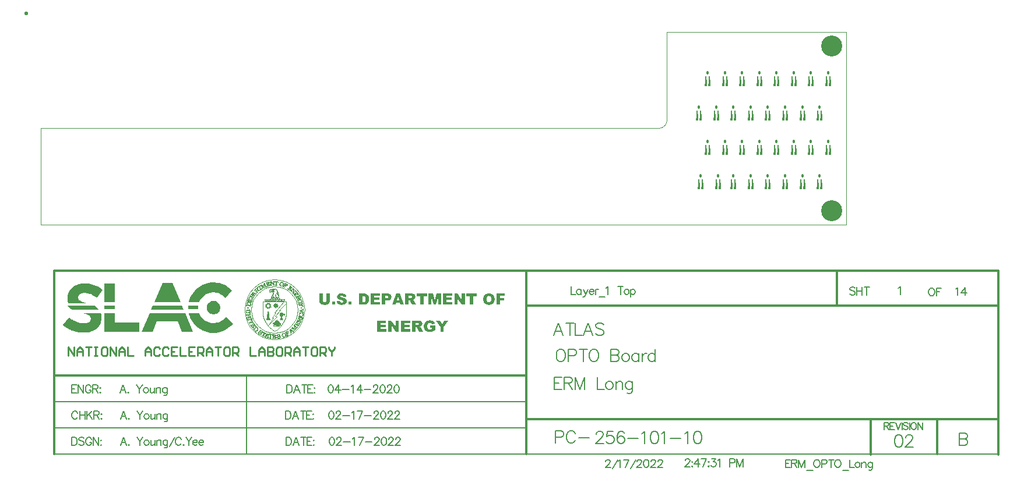
<source format=gtl>
G04*
G04 #@! TF.GenerationSoftware,Altium Limited,Altium Designer,21.3.2 (30)*
G04*
G04 Layer_Physical_Order=1*
G04 Layer_Color=255*
%FSLAX25Y25*%
%MOIN*%
G70*
G04*
G04 #@! TF.SameCoordinates,0BA03C88-78D3-4CE0-B3B6-7A37467246DB*
G04*
G04*
G04 #@! TF.FilePolarity,Positive*
G04*
G01*
G75*
%ADD10C,0.00500*%
%ADD11C,0.00300*%
%ADD12C,0.00800*%
%ADD13C,0.01200*%
%ADD14C,0.00026*%
%ADD15C,0.00043*%
%ADD16C,0.00195*%
%ADD17C,0.00061*%
%ADD18C,0.00087*%
%ADD19C,0.00104*%
%ADD20C,0.00052*%
%ADD21C,0.00049*%
%ADD22C,0.00183*%
%ADD23C,0.00174*%
%ADD24C,0.00244*%
%ADD25C,0.00035*%
%ADD26C,0.01000*%
%ADD27R,0.06131X0.10864*%
%ADD28R,0.06131X0.02042*%
%ADD29R,0.01000X0.04000*%
%ADD35C,0.12000*%
%ADD36C,0.01800*%
%ADD37C,0.01600*%
G36*
X451894Y80872D02*
X451915Y80543D01*
X451923Y80502D01*
X451932Y80470D01*
X451942Y80445D01*
X451954Y80430D01*
X450834D01*
X450845Y80445D01*
X450855Y80470D01*
X450864Y80502D01*
X450872Y80543D01*
X450879Y80592D01*
X450888Y80716D01*
X450894Y80963D01*
X451894D01*
X451894Y80872D01*
D02*
G37*
G36*
X449894D02*
X449915Y80543D01*
X449923Y80502D01*
X449932Y80470D01*
X449942Y80445D01*
X449954Y80430D01*
X448834D01*
X448845Y80445D01*
X448855Y80470D01*
X448864Y80502D01*
X448872Y80543D01*
X448879Y80592D01*
X448888Y80716D01*
X448894Y80963D01*
X449894D01*
X449894Y80872D01*
D02*
G37*
G36*
X442052D02*
X442073Y80543D01*
X442081Y80502D01*
X442090Y80470D01*
X442100Y80445D01*
X442111Y80430D01*
X440991D01*
X441003Y80445D01*
X441013Y80470D01*
X441022Y80502D01*
X441030Y80543D01*
X441036Y80592D01*
X441046Y80716D01*
X441051Y80963D01*
X442051D01*
X442052Y80872D01*
D02*
G37*
G36*
X440052D02*
X440073Y80543D01*
X440081Y80502D01*
X440090Y80470D01*
X440100Y80445D01*
X440111Y80430D01*
X438991D01*
X439003Y80445D01*
X439013Y80470D01*
X439022Y80502D01*
X439030Y80543D01*
X439036Y80592D01*
X439046Y80716D01*
X439051Y80963D01*
X440051D01*
X440052Y80872D01*
D02*
G37*
G36*
X432209D02*
X432230Y80543D01*
X432238Y80502D01*
X432247Y80470D01*
X432257Y80445D01*
X432269Y80430D01*
X431149D01*
X431160Y80445D01*
X431170Y80470D01*
X431179Y80502D01*
X431187Y80543D01*
X431194Y80592D01*
X431203Y80716D01*
X431209Y80963D01*
X432209D01*
X432209Y80872D01*
D02*
G37*
G36*
X430209D02*
X430230Y80543D01*
X430238Y80502D01*
X430247Y80470D01*
X430257Y80445D01*
X430269Y80430D01*
X429149D01*
X429160Y80445D01*
X429170Y80470D01*
X429179Y80502D01*
X429187Y80543D01*
X429194Y80592D01*
X429203Y80716D01*
X429209Y80963D01*
X430209D01*
X430209Y80872D01*
D02*
G37*
G36*
X422367D02*
X422388Y80543D01*
X422396Y80502D01*
X422405Y80470D01*
X422415Y80445D01*
X422426Y80430D01*
X421306D01*
X421318Y80445D01*
X421328Y80470D01*
X421337Y80502D01*
X421345Y80543D01*
X421351Y80592D01*
X421361Y80716D01*
X421366Y80963D01*
X422366D01*
X422367Y80872D01*
D02*
G37*
G36*
X420367D02*
X420388Y80543D01*
X420396Y80502D01*
X420405Y80470D01*
X420415Y80445D01*
X420426Y80430D01*
X419306D01*
X419318Y80445D01*
X419328Y80470D01*
X419337Y80502D01*
X419345Y80543D01*
X419351Y80592D01*
X419361Y80716D01*
X419366Y80963D01*
X420366D01*
X420367Y80872D01*
D02*
G37*
G36*
X412524D02*
X412545Y80543D01*
X412553Y80502D01*
X412562Y80470D01*
X412572Y80445D01*
X412584Y80430D01*
X411464D01*
X411475Y80445D01*
X411485Y80470D01*
X411494Y80502D01*
X411502Y80543D01*
X411509Y80592D01*
X411518Y80716D01*
X411524Y80963D01*
X412524D01*
X412524Y80872D01*
D02*
G37*
G36*
X410524D02*
X410545Y80543D01*
X410553Y80502D01*
X410562Y80470D01*
X410572Y80445D01*
X410584Y80430D01*
X409464D01*
X409475Y80445D01*
X409485Y80470D01*
X409494Y80502D01*
X409502Y80543D01*
X409509Y80592D01*
X409518Y80716D01*
X409524Y80963D01*
X410524D01*
X410524Y80872D01*
D02*
G37*
G36*
X402682D02*
X402703Y80543D01*
X402710Y80502D01*
X402719Y80470D01*
X402730Y80445D01*
X402741Y80430D01*
X401621D01*
X401632Y80445D01*
X401643Y80470D01*
X401652Y80502D01*
X401659Y80543D01*
X401666Y80592D01*
X401676Y80716D01*
X401681Y80963D01*
X402681D01*
X402682Y80872D01*
D02*
G37*
G36*
X400682D02*
X400703Y80543D01*
X400710Y80502D01*
X400719Y80470D01*
X400730Y80445D01*
X400741Y80430D01*
X399621D01*
X399633Y80445D01*
X399643Y80470D01*
X399652Y80502D01*
X399659Y80543D01*
X399666Y80592D01*
X399676Y80716D01*
X399681Y80963D01*
X400681D01*
X400682Y80872D01*
D02*
G37*
G36*
X392839D02*
X392860Y80543D01*
X392868Y80502D01*
X392877Y80470D01*
X392887Y80445D01*
X392899Y80430D01*
X391779D01*
X391790Y80445D01*
X391800Y80470D01*
X391809Y80502D01*
X391817Y80543D01*
X391824Y80592D01*
X391833Y80716D01*
X391839Y80963D01*
X392839D01*
X392839Y80872D01*
D02*
G37*
G36*
X390839D02*
X390860Y80543D01*
X390868Y80502D01*
X390877Y80470D01*
X390887Y80445D01*
X390899Y80430D01*
X389779D01*
X389790Y80445D01*
X389800Y80470D01*
X389809Y80502D01*
X389817Y80543D01*
X389824Y80592D01*
X389833Y80716D01*
X389839Y80963D01*
X390839D01*
X390839Y80872D01*
D02*
G37*
G36*
X382997D02*
X383018Y80543D01*
X383026Y80502D01*
X383034Y80470D01*
X383045Y80445D01*
X383056Y80430D01*
X381936D01*
X381947Y80445D01*
X381958Y80470D01*
X381967Y80502D01*
X381975Y80543D01*
X381981Y80592D01*
X381991Y80716D01*
X381996Y80963D01*
X382996D01*
X382997Y80872D01*
D02*
G37*
G36*
X380997D02*
X381018Y80543D01*
X381026Y80502D01*
X381034Y80470D01*
X381045Y80445D01*
X381056Y80430D01*
X379936D01*
X379947Y80445D01*
X379958Y80470D01*
X379967Y80502D01*
X379975Y80543D01*
X379981Y80592D01*
X379991Y80716D01*
X379996Y80963D01*
X380996D01*
X380997Y80872D01*
D02*
G37*
G36*
X446973Y61187D02*
X446994Y60858D01*
X447002Y60817D01*
X447011Y60785D01*
X447021Y60760D01*
X447032Y60745D01*
X445912D01*
X445924Y60760D01*
X445934Y60785D01*
X445943Y60817D01*
X445951Y60858D01*
X445957Y60907D01*
X445967Y61031D01*
X445972Y61278D01*
X446973D01*
X446973Y61187D01*
D02*
G37*
G36*
X444973D02*
X444994Y60858D01*
X445002Y60817D01*
X445011Y60785D01*
X445021Y60760D01*
X445032Y60745D01*
X443912D01*
X443924Y60760D01*
X443934Y60785D01*
X443943Y60817D01*
X443951Y60858D01*
X443957Y60907D01*
X443967Y61031D01*
X443972Y61278D01*
X444973D01*
X444973Y61187D01*
D02*
G37*
G36*
X437130D02*
X437151Y60858D01*
X437159Y60817D01*
X437168Y60785D01*
X437179Y60760D01*
X437190Y60745D01*
X436070D01*
X436081Y60760D01*
X436092Y60785D01*
X436100Y60817D01*
X436108Y60858D01*
X436115Y60907D01*
X436125Y61031D01*
X436130Y61278D01*
X437130D01*
X437130Y61187D01*
D02*
G37*
G36*
X435131D02*
X435151Y60858D01*
X435159Y60817D01*
X435168Y60785D01*
X435179Y60760D01*
X435190Y60745D01*
X434070D01*
X434081Y60760D01*
X434092Y60785D01*
X434100Y60817D01*
X434108Y60858D01*
X434115Y60907D01*
X434125Y61031D01*
X434130Y61278D01*
X435130D01*
X435131Y61187D01*
D02*
G37*
G36*
X427288D02*
X427309Y60858D01*
X427317Y60817D01*
X427326Y60785D01*
X427336Y60760D01*
X427347Y60745D01*
X426227D01*
X426239Y60760D01*
X426249Y60785D01*
X426258Y60817D01*
X426266Y60858D01*
X426272Y60907D01*
X426282Y61031D01*
X426287Y61278D01*
X427287D01*
X427288Y61187D01*
D02*
G37*
G36*
X425288D02*
X425309Y60858D01*
X425317Y60817D01*
X425326Y60785D01*
X425336Y60760D01*
X425347Y60745D01*
X424227D01*
X424239Y60760D01*
X424249Y60785D01*
X424258Y60817D01*
X424266Y60858D01*
X424272Y60907D01*
X424282Y61031D01*
X424287Y61278D01*
X425287D01*
X425288Y61187D01*
D02*
G37*
G36*
X417446D02*
X417466Y60858D01*
X417474Y60817D01*
X417483Y60785D01*
X417493Y60760D01*
X417505Y60745D01*
X416385D01*
X416396Y60760D01*
X416406Y60785D01*
X416416Y60817D01*
X416423Y60858D01*
X416430Y60907D01*
X416439Y61031D01*
X416445Y61278D01*
X417445D01*
X417446Y61187D01*
D02*
G37*
G36*
X415446D02*
X415466Y60858D01*
X415474Y60817D01*
X415483Y60785D01*
X415493Y60760D01*
X415505Y60745D01*
X414385D01*
X414396Y60760D01*
X414406Y60785D01*
X414416Y60817D01*
X414423Y60858D01*
X414430Y60907D01*
X414439Y61031D01*
X414445Y61278D01*
X415445D01*
X415446Y61187D01*
D02*
G37*
G36*
X407603D02*
X407624Y60858D01*
X407632Y60817D01*
X407641Y60785D01*
X407651Y60760D01*
X407662Y60745D01*
X406542D01*
X406554Y60760D01*
X406564Y60785D01*
X406573Y60817D01*
X406581Y60858D01*
X406587Y60907D01*
X406597Y61031D01*
X406602Y61278D01*
X407602D01*
X407603Y61187D01*
D02*
G37*
G36*
X405603D02*
X405624Y60858D01*
X405632Y60817D01*
X405641Y60785D01*
X405651Y60760D01*
X405662Y60745D01*
X404542D01*
X404554Y60760D01*
X404564Y60785D01*
X404573Y60817D01*
X404581Y60858D01*
X404587Y60907D01*
X404597Y61031D01*
X404602Y61278D01*
X405602D01*
X405603Y61187D01*
D02*
G37*
G36*
X397760D02*
X397781Y60858D01*
X397789Y60817D01*
X397798Y60785D01*
X397808Y60760D01*
X397820Y60745D01*
X396700D01*
X396711Y60760D01*
X396722Y60785D01*
X396730Y60817D01*
X396738Y60858D01*
X396745Y60907D01*
X396754Y61031D01*
X396760Y61278D01*
X397760D01*
X397760Y61187D01*
D02*
G37*
G36*
X395760D02*
X395781Y60858D01*
X395789Y60817D01*
X395798Y60785D01*
X395808Y60760D01*
X395820Y60745D01*
X394700D01*
X394711Y60760D01*
X394722Y60785D01*
X394730Y60817D01*
X394738Y60858D01*
X394745Y60907D01*
X394754Y61031D01*
X394760Y61278D01*
X395760D01*
X395760Y61187D01*
D02*
G37*
G36*
X387918D02*
X387939Y60858D01*
X387947Y60817D01*
X387956Y60785D01*
X387966Y60760D01*
X387977Y60745D01*
X386857D01*
X386869Y60760D01*
X386879Y60785D01*
X386888Y60817D01*
X386896Y60858D01*
X386902Y60907D01*
X386912Y61031D01*
X386917Y61278D01*
X387917D01*
X387918Y61187D01*
D02*
G37*
G36*
X385918D02*
X385939Y60858D01*
X385947Y60817D01*
X385956Y60785D01*
X385966Y60760D01*
X385977Y60745D01*
X384857D01*
X384869Y60760D01*
X384879Y60785D01*
X384888Y60817D01*
X384896Y60858D01*
X384902Y60907D01*
X384912Y61031D01*
X384917Y61278D01*
X385917D01*
X385918Y61187D01*
D02*
G37*
G36*
X378075D02*
X378096Y60858D01*
X378104Y60817D01*
X378113Y60785D01*
X378123Y60760D01*
X378135Y60745D01*
X377015D01*
X377026Y60760D01*
X377036Y60785D01*
X377045Y60817D01*
X377053Y60858D01*
X377060Y60907D01*
X377069Y61031D01*
X377075Y61278D01*
X378075D01*
X378075Y61187D01*
D02*
G37*
G36*
X376075D02*
X376096Y60858D01*
X376104Y60817D01*
X376113Y60785D01*
X376123Y60760D01*
X376135Y60745D01*
X375015D01*
X375026Y60760D01*
X375036Y60785D01*
X375045Y60817D01*
X375053Y60858D01*
X375060Y60907D01*
X375069Y61031D01*
X375075Y61278D01*
X376075D01*
X376075Y61187D01*
D02*
G37*
G36*
X451894Y41502D02*
X451915Y41173D01*
X451923Y41132D01*
X451932Y41100D01*
X451942Y41075D01*
X451954Y41059D01*
X450834D01*
X450845Y41075D01*
X450855Y41100D01*
X450864Y41132D01*
X450872Y41173D01*
X450879Y41222D01*
X450888Y41346D01*
X450894Y41593D01*
X451894D01*
X451894Y41502D01*
D02*
G37*
G36*
X449894D02*
X449915Y41173D01*
X449923Y41132D01*
X449932Y41100D01*
X449942Y41075D01*
X449954Y41059D01*
X448834D01*
X448845Y41075D01*
X448855Y41100D01*
X448864Y41132D01*
X448872Y41173D01*
X448879Y41222D01*
X448888Y41346D01*
X448894Y41593D01*
X449894D01*
X449894Y41502D01*
D02*
G37*
G36*
X442052D02*
X442073Y41173D01*
X442081Y41132D01*
X442090Y41100D01*
X442100Y41075D01*
X442111Y41059D01*
X440991D01*
X441003Y41075D01*
X441013Y41100D01*
X441022Y41132D01*
X441030Y41173D01*
X441036Y41222D01*
X441046Y41346D01*
X441051Y41593D01*
X442051D01*
X442052Y41502D01*
D02*
G37*
G36*
X440052D02*
X440073Y41173D01*
X440081Y41132D01*
X440090Y41100D01*
X440100Y41075D01*
X440111Y41059D01*
X438991D01*
X439003Y41075D01*
X439013Y41100D01*
X439022Y41132D01*
X439030Y41173D01*
X439036Y41222D01*
X439046Y41346D01*
X439051Y41593D01*
X440051D01*
X440052Y41502D01*
D02*
G37*
G36*
X432209Y41502D02*
X432230Y41173D01*
X432238Y41132D01*
X432247Y41100D01*
X432257Y41075D01*
X432269Y41059D01*
X431149D01*
X431160Y41075D01*
X431170Y41100D01*
X431179Y41132D01*
X431187Y41173D01*
X431194Y41222D01*
X431203Y41346D01*
X431209Y41593D01*
X432209D01*
X432209Y41502D01*
D02*
G37*
G36*
X430209D02*
X430230Y41173D01*
X430238Y41132D01*
X430247Y41100D01*
X430257Y41075D01*
X430269Y41059D01*
X429149D01*
X429160Y41075D01*
X429170Y41100D01*
X429179Y41132D01*
X429187Y41173D01*
X429194Y41222D01*
X429203Y41346D01*
X429209Y41593D01*
X430209D01*
X430209Y41502D01*
D02*
G37*
G36*
X422367D02*
X422388Y41173D01*
X422396Y41132D01*
X422405Y41100D01*
X422415Y41075D01*
X422426Y41059D01*
X421306D01*
X421318Y41075D01*
X421328Y41100D01*
X421337Y41132D01*
X421345Y41173D01*
X421351Y41222D01*
X421361Y41346D01*
X421366Y41593D01*
X422366D01*
X422367Y41502D01*
D02*
G37*
G36*
X420367D02*
X420388Y41173D01*
X420396Y41132D01*
X420405Y41100D01*
X420415Y41075D01*
X420426Y41059D01*
X419306D01*
X419318Y41075D01*
X419328Y41100D01*
X419337Y41132D01*
X419345Y41173D01*
X419351Y41222D01*
X419361Y41346D01*
X419366Y41593D01*
X420366D01*
X420367Y41502D01*
D02*
G37*
G36*
X412524D02*
X412545Y41173D01*
X412553Y41132D01*
X412562Y41100D01*
X412572Y41075D01*
X412584Y41059D01*
X411464D01*
X411475Y41075D01*
X411485Y41100D01*
X411494Y41132D01*
X411502Y41173D01*
X411509Y41222D01*
X411518Y41346D01*
X411524Y41593D01*
X412524D01*
X412524Y41502D01*
D02*
G37*
G36*
X410524D02*
X410545Y41173D01*
X410553Y41132D01*
X410562Y41100D01*
X410572Y41075D01*
X410584Y41059D01*
X409464D01*
X409475Y41075D01*
X409485Y41100D01*
X409494Y41132D01*
X409502Y41173D01*
X409509Y41222D01*
X409518Y41346D01*
X409524Y41593D01*
X410524D01*
X410524Y41502D01*
D02*
G37*
G36*
X402682D02*
X402703Y41173D01*
X402710Y41132D01*
X402719Y41100D01*
X402730Y41075D01*
X402741Y41059D01*
X401621D01*
X401632Y41075D01*
X401643Y41100D01*
X401652Y41132D01*
X401659Y41173D01*
X401666Y41222D01*
X401676Y41346D01*
X401681Y41593D01*
X402681D01*
X402682Y41502D01*
D02*
G37*
G36*
X400682D02*
X400703Y41173D01*
X400710Y41132D01*
X400719Y41100D01*
X400730Y41075D01*
X400741Y41059D01*
X399621D01*
X399633Y41075D01*
X399643Y41100D01*
X399652Y41132D01*
X399659Y41173D01*
X399666Y41222D01*
X399676Y41346D01*
X399681Y41593D01*
X400681D01*
X400682Y41502D01*
D02*
G37*
G36*
X392839D02*
X392860Y41173D01*
X392868Y41132D01*
X392877Y41100D01*
X392887Y41075D01*
X392899Y41059D01*
X391779D01*
X391790Y41075D01*
X391800Y41100D01*
X391809Y41132D01*
X391817Y41173D01*
X391824Y41222D01*
X391833Y41346D01*
X391839Y41593D01*
X392839D01*
X392839Y41502D01*
D02*
G37*
G36*
X390839D02*
X390860Y41173D01*
X390868Y41132D01*
X390877Y41100D01*
X390887Y41075D01*
X390899Y41059D01*
X389779D01*
X389790Y41075D01*
X389800Y41100D01*
X389809Y41132D01*
X389817Y41173D01*
X389824Y41222D01*
X389833Y41346D01*
X389839Y41593D01*
X390839D01*
X390839Y41502D01*
D02*
G37*
G36*
X382997D02*
X383018Y41173D01*
X383026Y41132D01*
X383034Y41100D01*
X383045Y41075D01*
X383056Y41059D01*
X381936D01*
X381947Y41075D01*
X381958Y41100D01*
X381967Y41132D01*
X381975Y41173D01*
X381981Y41222D01*
X381991Y41346D01*
X381996Y41593D01*
X382996D01*
X382997Y41502D01*
D02*
G37*
G36*
X380997D02*
X381018Y41173D01*
X381026Y41132D01*
X381034Y41100D01*
X381045Y41075D01*
X381056Y41059D01*
X379936D01*
X379947Y41075D01*
X379958Y41100D01*
X379967Y41132D01*
X379975Y41173D01*
X379981Y41222D01*
X379991Y41346D01*
X379996Y41593D01*
X380996D01*
X380997Y41502D01*
D02*
G37*
G36*
X446973Y21817D02*
X446994Y21488D01*
X447002Y21447D01*
X447011Y21415D01*
X447021Y21390D01*
X447032Y21374D01*
X445912D01*
X445924Y21390D01*
X445934Y21415D01*
X445943Y21447D01*
X445951Y21488D01*
X445957Y21537D01*
X445967Y21660D01*
X445972Y21908D01*
X446973D01*
X446973Y21817D01*
D02*
G37*
G36*
X444973D02*
X444994Y21488D01*
X445002Y21447D01*
X445011Y21415D01*
X445021Y21390D01*
X445032Y21374D01*
X443912D01*
X443924Y21390D01*
X443934Y21415D01*
X443943Y21447D01*
X443951Y21488D01*
X443957Y21537D01*
X443967Y21660D01*
X443972Y21908D01*
X444973D01*
X444973Y21817D01*
D02*
G37*
G36*
X437130D02*
X437151Y21488D01*
X437159Y21447D01*
X437168Y21415D01*
X437179Y21390D01*
X437190Y21374D01*
X436070D01*
X436081Y21390D01*
X436092Y21415D01*
X436100Y21447D01*
X436108Y21488D01*
X436115Y21537D01*
X436125Y21660D01*
X436130Y21908D01*
X437130D01*
X437130Y21817D01*
D02*
G37*
G36*
X435131D02*
X435151Y21488D01*
X435159Y21447D01*
X435168Y21415D01*
X435179Y21390D01*
X435190Y21374D01*
X434070D01*
X434081Y21390D01*
X434092Y21415D01*
X434100Y21447D01*
X434108Y21488D01*
X434115Y21537D01*
X434125Y21660D01*
X434130Y21908D01*
X435130D01*
X435131Y21817D01*
D02*
G37*
G36*
X427288D02*
X427309Y21488D01*
X427317Y21447D01*
X427326Y21415D01*
X427336Y21390D01*
X427347Y21374D01*
X426227D01*
X426239Y21390D01*
X426249Y21415D01*
X426258Y21447D01*
X426266Y21488D01*
X426272Y21537D01*
X426282Y21660D01*
X426287Y21908D01*
X427287D01*
X427288Y21817D01*
D02*
G37*
G36*
X425288D02*
X425309Y21488D01*
X425317Y21447D01*
X425326Y21415D01*
X425336Y21390D01*
X425347Y21374D01*
X424227D01*
X424239Y21390D01*
X424249Y21415D01*
X424258Y21447D01*
X424266Y21488D01*
X424272Y21537D01*
X424282Y21660D01*
X424287Y21908D01*
X425287D01*
X425288Y21817D01*
D02*
G37*
G36*
X417446D02*
X417466Y21488D01*
X417474Y21447D01*
X417483Y21415D01*
X417493Y21390D01*
X417505Y21374D01*
X416385D01*
X416396Y21390D01*
X416406Y21415D01*
X416416Y21447D01*
X416423Y21488D01*
X416430Y21537D01*
X416439Y21660D01*
X416445Y21908D01*
X417445D01*
X417446Y21817D01*
D02*
G37*
G36*
X415446D02*
X415466Y21488D01*
X415474Y21447D01*
X415483Y21415D01*
X415493Y21390D01*
X415505Y21374D01*
X414385D01*
X414396Y21390D01*
X414406Y21415D01*
X414416Y21447D01*
X414423Y21488D01*
X414430Y21537D01*
X414439Y21660D01*
X414445Y21908D01*
X415445D01*
X415446Y21817D01*
D02*
G37*
G36*
X407603D02*
X407624Y21488D01*
X407632Y21447D01*
X407641Y21415D01*
X407651Y21390D01*
X407662Y21374D01*
X406542D01*
X406554Y21390D01*
X406564Y21415D01*
X406573Y21447D01*
X406581Y21488D01*
X406587Y21537D01*
X406597Y21660D01*
X406602Y21908D01*
X407602D01*
X407603Y21817D01*
D02*
G37*
G36*
X405603D02*
X405624Y21488D01*
X405632Y21447D01*
X405641Y21415D01*
X405651Y21390D01*
X405662Y21374D01*
X404542D01*
X404554Y21390D01*
X404564Y21415D01*
X404573Y21447D01*
X404581Y21488D01*
X404587Y21537D01*
X404597Y21660D01*
X404602Y21908D01*
X405602D01*
X405603Y21817D01*
D02*
G37*
G36*
X397760D02*
X397781Y21488D01*
X397789Y21447D01*
X397798Y21415D01*
X397808Y21390D01*
X397820Y21374D01*
X396700D01*
X396711Y21390D01*
X396722Y21415D01*
X396730Y21447D01*
X396738Y21488D01*
X396745Y21537D01*
X396754Y21660D01*
X396760Y21908D01*
X397760D01*
X397760Y21817D01*
D02*
G37*
G36*
X395760D02*
X395781Y21488D01*
X395789Y21447D01*
X395798Y21415D01*
X395808Y21390D01*
X395820Y21374D01*
X394700D01*
X394711Y21390D01*
X394722Y21415D01*
X394730Y21447D01*
X394738Y21488D01*
X394745Y21537D01*
X394754Y21660D01*
X394760Y21908D01*
X395760D01*
X395760Y21817D01*
D02*
G37*
G36*
X388902D02*
X388923Y21488D01*
X388931Y21447D01*
X388940Y21415D01*
X388950Y21390D01*
X388962Y21374D01*
X387842D01*
X387853Y21390D01*
X387863Y21415D01*
X387872Y21447D01*
X387880Y21488D01*
X387887Y21537D01*
X387896Y21660D01*
X387902Y21908D01*
X388902D01*
X388902Y21817D01*
D02*
G37*
G36*
X386902D02*
X386923Y21488D01*
X386931Y21447D01*
X386940Y21415D01*
X386950Y21390D01*
X386962Y21374D01*
X385842D01*
X385853Y21390D01*
X385863Y21415D01*
X385872Y21447D01*
X385880Y21488D01*
X385887Y21537D01*
X385896Y21660D01*
X385902Y21908D01*
X386902D01*
X386902Y21817D01*
D02*
G37*
G36*
X379060D02*
X379081Y21488D01*
X379088Y21447D01*
X379098Y21415D01*
X379108Y21390D01*
X379119Y21374D01*
X377999D01*
X378011Y21390D01*
X378021Y21415D01*
X378030Y21447D01*
X378038Y21488D01*
X378044Y21537D01*
X378054Y21660D01*
X378059Y21908D01*
X379059D01*
X379060Y21817D01*
D02*
G37*
G36*
X377060D02*
X377081Y21488D01*
X377088Y21447D01*
X377098Y21415D01*
X377108Y21390D01*
X377119Y21374D01*
X375999D01*
X376010Y21390D01*
X376021Y21415D01*
X376030Y21447D01*
X376038Y21488D01*
X376044Y21537D01*
X376054Y21660D01*
X376059Y21908D01*
X377059D01*
X377060Y21817D01*
D02*
G37*
G36*
X172474Y-39383D02*
X172578D01*
X172692Y-39393D01*
X172828Y-39414D01*
X172963Y-39424D01*
X173265Y-39487D01*
X173567Y-39570D01*
X173869Y-39674D01*
X174004Y-39747D01*
X174129Y-39830D01*
X174139D01*
X174160Y-39851D01*
X174191Y-39882D01*
X174233Y-39914D01*
X174285Y-39966D01*
X174337Y-40028D01*
X174400Y-40091D01*
X174472Y-40174D01*
X174535Y-40268D01*
X174597Y-40382D01*
X174670Y-40497D01*
X174722Y-40622D01*
X174785Y-40767D01*
X174826Y-40923D01*
X174868Y-41090D01*
X174899Y-41267D01*
X173057Y-41371D01*
Y-41350D01*
X173036Y-41298D01*
X173015Y-41225D01*
X172984Y-41132D01*
X172942Y-41028D01*
X172890Y-40923D01*
X172817Y-40830D01*
X172734Y-40747D01*
X172724Y-40736D01*
X172692Y-40715D01*
X172640Y-40684D01*
X172567Y-40642D01*
X172474Y-40611D01*
X172359Y-40580D01*
X172234Y-40559D01*
X172078Y-40549D01*
X172026D01*
X171964Y-40559D01*
X171880Y-40569D01*
X171714Y-40611D01*
X171631Y-40642D01*
X171558Y-40694D01*
X171547Y-40705D01*
X171537Y-40715D01*
X171506Y-40747D01*
X171474Y-40788D01*
X171422Y-40903D01*
X171402Y-40975D01*
X171391Y-41048D01*
Y-41059D01*
Y-41069D01*
X171412Y-41142D01*
X171453Y-41225D01*
X171485Y-41277D01*
X171537Y-41319D01*
X171547Y-41329D01*
X171568Y-41340D01*
X171610Y-41361D01*
X171672Y-41392D01*
X171755Y-41434D01*
X171870Y-41475D01*
X172016Y-41517D01*
X172193Y-41558D01*
X172203D01*
X172245Y-41569D01*
X172318Y-41590D01*
X172401Y-41600D01*
X172505Y-41631D01*
X172630Y-41662D01*
X172765Y-41694D01*
X172911Y-41725D01*
X173213Y-41819D01*
X173515Y-41912D01*
X173660Y-41964D01*
X173796Y-42017D01*
X173921Y-42068D01*
X174035Y-42121D01*
X174046D01*
X174056Y-42131D01*
X174087Y-42152D01*
X174129Y-42173D01*
X174223Y-42235D01*
X174347Y-42308D01*
X174483Y-42412D01*
X174618Y-42537D01*
X174743Y-42672D01*
X174847Y-42818D01*
X174858Y-42839D01*
X174889Y-42891D01*
X174931Y-42974D01*
X174983Y-43089D01*
X175024Y-43234D01*
X175066Y-43391D01*
X175097Y-43568D01*
X175107Y-43755D01*
Y-43765D01*
Y-43786D01*
Y-43817D01*
Y-43859D01*
X175087Y-43974D01*
X175066Y-44130D01*
X175024Y-44296D01*
X174962Y-44484D01*
X174878Y-44681D01*
X174764Y-44879D01*
Y-44890D01*
X174753Y-44900D01*
X174701Y-44962D01*
X174629Y-45056D01*
X174524Y-45171D01*
X174389Y-45296D01*
X174223Y-45421D01*
X174035Y-45546D01*
X173817Y-45660D01*
X173806D01*
X173785Y-45670D01*
X173754Y-45681D01*
X173713Y-45702D01*
X173650Y-45722D01*
X173577Y-45743D01*
X173494Y-45764D01*
X173400Y-45785D01*
X173296Y-45816D01*
X173182Y-45837D01*
X172921Y-45879D01*
X172619Y-45910D01*
X172286Y-45920D01*
X172130D01*
X172026Y-45910D01*
X171891Y-45899D01*
X171745Y-45889D01*
X171578Y-45868D01*
X171402Y-45847D01*
X171027Y-45774D01*
X170839Y-45722D01*
X170652Y-45660D01*
X170475Y-45587D01*
X170319Y-45504D01*
X170163Y-45410D01*
X170038Y-45306D01*
X170027Y-45296D01*
X170007Y-45275D01*
X169975Y-45244D01*
X169944Y-45191D01*
X169892Y-45129D01*
X169840Y-45056D01*
X169778Y-44973D01*
X169715Y-44869D01*
X169653Y-44765D01*
X169590Y-44640D01*
X169476Y-44380D01*
X169392Y-44067D01*
X169361Y-43901D01*
X169340Y-43724D01*
X171204Y-43599D01*
Y-43620D01*
X171214Y-43672D01*
X171235Y-43755D01*
X171256Y-43859D01*
X171287Y-43974D01*
X171329Y-44088D01*
X171381Y-44192D01*
X171443Y-44296D01*
X171453Y-44317D01*
X171506Y-44359D01*
X171568Y-44411D01*
X171672Y-44484D01*
X171797Y-44556D01*
X171943Y-44609D01*
X172120Y-44650D01*
X172318Y-44671D01*
X172390D01*
X172463Y-44661D01*
X172557Y-44650D01*
X172661Y-44629D01*
X172776Y-44588D01*
X172880Y-44546D01*
X172973Y-44484D01*
X172984Y-44473D01*
X173005Y-44452D01*
X173046Y-44411D01*
X173088Y-44348D01*
X173129Y-44286D01*
X173171Y-44203D01*
X173192Y-44119D01*
X173202Y-44026D01*
Y-44015D01*
Y-43984D01*
X173192Y-43932D01*
X173171Y-43880D01*
X173150Y-43807D01*
X173109Y-43734D01*
X173057Y-43661D01*
X172984Y-43588D01*
X172973Y-43578D01*
X172942Y-43557D01*
X172869Y-43516D01*
X172776Y-43464D01*
X172640Y-43411D01*
X172557Y-43380D01*
X172463Y-43349D01*
X172359Y-43318D01*
X172245Y-43276D01*
X172120Y-43245D01*
X171974Y-43214D01*
X171964D01*
X171922Y-43203D01*
X171849Y-43182D01*
X171766Y-43162D01*
X171662Y-43130D01*
X171537Y-43099D01*
X171402Y-43058D01*
X171256Y-43016D01*
X170954Y-42901D01*
X170652Y-42776D01*
X170506Y-42704D01*
X170371Y-42620D01*
X170246Y-42537D01*
X170132Y-42454D01*
X170121Y-42443D01*
X170111Y-42433D01*
X170079Y-42402D01*
X170048Y-42370D01*
X169955Y-42266D01*
X169861Y-42121D01*
X169757Y-41944D01*
X169663Y-41735D01*
X169600Y-41496D01*
X169590Y-41361D01*
X169580Y-41225D01*
Y-41215D01*
Y-41205D01*
Y-41142D01*
X169590Y-41048D01*
X169611Y-40923D01*
X169653Y-40788D01*
X169694Y-40632D01*
X169767Y-40476D01*
X169861Y-40309D01*
X169871Y-40288D01*
X169913Y-40236D01*
X169975Y-40153D01*
X170069Y-40059D01*
X170194Y-39945D01*
X170340Y-39830D01*
X170517Y-39726D01*
X170714Y-39622D01*
X170725D01*
X170746Y-39612D01*
X170777Y-39601D01*
X170818Y-39581D01*
X170881Y-39560D01*
X170943Y-39539D01*
X171027Y-39518D01*
X171120Y-39497D01*
X171235Y-39476D01*
X171349Y-39456D01*
X171474Y-39435D01*
X171620Y-39414D01*
X171766Y-39393D01*
X171922Y-39383D01*
X172276Y-39372D01*
X172390D01*
X172474Y-39383D01*
D02*
G37*
G36*
X26368Y-33752D02*
X27377Y-33850D01*
X28659Y-34051D01*
X29751Y-34308D01*
X30805Y-34635D01*
X31823Y-35030D01*
X32803Y-35491D01*
X33746Y-36018D01*
X34651Y-36607D01*
X35518Y-37257D01*
X32333Y-41875D01*
X31340Y-41241D01*
X30805Y-40905D01*
X30278Y-40630D01*
X29393Y-40169D01*
X28659Y-39882D01*
X27942Y-39602D01*
X27222Y-39398D01*
X26864Y-39323D01*
X26437Y-39240D01*
X26046Y-39191D01*
X25795Y-39159D01*
X25481Y-39145D01*
X25167Y-39131D01*
X24752Y-39144D01*
X24379Y-39165D01*
X23701Y-39281D01*
X23124Y-39462D01*
X22812Y-39593D01*
X22645Y-39695D01*
X22415Y-39835D01*
X22090Y-40117D01*
X21829Y-40447D01*
X21639Y-40830D01*
X21536Y-41216D01*
X21505Y-41557D01*
X21536Y-42107D01*
X21639Y-42524D01*
X21835Y-42913D01*
X22098Y-43235D01*
X22477Y-43545D01*
X22970Y-43835D01*
X23588Y-44116D01*
X24341Y-44394D01*
X26296Y-44977D01*
X15810D01*
X15479Y-43405D01*
X15414Y-42114D01*
X15533Y-40650D01*
X15881Y-39299D01*
X16444Y-38070D01*
X17207Y-36973D01*
X18156Y-36018D01*
X19275Y-35215D01*
X20550Y-34573D01*
X21901Y-34124D01*
X23701Y-33802D01*
X25167Y-33714D01*
X26368Y-33752D01*
D02*
G37*
G36*
X99391Y-33119D02*
X100884Y-33248D01*
X102383Y-33540D01*
X103722Y-33941D01*
X105051Y-34490D01*
X106309Y-35164D01*
X107489Y-35954D01*
X108583Y-36854D01*
X109583Y-37855D01*
X105845Y-42174D01*
X104761Y-41040D01*
X104028Y-40444D01*
X103234Y-39928D01*
X102383Y-39500D01*
X101483Y-39164D01*
X100539Y-38927D01*
X99556Y-38796D01*
X98434Y-38782D01*
X97125Y-38947D01*
X95883Y-39298D01*
X94724Y-39820D01*
X93661Y-40498D01*
X92696Y-41333D01*
X91885Y-42263D01*
X91200Y-43321D01*
X90669Y-44477D01*
X84804D01*
X84866Y-44089D01*
X85197Y-42950D01*
X85616Y-41853D01*
X86120Y-40800D01*
X86704Y-39796D01*
X87035Y-39321D01*
X87365Y-38846D01*
X88098Y-37953D01*
X88898Y-37122D01*
X89763Y-36357D01*
X90687Y-35662D01*
X91666Y-35042D01*
X92711Y-34494D01*
X93774Y-34041D01*
X94894Y-33669D01*
X96053Y-33388D01*
X97246Y-33202D01*
X98434Y-33119D01*
X99391Y-33119D01*
D02*
G37*
G36*
X242710Y-45816D02*
X240867D01*
X238494Y-42339D01*
Y-45816D01*
X236651D01*
Y-39476D01*
X238473D01*
X240867Y-42985D01*
Y-39476D01*
X242710D01*
Y-45816D01*
D02*
G37*
G36*
X228979D02*
X227376D01*
Y-40986D01*
X226137Y-45816D01*
X224680D01*
X223451Y-40986D01*
Y-45816D01*
X221848D01*
Y-39476D01*
X224430D01*
X225409Y-43339D01*
X226397Y-39476D01*
X228979D01*
Y-45816D01*
D02*
G37*
G36*
X165447Y-43255D02*
Y-43266D01*
Y-43276D01*
Y-43307D01*
Y-43349D01*
X165437Y-43464D01*
X165426Y-43599D01*
X165405Y-43765D01*
X165374Y-43942D01*
X165332Y-44130D01*
X165270Y-44317D01*
Y-44328D01*
X165260Y-44338D01*
X165239Y-44400D01*
X165197Y-44494D01*
X165135Y-44609D01*
X165062Y-44754D01*
X164968Y-44900D01*
X164854Y-45046D01*
X164718Y-45191D01*
X164697Y-45212D01*
X164656Y-45254D01*
X164583Y-45316D01*
X164479Y-45400D01*
X164364Y-45483D01*
X164229Y-45566D01*
X164083Y-45650D01*
X163927Y-45712D01*
X163917D01*
X163906Y-45722D01*
X163875Y-45733D01*
X163823Y-45743D01*
X163771Y-45764D01*
X163708Y-45774D01*
X163542Y-45816D01*
X163344Y-45858D01*
X163115Y-45889D01*
X162855Y-45910D01*
X162563Y-45920D01*
X162386D01*
X162261Y-45910D01*
X162105D01*
X161939Y-45889D01*
X161741Y-45879D01*
X161543Y-45858D01*
X161522D01*
X161491Y-45847D01*
X161450D01*
X161356Y-45827D01*
X161231Y-45806D01*
X161085Y-45764D01*
X160929Y-45722D01*
X160773Y-45670D01*
X160627Y-45608D01*
X160606Y-45597D01*
X160565Y-45566D01*
X160492Y-45525D01*
X160408Y-45462D01*
X160304Y-45389D01*
X160190Y-45296D01*
X160075Y-45181D01*
X159961Y-45056D01*
X159950Y-45035D01*
X159909Y-44994D01*
X159857Y-44921D01*
X159794Y-44827D01*
X159732Y-44723D01*
X159659Y-44598D01*
X159597Y-44463D01*
X159545Y-44328D01*
Y-44317D01*
X159534Y-44296D01*
X159524Y-44265D01*
X159513Y-44223D01*
X159492Y-44109D01*
X159461Y-43963D01*
X159420Y-43797D01*
X159399Y-43620D01*
X159378Y-43432D01*
X159368Y-43255D01*
Y-39476D01*
X161325D01*
Y-43349D01*
Y-43359D01*
Y-43370D01*
Y-43432D01*
X161335Y-43526D01*
X161356Y-43640D01*
X161398Y-43765D01*
X161439Y-43901D01*
X161512Y-44036D01*
X161606Y-44151D01*
X161616Y-44161D01*
X161658Y-44192D01*
X161720Y-44244D01*
X161814Y-44296D01*
X161928Y-44348D01*
X162064Y-44400D01*
X162230Y-44432D01*
X162407Y-44442D01*
X162490D01*
X162584Y-44432D01*
X162699Y-44411D01*
X162824Y-44369D01*
X162949Y-44328D01*
X163084Y-44255D01*
X163198Y-44161D01*
X163209Y-44151D01*
X163240Y-44109D01*
X163292Y-44036D01*
X163344Y-43953D01*
X163396Y-43838D01*
X163448Y-43692D01*
X163479Y-43536D01*
X163490Y-43349D01*
Y-39476D01*
X165447D01*
Y-43255D01*
D02*
G37*
G36*
X80045Y-44477D02*
X64977D01*
X69685Y-33414D01*
X75337D01*
X80045Y-44477D01*
D02*
G37*
G36*
X265612Y-40840D02*
X262728D01*
Y-41944D01*
X265196D01*
Y-43224D01*
X262728D01*
Y-45816D01*
X260761D01*
Y-39476D01*
X265612D01*
Y-40840D01*
D02*
G37*
G36*
X249529Y-41038D02*
X247530D01*
Y-45816D01*
X245573D01*
Y-41038D01*
X243574D01*
Y-39476D01*
X249529D01*
Y-41038D01*
D02*
G37*
G36*
X235485Y-40830D02*
X232196D01*
Y-41840D01*
X235246D01*
Y-43130D01*
X232196D01*
Y-44380D01*
X235579D01*
Y-45816D01*
X230228D01*
Y-39476D01*
X235485D01*
Y-40830D01*
D02*
G37*
G36*
X220984Y-41038D02*
X218986D01*
Y-45816D01*
X217028D01*
Y-41038D01*
X215030D01*
Y-39476D01*
X220984D01*
Y-41038D01*
D02*
G37*
G36*
X212177Y-39487D02*
X212386Y-39497D01*
X212604Y-39518D01*
X212844Y-39539D01*
X213062Y-39581D01*
X213260Y-39633D01*
X213270D01*
X213281Y-39643D01*
X213343Y-39664D01*
X213427Y-39706D01*
X213541Y-39768D01*
X213656Y-39841D01*
X213791Y-39945D01*
X213916Y-40070D01*
X214030Y-40216D01*
X214041Y-40236D01*
X214083Y-40288D01*
X214124Y-40382D01*
X214187Y-40497D01*
X214239Y-40653D01*
X214291Y-40830D01*
X214322Y-41028D01*
X214332Y-41246D01*
Y-41256D01*
Y-41267D01*
Y-41329D01*
X214322Y-41434D01*
X214301Y-41558D01*
X214280Y-41694D01*
X214239Y-41850D01*
X214176Y-42006D01*
X214103Y-42152D01*
X214093Y-42173D01*
X214062Y-42214D01*
X214010Y-42287D01*
X213937Y-42370D01*
X213854Y-42474D01*
X213739Y-42579D01*
X213624Y-42683D01*
X213479Y-42776D01*
X213468Y-42787D01*
X213437Y-42797D01*
X213375Y-42829D01*
X213302Y-42860D01*
X213198Y-42901D01*
X213083Y-42943D01*
X212948Y-42985D01*
X212792Y-43026D01*
X212802D01*
X212844Y-43047D01*
X212906Y-43068D01*
X212979Y-43099D01*
X213146Y-43172D01*
X213229Y-43214D01*
X213291Y-43255D01*
X213302D01*
X213312Y-43276D01*
X213343Y-43297D01*
X213375Y-43328D01*
X213416Y-43380D01*
X213468Y-43432D01*
X213531Y-43505D01*
X213604Y-43599D01*
X213614Y-43609D01*
X213635Y-43640D01*
X213677Y-43682D01*
X213718Y-43745D01*
X213812Y-43870D01*
X213854Y-43932D01*
X213885Y-43984D01*
X214842Y-45816D01*
X212625D01*
X211574Y-43890D01*
X211563Y-43870D01*
X211542Y-43828D01*
X211501Y-43765D01*
X211459Y-43682D01*
X211397Y-43599D01*
X211345Y-43526D01*
X211282Y-43453D01*
X211220Y-43401D01*
X211209Y-43391D01*
X211189Y-43380D01*
X211137Y-43349D01*
X211084Y-43318D01*
X211012Y-43297D01*
X210928Y-43266D01*
X210835Y-43255D01*
X210741Y-43245D01*
X210574D01*
Y-45816D01*
X208607D01*
Y-39476D01*
X212094D01*
X212177Y-39487D01*
D02*
G37*
G36*
X207951Y-45816D02*
X205890D01*
X205577Y-44765D01*
X203360D01*
X203048Y-45816D01*
X201049D01*
X203423Y-39476D01*
X205577D01*
X207951Y-45816D01*
D02*
G37*
G36*
X198707Y-39487D02*
X198790D01*
X198894Y-39508D01*
X199009Y-39518D01*
X199134Y-39539D01*
X199394Y-39601D01*
X199654Y-39695D01*
X199790Y-39747D01*
X199915Y-39820D01*
X200029Y-39893D01*
X200133Y-39987D01*
X200144Y-39997D01*
X200154Y-40007D01*
X200185Y-40039D01*
X200216Y-40080D01*
X200258Y-40132D01*
X200300Y-40195D01*
X200352Y-40268D01*
X200404Y-40361D01*
X200445Y-40455D01*
X200497Y-40559D01*
X200539Y-40684D01*
X200581Y-40809D01*
X200643Y-41090D01*
X200654Y-41256D01*
X200664Y-41423D01*
Y-41434D01*
Y-41465D01*
Y-41517D01*
X200654Y-41579D01*
X200643Y-41662D01*
X200633Y-41756D01*
X200612Y-41860D01*
X200591Y-41975D01*
X200518Y-42214D01*
X200414Y-42464D01*
X200352Y-42589D01*
X200279Y-42714D01*
X200185Y-42829D01*
X200081Y-42933D01*
X200071Y-42943D01*
X200050Y-42953D01*
X200019Y-42985D01*
X199977Y-43016D01*
X199915Y-43058D01*
X199842Y-43099D01*
X199748Y-43151D01*
X199644Y-43193D01*
X199529Y-43245D01*
X199404Y-43297D01*
X199259Y-43339D01*
X199102Y-43380D01*
X198925Y-43411D01*
X198738Y-43443D01*
X198540Y-43453D01*
X198322Y-43464D01*
X197249D01*
Y-45816D01*
X195282D01*
Y-39476D01*
X198634D01*
X198707Y-39487D01*
D02*
G37*
G36*
X194137Y-40830D02*
X190847D01*
Y-41840D01*
X193897D01*
Y-43130D01*
X190847D01*
Y-44380D01*
X194231D01*
Y-45816D01*
X188880D01*
Y-39476D01*
X194137D01*
Y-40830D01*
D02*
G37*
G36*
X185143Y-39487D02*
X185226D01*
X185413Y-39508D01*
X185642Y-39539D01*
X185871Y-39581D01*
X186100Y-39633D01*
X186309Y-39716D01*
X186319D01*
X186329Y-39726D01*
X186402Y-39757D01*
X186496Y-39810D01*
X186621Y-39882D01*
X186756Y-39976D01*
X186902Y-40091D01*
X187048Y-40226D01*
X187183Y-40382D01*
X187204Y-40403D01*
X187246Y-40455D01*
X187308Y-40549D01*
X187381Y-40674D01*
X187464Y-40819D01*
X187547Y-40996D01*
X187631Y-41194D01*
X187693Y-41402D01*
Y-41413D01*
X187704Y-41423D01*
Y-41465D01*
X187714Y-41506D01*
X187735Y-41558D01*
X187745Y-41621D01*
X187776Y-41777D01*
X187797Y-41954D01*
X187829Y-42162D01*
X187839Y-42391D01*
X187849Y-42631D01*
Y-42641D01*
Y-42672D01*
Y-42724D01*
Y-42797D01*
X187839Y-42880D01*
Y-42985D01*
X187829Y-43089D01*
X187818Y-43214D01*
X187787Y-43464D01*
X187745Y-43724D01*
X187693Y-43984D01*
X187652Y-44098D01*
X187610Y-44213D01*
Y-44223D01*
X187599Y-44234D01*
X187589Y-44265D01*
X187568Y-44307D01*
X187516Y-44411D01*
X187443Y-44536D01*
X187350Y-44681D01*
X187246Y-44838D01*
X187110Y-44994D01*
X186964Y-45150D01*
X186944Y-45171D01*
X186892Y-45212D01*
X186808Y-45275D01*
X186704Y-45348D01*
X186569Y-45441D01*
X186423Y-45514D01*
X186267Y-45587D01*
X186090Y-45650D01*
X186080D01*
X186059Y-45660D01*
X186028D01*
X185986Y-45670D01*
X185923Y-45691D01*
X185861Y-45702D01*
X185705Y-45733D01*
X185517Y-45764D01*
X185330Y-45785D01*
X185122Y-45806D01*
X184924Y-45816D01*
X182020D01*
Y-39476D01*
X185070D01*
X185143Y-39487D01*
D02*
G37*
G36*
X177866Y-45816D02*
X175982D01*
Y-44046D01*
X177866D01*
Y-45816D01*
D02*
G37*
G36*
X168518D02*
X166634D01*
Y-44046D01*
X168518D01*
Y-45816D01*
D02*
G37*
G36*
X256555Y-39383D02*
X256659D01*
X256795Y-39393D01*
X256941Y-39414D01*
X257117Y-39445D01*
X257294Y-39476D01*
X257492Y-39529D01*
X257690Y-39581D01*
X257888Y-39653D01*
X258096Y-39737D01*
X258294Y-39830D01*
X258481Y-39945D01*
X258668Y-40080D01*
X258835Y-40226D01*
X258845Y-40236D01*
X258877Y-40268D01*
X258918Y-40309D01*
X258970Y-40382D01*
X259033Y-40465D01*
X259106Y-40580D01*
X259189Y-40705D01*
X259272Y-40840D01*
X259345Y-41007D01*
X259428Y-41184D01*
X259501Y-41371D01*
X259564Y-41590D01*
X259616Y-41819D01*
X259658Y-42058D01*
X259689Y-42318D01*
X259699Y-42599D01*
Y-42610D01*
Y-42652D01*
Y-42704D01*
X259689Y-42787D01*
Y-42880D01*
X259678Y-42985D01*
X259668Y-43110D01*
X259658Y-43245D01*
X259605Y-43536D01*
X259543Y-43838D01*
X259449Y-44151D01*
X259324Y-44432D01*
Y-44442D01*
X259303Y-44463D01*
X259283Y-44494D01*
X259251Y-44546D01*
X259220Y-44609D01*
X259168Y-44671D01*
X259054Y-44838D01*
X258897Y-45015D01*
X258710Y-45191D01*
X258491Y-45379D01*
X258242Y-45535D01*
X258231D01*
X258210Y-45556D01*
X258169Y-45566D01*
X258117Y-45597D01*
X258044Y-45629D01*
X257961Y-45660D01*
X257867Y-45691D01*
X257752Y-45722D01*
X257638Y-45764D01*
X257503Y-45795D01*
X257357Y-45827D01*
X257201Y-45858D01*
X256857Y-45899D01*
X256472Y-45920D01*
X256368D01*
X256295Y-45910D01*
X256201D01*
X256097Y-45899D01*
X255972Y-45889D01*
X255847Y-45879D01*
X255566Y-45837D01*
X255264Y-45774D01*
X254973Y-45702D01*
X254692Y-45587D01*
X254681D01*
X254661Y-45566D01*
X254629Y-45546D01*
X254577Y-45525D01*
X254515Y-45483D01*
X254452Y-45441D01*
X254286Y-45327D01*
X254109Y-45171D01*
X253922Y-44983D01*
X253734Y-44765D01*
X253557Y-44504D01*
Y-44494D01*
X253536Y-44473D01*
X253516Y-44432D01*
X253495Y-44369D01*
X253464Y-44296D01*
X253422Y-44213D01*
X253380Y-44109D01*
X253349Y-43994D01*
X253307Y-43870D01*
X253266Y-43724D01*
X253235Y-43578D01*
X253193Y-43411D01*
X253172Y-43234D01*
X253151Y-43047D01*
X253130Y-42652D01*
Y-42631D01*
Y-42579D01*
X253141Y-42506D01*
Y-42391D01*
X253162Y-42266D01*
X253172Y-42110D01*
X253203Y-41944D01*
X253235Y-41767D01*
X253287Y-41579D01*
X253339Y-41381D01*
X253412Y-41184D01*
X253495Y-40975D01*
X253599Y-40778D01*
X253713Y-40590D01*
X253838Y-40403D01*
X253994Y-40236D01*
X254005Y-40226D01*
X254036Y-40195D01*
X254088Y-40153D01*
X254151Y-40101D01*
X254244Y-40039D01*
X254348Y-39966D01*
X254473Y-39882D01*
X254619Y-39799D01*
X254786Y-39726D01*
X254963Y-39643D01*
X255160Y-39570D01*
X255379Y-39508D01*
X255608Y-39456D01*
X255858Y-39414D01*
X256118Y-39383D01*
X256399Y-39372D01*
X256472D01*
X256555Y-39383D01*
D02*
G37*
G36*
X90170Y-46521D02*
X90144Y-46916D01*
X90119Y-47284D01*
Y-48003D01*
X90170Y-48542D01*
X84488D01*
X84469Y-47901D01*
X84451Y-47465D01*
X84454Y-47261D01*
X84488Y-46521D01*
X90170Y-46521D01*
D02*
G37*
G36*
X31849Y-47174D02*
X32165Y-47416D01*
X32482Y-47658D01*
X32863Y-48004D01*
X33375Y-48562D01*
X18203D01*
X17875Y-48392D01*
X17547Y-48222D01*
X17185Y-47998D01*
X16824Y-47774D01*
X16398Y-47436D01*
X15973Y-47097D01*
X15425Y-46520D01*
X30766D01*
X31849Y-47174D01*
D02*
G37*
G36*
X81784Y-48562D02*
X63238D01*
X64107Y-46520D01*
X80916D01*
X81784Y-48562D01*
D02*
G37*
G36*
X100020Y-43855D02*
X100717Y-44143D01*
X101343Y-44562D01*
X101876Y-45095D01*
X102295Y-45721D01*
X102583Y-46417D01*
X102730Y-47157D01*
Y-47533D01*
Y-47537D01*
Y-47913D01*
X102583Y-48652D01*
X102295Y-49349D01*
X101876Y-49975D01*
X101343Y-50508D01*
X100717Y-50927D01*
X100020Y-51215D01*
X99281Y-51362D01*
X98528D01*
X97790Y-51215D01*
X97095Y-50927D01*
X96469Y-50509D01*
X95937Y-49977D01*
X95519Y-49351D01*
X95231Y-48656D01*
X95085Y-47918D01*
Y-47542D01*
Y-47528D01*
Y-47152D01*
X95231Y-46414D01*
X95519Y-45719D01*
X95937Y-45093D01*
X96469Y-44561D01*
X97095Y-44143D01*
X97790Y-43855D01*
X98528Y-43708D01*
X99281D01*
X100020Y-43855D01*
D02*
G37*
G36*
X34673Y-51361D02*
X34760Y-51806D01*
X34820Y-52328D01*
X34837Y-52784D01*
X34854Y-53239D01*
X34790Y-54059D01*
X34730Y-54826D01*
X34550Y-55538D01*
X34367Y-56262D01*
X34000Y-57116D01*
X33781Y-57546D01*
X33382Y-58108D01*
X32984Y-58671D01*
X32489Y-59152D01*
X31993Y-59634D01*
X30821Y-60431D01*
X30152Y-60744D01*
X29484Y-61058D01*
X29123Y-61168D01*
X28621Y-61320D01*
X27976Y-61514D01*
X27693Y-61562D01*
X27119Y-61659D01*
X26717Y-61727D01*
X26335Y-61787D01*
X26123Y-61799D01*
X25464Y-61833D01*
X25103Y-61853D01*
X24588Y-61877D01*
X24195Y-61863D01*
X23803Y-61849D01*
X23356Y-61834D01*
X22895Y-61785D01*
X22494Y-61743D01*
X22014Y-61687D01*
X21587Y-61611D01*
X21160Y-61536D01*
X20840Y-61479D01*
X20328Y-61351D01*
X19964Y-61260D01*
X19517Y-61141D01*
X19120Y-61010D01*
X18723Y-60880D01*
X18382Y-60768D01*
X17945Y-60588D01*
X17567Y-60433D01*
X16806Y-60086D01*
X16422Y-59895D01*
X16030Y-59699D01*
X15469Y-59364D01*
X14908Y-59029D01*
X13829Y-58269D01*
X12799Y-57419D01*
X16422Y-53080D01*
X17190Y-53658D01*
X17567Y-53943D01*
X17945Y-54227D01*
X18382Y-54506D01*
X18723Y-54724D01*
X19120Y-54945D01*
X19601Y-55205D01*
X19964Y-55377D01*
X20328Y-55549D01*
X20584Y-55647D01*
X21000Y-55808D01*
X21587Y-55997D01*
X22094Y-56141D01*
X22494Y-56226D01*
X23125Y-56340D01*
X23580Y-56397D01*
X24195Y-56441D01*
X24682Y-56462D01*
X25103Y-56449D01*
X25464Y-56435D01*
X26123Y-56348D01*
X26352Y-56293D01*
X26717Y-56205D01*
X26997Y-56100D01*
X27387Y-55929D01*
X27693Y-55762D01*
X28070Y-55467D01*
X28368Y-55124D01*
X28546Y-54806D01*
X28621Y-54621D01*
X28728Y-54200D01*
X28763Y-53836D01*
X28738Y-53361D01*
X28621Y-52915D01*
X28438Y-52560D01*
X28278Y-52338D01*
X28033Y-52108D01*
X27825Y-51946D01*
X27534Y-51746D01*
X27241Y-51592D01*
X26857Y-51403D01*
X26543Y-51270D01*
X26229Y-51147D01*
X26123Y-51112D01*
X25464Y-50894D01*
X24622Y-50605D01*
X34485D01*
X34673Y-51361D01*
D02*
G37*
G36*
X222879Y-54883D02*
X222983D01*
X223087Y-54893D01*
X223212D01*
X223462Y-54924D01*
X223722Y-54956D01*
X223972Y-55008D01*
X224087Y-55039D01*
X224191Y-55070D01*
X224201D01*
X224212Y-55080D01*
X224285Y-55101D01*
X224378Y-55153D01*
X224503Y-55216D01*
X224639Y-55299D01*
X224784Y-55403D01*
X224930Y-55518D01*
X225065Y-55664D01*
X225076Y-55684D01*
X225117Y-55736D01*
X225180Y-55820D01*
X225263Y-55934D01*
X225346Y-56080D01*
X225430Y-56257D01*
X225513Y-56455D01*
X225586Y-56673D01*
X223691Y-57006D01*
X223681Y-56986D01*
X223670Y-56944D01*
X223639Y-56881D01*
X223598Y-56809D01*
X223535Y-56715D01*
X223473Y-56632D01*
X223379Y-56538D01*
X223285Y-56465D01*
X223275Y-56455D01*
X223233Y-56434D01*
X223181Y-56403D01*
X223098Y-56361D01*
X222994Y-56330D01*
X222869Y-56299D01*
X222733Y-56278D01*
X222577Y-56267D01*
X222515D01*
X222473Y-56278D01*
X222348Y-56288D01*
X222203Y-56319D01*
X222046Y-56371D01*
X221869Y-56455D01*
X221703Y-56569D01*
X221620Y-56632D01*
X221547Y-56715D01*
X221526Y-56736D01*
X221515Y-56767D01*
X221484Y-56798D01*
X221463Y-56850D01*
X221432Y-56902D01*
X221391Y-56975D01*
X221359Y-57058D01*
X221328Y-57152D01*
X221287Y-57256D01*
X221255Y-57371D01*
X221234Y-57496D01*
X221203Y-57641D01*
X221193Y-57787D01*
X221172Y-57954D01*
Y-58131D01*
Y-58141D01*
Y-58172D01*
Y-58224D01*
X221182Y-58297D01*
Y-58381D01*
X221193Y-58485D01*
X221224Y-58703D01*
X221266Y-58943D01*
X221339Y-59182D01*
X221432Y-59411D01*
X221495Y-59505D01*
X221557Y-59598D01*
X221578Y-59619D01*
X221630Y-59671D01*
X221713Y-59734D01*
X221838Y-59817D01*
X221984Y-59900D01*
X222171Y-59963D01*
X222390Y-60015D01*
X222629Y-60036D01*
X222681D01*
X222754Y-60025D01*
X222838D01*
X222931Y-60015D01*
X223035Y-59994D01*
X223254Y-59942D01*
X223264D01*
X223306Y-59921D01*
X223369Y-59900D01*
X223452Y-59869D01*
X223556Y-59817D01*
X223681Y-59765D01*
X223806Y-59703D01*
X223952Y-59619D01*
Y-59026D01*
X222640D01*
Y-57704D01*
X225669D01*
Y-60410D01*
X225659Y-60421D01*
X225627Y-60431D01*
X225586Y-60462D01*
X225523Y-60504D01*
X225450Y-60556D01*
X225357Y-60608D01*
X225253Y-60671D01*
X225149Y-60733D01*
X224909Y-60858D01*
X224649Y-60993D01*
X224378Y-61118D01*
X224118Y-61212D01*
X224108D01*
X224087Y-61222D01*
X224056Y-61233D01*
X224004Y-61243D01*
X223941Y-61264D01*
X223858Y-61274D01*
X223775Y-61295D01*
X223670Y-61316D01*
X223556Y-61337D01*
X223441Y-61358D01*
X223171Y-61389D01*
X222869Y-61410D01*
X222536Y-61420D01*
X222432D01*
X222348Y-61410D01*
X222255D01*
X222140Y-61399D01*
X222015Y-61389D01*
X221880Y-61368D01*
X221588Y-61326D01*
X221287Y-61264D01*
X220974Y-61170D01*
X220693Y-61045D01*
X220683D01*
X220662Y-61025D01*
X220631Y-61004D01*
X220579Y-60973D01*
X220516Y-60931D01*
X220454Y-60879D01*
X220287Y-60754D01*
X220110Y-60598D01*
X219933Y-60400D01*
X219746Y-60171D01*
X219590Y-59900D01*
Y-59890D01*
X219569Y-59869D01*
X219558Y-59828D01*
X219527Y-59765D01*
X219496Y-59692D01*
X219465Y-59609D01*
X219433Y-59505D01*
X219402Y-59401D01*
X219361Y-59276D01*
X219329Y-59140D01*
X219267Y-58838D01*
X219225Y-58505D01*
X219204Y-58152D01*
Y-58141D01*
Y-58110D01*
Y-58047D01*
X219215Y-57974D01*
Y-57891D01*
X219225Y-57777D01*
X219236Y-57662D01*
X219257Y-57537D01*
X219309Y-57256D01*
X219381Y-56954D01*
X219486Y-56642D01*
X219631Y-56351D01*
X219642Y-56340D01*
X219652Y-56319D01*
X219673Y-56278D01*
X219715Y-56226D01*
X219756Y-56163D01*
X219808Y-56090D01*
X219944Y-55913D01*
X220121Y-55726D01*
X220339Y-55528D01*
X220589Y-55351D01*
X220881Y-55185D01*
X220891D01*
X220912Y-55174D01*
X220943Y-55153D01*
X220995Y-55133D01*
X221068Y-55112D01*
X221141Y-55080D01*
X221234Y-55060D01*
X221339Y-55028D01*
X221463Y-54997D01*
X221588Y-54966D01*
X221734Y-54945D01*
X221890Y-54924D01*
X222057Y-54904D01*
X222234Y-54883D01*
X222421Y-54872D01*
X222796D01*
X222879Y-54883D01*
D02*
G37*
G36*
X230624Y-58662D02*
Y-61316D01*
X228657D01*
Y-58662D01*
X226190Y-54976D01*
X228365D01*
X229646Y-57121D01*
X230916Y-54976D01*
X233091D01*
X230624Y-58662D01*
D02*
G37*
G36*
X204849Y-61316D02*
X203007D01*
X200633Y-57839D01*
Y-61316D01*
X198791D01*
Y-54976D01*
X200612D01*
X203007Y-58485D01*
Y-54976D01*
X204849D01*
Y-61316D01*
D02*
G37*
G36*
X216154Y-54987D02*
X216363Y-54997D01*
X216581Y-55018D01*
X216821Y-55039D01*
X217039Y-55080D01*
X217237Y-55133D01*
X217247D01*
X217258Y-55143D01*
X217320Y-55164D01*
X217404Y-55206D01*
X217518Y-55268D01*
X217633Y-55341D01*
X217768Y-55445D01*
X217893Y-55570D01*
X218007Y-55716D01*
X218018Y-55736D01*
X218059Y-55788D01*
X218101Y-55882D01*
X218163Y-55997D01*
X218215Y-56153D01*
X218268Y-56330D01*
X218299Y-56528D01*
X218309Y-56746D01*
Y-56757D01*
Y-56767D01*
Y-56829D01*
X218299Y-56933D01*
X218278Y-57058D01*
X218257Y-57194D01*
X218215Y-57350D01*
X218153Y-57506D01*
X218080Y-57652D01*
X218070Y-57673D01*
X218039Y-57714D01*
X217986Y-57787D01*
X217914Y-57870D01*
X217830Y-57974D01*
X217716Y-58079D01*
X217601Y-58183D01*
X217456Y-58276D01*
X217445Y-58287D01*
X217414Y-58297D01*
X217352Y-58328D01*
X217279Y-58360D01*
X217175Y-58401D01*
X217060Y-58443D01*
X216925Y-58485D01*
X216769Y-58526D01*
X216779D01*
X216821Y-58547D01*
X216883Y-58568D01*
X216956Y-58599D01*
X217123Y-58672D01*
X217206Y-58714D01*
X217268Y-58755D01*
X217279D01*
X217289Y-58776D01*
X217320Y-58797D01*
X217352Y-58828D01*
X217393Y-58880D01*
X217445Y-58932D01*
X217508Y-59005D01*
X217581Y-59099D01*
X217591Y-59109D01*
X217612Y-59140D01*
X217653Y-59182D01*
X217695Y-59245D01*
X217789Y-59369D01*
X217830Y-59432D01*
X217862Y-59484D01*
X218819Y-61316D01*
X216602D01*
X215551Y-59390D01*
X215540Y-59369D01*
X215519Y-59328D01*
X215478Y-59265D01*
X215436Y-59182D01*
X215374Y-59099D01*
X215322Y-59026D01*
X215259Y-58953D01*
X215197Y-58901D01*
X215186Y-58891D01*
X215165Y-58880D01*
X215113Y-58849D01*
X215061Y-58818D01*
X214988Y-58797D01*
X214905Y-58766D01*
X214811Y-58755D01*
X214718Y-58745D01*
X214551D01*
Y-61316D01*
X212584D01*
Y-54976D01*
X216071D01*
X216154Y-54987D01*
D02*
G37*
G36*
X211407Y-56330D02*
X208118D01*
Y-57340D01*
X211168D01*
Y-58630D01*
X208118D01*
Y-59879D01*
X211501D01*
Y-61316D01*
X206150D01*
Y-54976D01*
X211407D01*
Y-56330D01*
D02*
G37*
G36*
X197625D02*
X194335D01*
Y-57340D01*
X197385D01*
Y-58630D01*
X194335D01*
Y-59879D01*
X197718D01*
Y-61316D01*
X192367D01*
Y-54976D01*
X197625D01*
Y-56330D01*
D02*
G37*
G36*
X42613Y-55906D02*
X56506D01*
Y-61479D01*
X36481D01*
Y-50605D01*
X42613D01*
Y-55906D01*
D02*
G37*
G36*
X87283Y-61480D02*
X80871D01*
X78324Y-55230D01*
X66540D01*
X63991Y-61480D01*
X57742D01*
X62369Y-50605D01*
X82654D01*
X87283Y-61480D01*
D02*
G37*
G36*
X90910Y-51195D02*
X91215Y-51750D01*
X91519Y-52306D01*
X91970Y-52903D01*
X92277Y-53312D01*
X92693Y-53727D01*
X93167Y-54198D01*
X93469Y-54423D01*
X93771Y-54648D01*
X94176Y-54950D01*
X94534Y-55144D01*
X94892Y-55338D01*
X95289Y-55553D01*
X95670Y-55692D01*
X96051Y-55831D01*
X96492Y-55992D01*
X97771Y-56253D01*
X98434Y-56312D01*
X98942Y-56305D01*
X99573Y-56296D01*
X100578Y-56159D01*
X101544Y-55910D01*
X102463Y-55558D01*
X103329Y-55109D01*
X103732Y-54839D01*
X104135Y-54569D01*
X104390Y-54355D01*
X104645Y-54141D01*
X104875Y-53946D01*
X105100Y-53711D01*
X105325Y-53475D01*
X105543Y-53246D01*
X105754Y-53003D01*
X105964Y-52760D01*
X109964Y-56798D01*
X108955Y-57888D01*
X107840Y-58868D01*
X106627Y-59732D01*
X105325Y-60469D01*
X104645Y-60787D01*
X103732Y-61129D01*
X103228Y-61318D01*
X101744Y-61699D01*
X100204Y-61923D01*
X99415Y-61974D01*
X98942Y-61975D01*
X98469Y-61977D01*
X98102Y-61951D01*
X97245Y-61891D01*
X96051Y-61705D01*
X95289Y-61520D01*
X94892Y-61424D01*
X93973Y-61119D01*
X93771Y-61052D01*
X93167Y-60794D01*
X92693Y-60592D01*
X91970Y-60211D01*
X91662Y-60049D01*
X91215Y-59766D01*
X90665Y-59415D01*
X90212Y-59074D01*
X89759Y-58733D01*
X89326Y-58350D01*
X88894Y-57967D01*
X88093Y-57135D01*
X87727Y-56688D01*
X87361Y-56242D01*
X87030Y-55766D01*
X86700Y-55290D01*
X86408Y-54788D01*
X86116Y-54286D01*
X85864Y-53759D01*
X85613Y-53232D01*
X85403Y-52682D01*
X85194Y-52133D01*
X84864Y-50993D01*
X84803Y-50605D01*
X90665D01*
X90910Y-51195D01*
D02*
G37*
%LPC*%
G36*
X211428Y-40757D02*
X210574D01*
Y-42048D01*
X211459D01*
X211511Y-42037D01*
X211584Y-42027D01*
X211678Y-42017D01*
X211782Y-41996D01*
X211917Y-41964D01*
X211928D01*
X211948Y-41954D01*
X211990Y-41944D01*
X212032Y-41923D01*
X212136Y-41860D01*
X212188Y-41819D01*
X212240Y-41767D01*
X212250Y-41756D01*
X212261Y-41735D01*
X212282Y-41704D01*
X212302Y-41662D01*
X212344Y-41548D01*
X212365Y-41475D01*
Y-41402D01*
Y-41392D01*
Y-41350D01*
X212354Y-41298D01*
X212344Y-41225D01*
X212313Y-41152D01*
X212282Y-41069D01*
X212229Y-40996D01*
X212167Y-40923D01*
X212157Y-40913D01*
X212125Y-40892D01*
X212073Y-40871D01*
X212000Y-40840D01*
X211896Y-40809D01*
X211771Y-40778D01*
X211615Y-40767D01*
X211428Y-40757D01*
D02*
G37*
G36*
X204474Y-41121D02*
X203787Y-43391D01*
X205161D01*
X204474Y-41121D01*
D02*
G37*
G36*
X197801Y-40767D02*
X197249D01*
Y-42183D01*
X197822D01*
X197916Y-42173D01*
X198041Y-42162D01*
X198166Y-42141D01*
X198301Y-42100D01*
X198415Y-42058D01*
X198520Y-41996D01*
X198530Y-41985D01*
X198561Y-41964D01*
X198592Y-41912D01*
X198644Y-41860D01*
X198686Y-41787D01*
X198717Y-41694D01*
X198749Y-41600D01*
X198759Y-41486D01*
Y-41475D01*
Y-41434D01*
X198749Y-41381D01*
X198738Y-41309D01*
X198707Y-41225D01*
X198676Y-41142D01*
X198624Y-41059D01*
X198551Y-40975D01*
X198540Y-40965D01*
X198509Y-40944D01*
X198457Y-40913D01*
X198384Y-40871D01*
X198280Y-40830D01*
X198155Y-40799D01*
X197989Y-40778D01*
X197801Y-40767D01*
D02*
G37*
G36*
X184456Y-40913D02*
X183977D01*
Y-44380D01*
X184549D01*
X184664Y-44369D01*
X184789Y-44359D01*
X184934Y-44348D01*
X185080Y-44317D01*
X185205Y-44286D01*
X185320Y-44244D01*
X185330Y-44234D01*
X185361Y-44213D01*
X185413Y-44182D01*
X185465Y-44130D01*
X185538Y-44067D01*
X185601Y-43984D01*
X185663Y-43890D01*
X185726Y-43776D01*
X185736Y-43755D01*
X185747Y-43713D01*
X185778Y-43630D01*
X185809Y-43505D01*
X185830Y-43359D01*
X185861Y-43162D01*
X185871Y-42933D01*
X185882Y-42672D01*
Y-42662D01*
Y-42631D01*
Y-42579D01*
Y-42506D01*
X185871Y-42423D01*
X185861Y-42329D01*
X185840Y-42121D01*
X185799Y-41892D01*
X185747Y-41662D01*
X185663Y-41454D01*
X185611Y-41361D01*
X185549Y-41288D01*
X185538Y-41267D01*
X185486Y-41225D01*
X185403Y-41173D01*
X185288Y-41100D01*
X185132Y-41028D01*
X184945Y-40975D01*
X184726Y-40934D01*
X184456Y-40913D01*
D02*
G37*
G36*
X256399Y-40861D02*
X256347D01*
X256305Y-40871D01*
X256191Y-40882D01*
X256056Y-40913D01*
X255910Y-40965D01*
X255743Y-41038D01*
X255587Y-41142D01*
X255441Y-41288D01*
X255431Y-41309D01*
X255410Y-41329D01*
X255389Y-41371D01*
X255358Y-41413D01*
X255327Y-41465D01*
X255296Y-41538D01*
X255264Y-41611D01*
X255233Y-41704D01*
X255202Y-41808D01*
X255171Y-41923D01*
X255139Y-42048D01*
X255119Y-42183D01*
X255098Y-42329D01*
X255087Y-42485D01*
Y-42662D01*
Y-42672D01*
Y-42704D01*
Y-42756D01*
X255098Y-42818D01*
Y-42901D01*
X255108Y-42985D01*
X255129Y-43193D01*
X255171Y-43422D01*
X255233Y-43640D01*
X255327Y-43859D01*
X255379Y-43953D01*
X255441Y-44036D01*
X255462Y-44057D01*
X255504Y-44098D01*
X255587Y-44171D01*
X255691Y-44244D01*
X255837Y-44317D01*
X256003Y-44390D01*
X256191Y-44432D01*
X256410Y-44452D01*
X256472D01*
X256514Y-44442D01*
X256628Y-44432D01*
X256774Y-44400D01*
X256930Y-44348D01*
X257086Y-44286D01*
X257253Y-44182D01*
X257388Y-44046D01*
X257399Y-44026D01*
X257419Y-44005D01*
X257440Y-43963D01*
X257471Y-43922D01*
X257503Y-43859D01*
X257534Y-43797D01*
X257565Y-43713D01*
X257596Y-43620D01*
X257628Y-43505D01*
X257659Y-43391D01*
X257690Y-43255D01*
X257711Y-43110D01*
X257732Y-42943D01*
X257742Y-42766D01*
Y-42579D01*
Y-42568D01*
Y-42537D01*
Y-42495D01*
X257732Y-42433D01*
Y-42360D01*
X257721Y-42277D01*
X257700Y-42079D01*
X257648Y-41871D01*
X257586Y-41652D01*
X257503Y-41454D01*
X257440Y-41361D01*
X257378Y-41277D01*
X257357Y-41256D01*
X257315Y-41215D01*
X257232Y-41142D01*
X257117Y-41069D01*
X256982Y-40996D01*
X256816Y-40923D01*
X256618Y-40882D01*
X256399Y-40861D01*
D02*
G37*
G36*
X215405Y-56257D02*
X214551D01*
Y-57548D01*
X215436D01*
X215488Y-57537D01*
X215561Y-57527D01*
X215655Y-57516D01*
X215759Y-57496D01*
X215894Y-57464D01*
X215904D01*
X215925Y-57454D01*
X215967Y-57444D01*
X216009Y-57423D01*
X216113Y-57360D01*
X216165Y-57319D01*
X216217Y-57267D01*
X216227Y-57256D01*
X216238Y-57235D01*
X216259Y-57204D01*
X216279Y-57162D01*
X216321Y-57048D01*
X216342Y-56975D01*
Y-56902D01*
Y-56892D01*
Y-56850D01*
X216331Y-56798D01*
X216321Y-56725D01*
X216290Y-56652D01*
X216259Y-56569D01*
X216206Y-56496D01*
X216144Y-56423D01*
X216134Y-56413D01*
X216102Y-56392D01*
X216050Y-56371D01*
X215977Y-56340D01*
X215873Y-56309D01*
X215748Y-56278D01*
X215592Y-56267D01*
X215405Y-56257D01*
D02*
G37*
%LPD*%
D10*
X490560Y-36265D02*
X490988Y-36051D01*
X491631Y-35408D01*
Y-39907D01*
X303400Y-35468D02*
Y-39967D01*
X305971D01*
X309034Y-36968D02*
Y-39967D01*
Y-37611D02*
X308606Y-37182D01*
X308178Y-36968D01*
X307535D01*
X307106Y-37182D01*
X306678Y-37611D01*
X306464Y-38254D01*
Y-38682D01*
X306678Y-39325D01*
X307106Y-39753D01*
X307535Y-39967D01*
X308178D01*
X308606Y-39753D01*
X309034Y-39325D01*
X310449Y-36968D02*
X311734Y-39967D01*
X313019Y-36968D02*
X311734Y-39967D01*
X311305Y-40824D01*
X310877Y-41253D01*
X310449Y-41467D01*
X310234D01*
X313769Y-38254D02*
X316340D01*
Y-37825D01*
X316126Y-37396D01*
X315912Y-37182D01*
X315483Y-36968D01*
X314840D01*
X314412Y-37182D01*
X313983Y-37611D01*
X313769Y-38254D01*
Y-38682D01*
X313983Y-39325D01*
X314412Y-39753D01*
X314840Y-39967D01*
X315483D01*
X315912Y-39753D01*
X316340Y-39325D01*
X317304Y-36968D02*
Y-39967D01*
Y-38254D02*
X317518Y-37611D01*
X317947Y-37182D01*
X318375Y-36968D01*
X319018D01*
X319425Y-41467D02*
X322853D01*
X323431Y-36325D02*
X323860Y-36111D01*
X324503Y-35468D01*
Y-39967D01*
X331765Y-35468D02*
Y-39967D01*
X330266Y-35468D02*
X333265D01*
X334872Y-36968D02*
X334443Y-37182D01*
X334015Y-37611D01*
X333801Y-38254D01*
Y-38682D01*
X334015Y-39325D01*
X334443Y-39753D01*
X334872Y-39967D01*
X335515D01*
X335943Y-39753D01*
X336371Y-39325D01*
X336586Y-38682D01*
Y-38254D01*
X336371Y-37611D01*
X335943Y-37182D01*
X335515Y-36968D01*
X334872D01*
X337571D02*
Y-41467D01*
Y-37611D02*
X338000Y-37182D01*
X338428Y-36968D01*
X339071D01*
X339499Y-37182D01*
X339928Y-37611D01*
X340142Y-38254D01*
Y-38682D01*
X339928Y-39325D01*
X339499Y-39753D01*
X339071Y-39967D01*
X338428D01*
X338000Y-39753D01*
X337571Y-39325D01*
X368725Y-135134D02*
Y-134920D01*
X368939Y-134491D01*
X369153Y-134277D01*
X369582Y-134063D01*
X370439D01*
X370867Y-134277D01*
X371082Y-134491D01*
X371296Y-134920D01*
Y-135348D01*
X371082Y-135777D01*
X370653Y-136420D01*
X368511Y-138562D01*
X371510D01*
X372731Y-135563D02*
X372517Y-135777D01*
X372731Y-135991D01*
X372946Y-135777D01*
X372731Y-135563D01*
Y-138134D02*
X372517Y-138348D01*
X372731Y-138562D01*
X372946Y-138348D01*
X372731Y-138134D01*
X376074Y-134063D02*
X373931Y-137062D01*
X377145D01*
X376074Y-134063D02*
Y-138562D01*
X380937Y-134063D02*
X378794Y-138562D01*
X377937Y-134063D02*
X380937D01*
X382158Y-135563D02*
X381944Y-135777D01*
X382158Y-135991D01*
X382372Y-135777D01*
X382158Y-135563D01*
Y-138134D02*
X381944Y-138348D01*
X382158Y-138562D01*
X382372Y-138348D01*
X382158Y-138134D01*
X383786Y-134063D02*
X386143D01*
X384857Y-135777D01*
X385500D01*
X385929Y-135991D01*
X386143Y-136205D01*
X386357Y-136848D01*
Y-137276D01*
X386143Y-137919D01*
X385714Y-138348D01*
X385071Y-138562D01*
X384429D01*
X383786Y-138348D01*
X383572Y-138134D01*
X383358Y-137705D01*
X387364Y-134920D02*
X387792Y-134706D01*
X388435Y-134063D01*
Y-138562D01*
X394198Y-136420D02*
X396126D01*
X396769Y-136205D01*
X396983Y-135991D01*
X397198Y-135563D01*
Y-134920D01*
X396983Y-134491D01*
X396769Y-134277D01*
X396126Y-134063D01*
X394198D01*
Y-138562D01*
X398204Y-134063D02*
Y-138562D01*
Y-134063D02*
X399918Y-138562D01*
X401632Y-134063D02*
X399918Y-138562D01*
X401632Y-134063D02*
Y-138562D01*
X323225Y-135634D02*
Y-135420D01*
X323439Y-134991D01*
X323654Y-134777D01*
X324082Y-134563D01*
X324939D01*
X325367Y-134777D01*
X325582Y-134991D01*
X325796Y-135420D01*
Y-135848D01*
X325582Y-136277D01*
X325153Y-136920D01*
X323011Y-139062D01*
X326010D01*
X327017Y-139705D02*
X330016Y-134563D01*
X330316Y-135420D02*
X330745Y-135206D01*
X331388Y-134563D01*
Y-139062D01*
X336615Y-134563D02*
X334473Y-139062D01*
X333616Y-134563D02*
X336615D01*
X337622Y-139705D02*
X340621Y-134563D01*
X341136Y-135634D02*
Y-135420D01*
X341350Y-134991D01*
X341564Y-134777D01*
X341992Y-134563D01*
X342849D01*
X343278Y-134777D01*
X343492Y-134991D01*
X343706Y-135420D01*
Y-135848D01*
X343492Y-136277D01*
X343064Y-136920D01*
X340921Y-139062D01*
X343921D01*
X346213Y-134563D02*
X345570Y-134777D01*
X345142Y-135420D01*
X344928Y-136491D01*
Y-137134D01*
X345142Y-138205D01*
X345570Y-138848D01*
X346213Y-139062D01*
X346641D01*
X347284Y-138848D01*
X347713Y-138205D01*
X347927Y-137134D01*
Y-136491D01*
X347713Y-135420D01*
X347284Y-134777D01*
X346641Y-134563D01*
X346213D01*
X349148Y-135634D02*
Y-135420D01*
X349362Y-134991D01*
X349576Y-134777D01*
X350005Y-134563D01*
X350862D01*
X351290Y-134777D01*
X351505Y-134991D01*
X351719Y-135420D01*
Y-135848D01*
X351505Y-136277D01*
X351076Y-136920D01*
X348934Y-139062D01*
X351933D01*
X353154Y-135634D02*
Y-135420D01*
X353369Y-134991D01*
X353583Y-134777D01*
X354011Y-134563D01*
X354868D01*
X355297Y-134777D01*
X355511Y-134991D01*
X355725Y-135420D01*
Y-135848D01*
X355511Y-136277D01*
X355083Y-136920D01*
X352940Y-139062D01*
X355939D01*
X166453Y-121817D02*
X165810Y-122031D01*
X165382Y-122674D01*
X165167Y-123745D01*
Y-124388D01*
X165382Y-125459D01*
X165810Y-126102D01*
X166453Y-126316D01*
X166881D01*
X167524Y-126102D01*
X167953Y-125459D01*
X168167Y-124388D01*
Y-123745D01*
X167953Y-122674D01*
X167524Y-122031D01*
X166881Y-121817D01*
X166453D01*
X169388Y-122888D02*
Y-122674D01*
X169602Y-122246D01*
X169817Y-122031D01*
X170245Y-121817D01*
X171102D01*
X171530Y-122031D01*
X171745Y-122246D01*
X171959Y-122674D01*
Y-123102D01*
X171745Y-123531D01*
X171316Y-124174D01*
X169174Y-126316D01*
X172173D01*
X173180Y-124388D02*
X177036D01*
X178365Y-122674D02*
X178793Y-122460D01*
X179436Y-121817D01*
Y-126316D01*
X184663Y-121817D02*
X182521Y-126316D01*
X181664Y-121817D02*
X184663D01*
X185670Y-124388D02*
X189526D01*
X191069Y-122888D02*
Y-122674D01*
X191283Y-122246D01*
X191498Y-122031D01*
X191926Y-121817D01*
X192783D01*
X193211Y-122031D01*
X193426Y-122246D01*
X193640Y-122674D01*
Y-123102D01*
X193426Y-123531D01*
X192997Y-124174D01*
X190855Y-126316D01*
X193854D01*
X196147Y-121817D02*
X195504Y-122031D01*
X195075Y-122674D01*
X194861Y-123745D01*
Y-124388D01*
X195075Y-125459D01*
X195504Y-126102D01*
X196147Y-126316D01*
X196575D01*
X197218Y-126102D01*
X197646Y-125459D01*
X197860Y-124388D01*
Y-123745D01*
X197646Y-122674D01*
X197218Y-122031D01*
X196575Y-121817D01*
X196147D01*
X199082Y-122888D02*
Y-122674D01*
X199296Y-122246D01*
X199510Y-122031D01*
X199939Y-121817D01*
X200796D01*
X201224Y-122031D01*
X201438Y-122246D01*
X201653Y-122674D01*
Y-123102D01*
X201438Y-123531D01*
X201010Y-124174D01*
X198867Y-126316D01*
X201867D01*
X203088Y-122888D02*
Y-122674D01*
X203302Y-122246D01*
X203516Y-122031D01*
X203945Y-121817D01*
X204802D01*
X205230Y-122031D01*
X205445Y-122246D01*
X205659Y-122674D01*
Y-123102D01*
X205445Y-123531D01*
X205016Y-124174D01*
X202874Y-126316D01*
X205873D01*
X166053Y-106817D02*
X165410Y-107031D01*
X164982Y-107674D01*
X164768Y-108745D01*
Y-109388D01*
X164982Y-110459D01*
X165410Y-111102D01*
X166053Y-111316D01*
X166481D01*
X167124Y-111102D01*
X167553Y-110459D01*
X167767Y-109388D01*
Y-108745D01*
X167553Y-107674D01*
X167124Y-107031D01*
X166481Y-106817D01*
X166053D01*
X168988Y-107888D02*
Y-107674D01*
X169202Y-107246D01*
X169416Y-107031D01*
X169845Y-106817D01*
X170702D01*
X171130Y-107031D01*
X171345Y-107246D01*
X171559Y-107674D01*
Y-108103D01*
X171345Y-108531D01*
X170916Y-109174D01*
X168774Y-111316D01*
X171773D01*
X172780Y-109388D02*
X176636D01*
X177965Y-107674D02*
X178393Y-107460D01*
X179036Y-106817D01*
Y-111316D01*
X184263Y-106817D02*
X182121Y-111316D01*
X181264Y-106817D02*
X184263D01*
X185270Y-109388D02*
X189127D01*
X190669Y-107888D02*
Y-107674D01*
X190883Y-107246D01*
X191097Y-107031D01*
X191526Y-106817D01*
X192383D01*
X192811Y-107031D01*
X193026Y-107246D01*
X193240Y-107674D01*
Y-108103D01*
X193026Y-108531D01*
X192597Y-109174D01*
X190455Y-111316D01*
X193454D01*
X195747Y-106817D02*
X195104Y-107031D01*
X194675Y-107674D01*
X194461Y-108745D01*
Y-109388D01*
X194675Y-110459D01*
X195104Y-111102D01*
X195747Y-111316D01*
X196175D01*
X196818Y-111102D01*
X197246Y-110459D01*
X197460Y-109388D01*
Y-108745D01*
X197246Y-107674D01*
X196818Y-107031D01*
X196175Y-106817D01*
X195747D01*
X198682Y-107888D02*
Y-107674D01*
X198896Y-107246D01*
X199110Y-107031D01*
X199539Y-106817D01*
X200395D01*
X200824Y-107031D01*
X201038Y-107246D01*
X201253Y-107674D01*
Y-108103D01*
X201038Y-108531D01*
X200610Y-109174D01*
X198467Y-111316D01*
X201467D01*
X202688Y-107888D02*
Y-107674D01*
X202902Y-107246D01*
X203116Y-107031D01*
X203545Y-106817D01*
X204402D01*
X204830Y-107031D01*
X205045Y-107246D01*
X205259Y-107674D01*
Y-108103D01*
X205045Y-108531D01*
X204616Y-109174D01*
X202474Y-111316D01*
X205473D01*
X140167Y-106817D02*
Y-111316D01*
Y-106817D02*
X141667D01*
X142310Y-107031D01*
X142738Y-107460D01*
X142953Y-107888D01*
X143167Y-108531D01*
Y-109602D01*
X142953Y-110245D01*
X142738Y-110673D01*
X142310Y-111102D01*
X141667Y-111316D01*
X140167D01*
X147602D02*
X145888Y-106817D01*
X144174Y-111316D01*
X144817Y-109816D02*
X146959D01*
X150151Y-106817D02*
Y-111316D01*
X148651Y-106817D02*
X151651D01*
X154971D02*
X152186D01*
Y-111316D01*
X154971D01*
X152186Y-108959D02*
X153900D01*
X155936Y-108317D02*
X155721Y-108531D01*
X155936Y-108745D01*
X156150Y-108531D01*
X155936Y-108317D01*
Y-110888D02*
X155721Y-111102D01*
X155936Y-111316D01*
X156150Y-111102D01*
X155936Y-110888D01*
X49195Y-111316D02*
X47481Y-106817D01*
X45768Y-111316D01*
X46410Y-109816D02*
X48553D01*
X50459Y-110888D02*
X50245Y-111102D01*
X50459Y-111316D01*
X50674Y-111102D01*
X50459Y-110888D01*
X55194Y-106817D02*
X56908Y-108959D01*
Y-111316D01*
X58622Y-106817D02*
X56908Y-108959D01*
X60272Y-108317D02*
X59843Y-108531D01*
X59414Y-108959D01*
X59200Y-109602D01*
Y-110031D01*
X59414Y-110673D01*
X59843Y-111102D01*
X60272Y-111316D01*
X60914D01*
X61343Y-111102D01*
X61771Y-110673D01*
X61985Y-110031D01*
Y-109602D01*
X61771Y-108959D01*
X61343Y-108531D01*
X60914Y-108317D01*
X60272D01*
X62971D02*
Y-110459D01*
X63185Y-111102D01*
X63614Y-111316D01*
X64256D01*
X64685Y-111102D01*
X65328Y-110459D01*
Y-108317D02*
Y-111316D01*
X66506Y-108317D02*
Y-111316D01*
Y-109174D02*
X67149Y-108531D01*
X67577Y-108317D01*
X68220D01*
X68648Y-108531D01*
X68862Y-109174D01*
Y-111316D01*
X72612Y-108317D02*
Y-111745D01*
X72398Y-112387D01*
X72183Y-112601D01*
X71755Y-112816D01*
X71112D01*
X70684Y-112601D01*
X72612Y-108959D02*
X72183Y-108531D01*
X71755Y-108317D01*
X71112D01*
X70684Y-108531D01*
X70255Y-108959D01*
X70041Y-109602D01*
Y-110031D01*
X70255Y-110673D01*
X70684Y-111102D01*
X71112Y-111316D01*
X71755D01*
X72183Y-111102D01*
X72612Y-110673D01*
X21081Y-107888D02*
X20867Y-107460D01*
X20438Y-107031D01*
X20010Y-106817D01*
X19153D01*
X18724Y-107031D01*
X18296Y-107460D01*
X18082Y-107888D01*
X17867Y-108531D01*
Y-109602D01*
X18082Y-110245D01*
X18296Y-110673D01*
X18724Y-111102D01*
X19153Y-111316D01*
X20010D01*
X20438Y-111102D01*
X20867Y-110673D01*
X21081Y-110245D01*
X22345Y-106817D02*
Y-111316D01*
X25344Y-106817D02*
Y-111316D01*
X22345Y-108959D02*
X25344D01*
X26587Y-106817D02*
Y-111316D01*
X29586Y-106817D02*
X26587Y-109816D01*
X27658Y-108745D02*
X29586Y-111316D01*
X30593Y-106817D02*
Y-111316D01*
Y-106817D02*
X32522D01*
X33164Y-107031D01*
X33378Y-107246D01*
X33593Y-107674D01*
Y-108103D01*
X33378Y-108531D01*
X33164Y-108745D01*
X32522Y-108959D01*
X30593D01*
X32093D02*
X33593Y-111316D01*
X34814Y-108317D02*
X34600Y-108531D01*
X34814Y-108745D01*
X35028Y-108531D01*
X34814Y-108317D01*
Y-110888D02*
X34600Y-111102D01*
X34814Y-111316D01*
X35028Y-111102D01*
X34814Y-110888D01*
X140468Y-121817D02*
Y-126316D01*
Y-121817D02*
X141967D01*
X142610Y-122031D01*
X143038Y-122460D01*
X143253Y-122888D01*
X143467Y-123531D01*
Y-124602D01*
X143253Y-125245D01*
X143038Y-125673D01*
X142610Y-126102D01*
X141967Y-126316D01*
X140468D01*
X147902D02*
X146188Y-121817D01*
X144474Y-126316D01*
X145116Y-124816D02*
X147259D01*
X150451Y-121817D02*
Y-126316D01*
X148951Y-121817D02*
X151951D01*
X155271D02*
X152486D01*
Y-126316D01*
X155271D01*
X152486Y-123959D02*
X154200D01*
X156236Y-123317D02*
X156021Y-123531D01*
X156236Y-123745D01*
X156450Y-123531D01*
X156236Y-123317D01*
Y-125888D02*
X156021Y-126102D01*
X156236Y-126316D01*
X156450Y-126102D01*
X156236Y-125888D01*
X428796Y-134563D02*
X426011D01*
Y-139062D01*
X428796D01*
X426011Y-136705D02*
X427725D01*
X429546Y-134563D02*
Y-139062D01*
Y-134563D02*
X431474D01*
X432117Y-134777D01*
X432331Y-134991D01*
X432545Y-135420D01*
Y-135848D01*
X432331Y-136277D01*
X432117Y-136491D01*
X431474Y-136705D01*
X429546D01*
X431045D02*
X432545Y-139062D01*
X433552Y-134563D02*
Y-139062D01*
Y-134563D02*
X435266Y-139062D01*
X436980Y-134563D02*
X435266Y-139062D01*
X436980Y-134563D02*
Y-139062D01*
X438265Y-140562D02*
X441693D01*
X443557Y-134563D02*
X443129Y-134777D01*
X442700Y-135206D01*
X442486Y-135634D01*
X442272Y-136277D01*
Y-137348D01*
X442486Y-137991D01*
X442700Y-138419D01*
X443129Y-138848D01*
X443557Y-139062D01*
X444414D01*
X444842Y-138848D01*
X445271Y-138419D01*
X445485Y-137991D01*
X445700Y-137348D01*
Y-136277D01*
X445485Y-135634D01*
X445271Y-135206D01*
X444842Y-134777D01*
X444414Y-134563D01*
X443557D01*
X446749Y-136919D02*
X448677D01*
X449320Y-136705D01*
X449534Y-136491D01*
X449749Y-136063D01*
Y-135420D01*
X449534Y-134991D01*
X449320Y-134777D01*
X448677Y-134563D01*
X446749D01*
Y-139062D01*
X452255Y-134563D02*
Y-139062D01*
X450756Y-134563D02*
X453755D01*
X455576D02*
X455147Y-134777D01*
X454719Y-135206D01*
X454505Y-135634D01*
X454290Y-136277D01*
Y-137348D01*
X454505Y-137991D01*
X454719Y-138419D01*
X455147Y-138848D01*
X455576Y-139062D01*
X456433D01*
X456861Y-138848D01*
X457290Y-138419D01*
X457504Y-137991D01*
X457718Y-137348D01*
Y-136277D01*
X457504Y-135634D01*
X457290Y-135206D01*
X456861Y-134777D01*
X456433Y-134563D01*
X455576D01*
X458768Y-140562D02*
X462196D01*
X462774Y-134563D02*
Y-139062D01*
X465345D01*
X466909Y-136063D02*
X466481Y-136277D01*
X466052Y-136705D01*
X465838Y-137348D01*
Y-137777D01*
X466052Y-138419D01*
X466481Y-138848D01*
X466909Y-139062D01*
X467552D01*
X467980Y-138848D01*
X468409Y-138419D01*
X468623Y-137777D01*
Y-137348D01*
X468409Y-136705D01*
X467980Y-136277D01*
X467552Y-136063D01*
X466909D01*
X469609D02*
Y-139062D01*
Y-136919D02*
X470251Y-136277D01*
X470680Y-136063D01*
X471322D01*
X471751Y-136277D01*
X471965Y-136919D01*
Y-139062D01*
X475714Y-136063D02*
Y-139490D01*
X475500Y-140133D01*
X475286Y-140347D01*
X474858Y-140562D01*
X474215D01*
X473786Y-140347D01*
X475714Y-136705D02*
X475286Y-136277D01*
X474858Y-136063D01*
X474215D01*
X473786Y-136277D01*
X473358Y-136705D01*
X473144Y-137348D01*
Y-137777D01*
X473358Y-138419D01*
X473786Y-138848D01*
X474215Y-139062D01*
X474858D01*
X475286Y-138848D01*
X475714Y-138419D01*
X165753Y-91817D02*
X165110Y-92031D01*
X164682Y-92674D01*
X164468Y-93745D01*
Y-94388D01*
X164682Y-95459D01*
X165110Y-96102D01*
X165753Y-96316D01*
X166181D01*
X166824Y-96102D01*
X167253Y-95459D01*
X167467Y-94388D01*
Y-93745D01*
X167253Y-92674D01*
X166824Y-92031D01*
X166181Y-91817D01*
X165753D01*
X170616D02*
X168474Y-94816D01*
X171687D01*
X170616Y-91817D02*
Y-96316D01*
X172480Y-94388D02*
X176336D01*
X177665Y-92674D02*
X178093Y-92460D01*
X178736Y-91817D01*
Y-96316D01*
X183106Y-91817D02*
X180964Y-94816D01*
X184177D01*
X183106Y-91817D02*
Y-96316D01*
X184970Y-94388D02*
X188827D01*
X190369Y-92888D02*
Y-92674D01*
X190583Y-92246D01*
X190797Y-92031D01*
X191226Y-91817D01*
X192083D01*
X192511Y-92031D01*
X192726Y-92246D01*
X192940Y-92674D01*
Y-93103D01*
X192726Y-93531D01*
X192297Y-94174D01*
X190155Y-96316D01*
X193154D01*
X195447Y-91817D02*
X194804Y-92031D01*
X194375Y-92674D01*
X194161Y-93745D01*
Y-94388D01*
X194375Y-95459D01*
X194804Y-96102D01*
X195447Y-96316D01*
X195875D01*
X196518Y-96102D01*
X196946Y-95459D01*
X197160Y-94388D01*
Y-93745D01*
X196946Y-92674D01*
X196518Y-92031D01*
X195875Y-91817D01*
X195447D01*
X198382Y-92888D02*
Y-92674D01*
X198596Y-92246D01*
X198810Y-92031D01*
X199239Y-91817D01*
X200096D01*
X200524Y-92031D01*
X200738Y-92246D01*
X200953Y-92674D01*
Y-93103D01*
X200738Y-93531D01*
X200310Y-94174D01*
X198167Y-96316D01*
X201167D01*
X203459Y-91817D02*
X202816Y-92031D01*
X202388Y-92674D01*
X202174Y-93745D01*
Y-94388D01*
X202388Y-95459D01*
X202816Y-96102D01*
X203459Y-96316D01*
X203888D01*
X204530Y-96102D01*
X204959Y-95459D01*
X205173Y-94388D01*
Y-93745D01*
X204959Y-92674D01*
X204530Y-92031D01*
X203888Y-91817D01*
X203459D01*
X49195Y-126316D02*
X47481Y-121817D01*
X45768Y-126316D01*
X46410Y-124816D02*
X48553D01*
X50459Y-125888D02*
X50245Y-126102D01*
X50459Y-126316D01*
X50674Y-126102D01*
X50459Y-125888D01*
X55194Y-121817D02*
X56908Y-123959D01*
Y-126316D01*
X58622Y-121817D02*
X56908Y-123959D01*
X60272Y-123317D02*
X59843Y-123531D01*
X59414Y-123959D01*
X59200Y-124602D01*
Y-125031D01*
X59414Y-125673D01*
X59843Y-126102D01*
X60272Y-126316D01*
X60914D01*
X61343Y-126102D01*
X61771Y-125673D01*
X61985Y-125031D01*
Y-124602D01*
X61771Y-123959D01*
X61343Y-123531D01*
X60914Y-123317D01*
X60272D01*
X62971D02*
Y-125459D01*
X63185Y-126102D01*
X63614Y-126316D01*
X64256D01*
X64685Y-126102D01*
X65328Y-125459D01*
Y-123317D02*
Y-126316D01*
X66506Y-123317D02*
Y-126316D01*
Y-124174D02*
X67149Y-123531D01*
X67577Y-123317D01*
X68220D01*
X68648Y-123531D01*
X68862Y-124174D01*
Y-126316D01*
X72612Y-123317D02*
Y-126745D01*
X72398Y-127387D01*
X72183Y-127602D01*
X71755Y-127816D01*
X71112D01*
X70684Y-127602D01*
X72612Y-123959D02*
X72183Y-123531D01*
X71755Y-123317D01*
X71112D01*
X70684Y-123531D01*
X70255Y-123959D01*
X70041Y-124602D01*
Y-125031D01*
X70255Y-125673D01*
X70684Y-126102D01*
X71112Y-126316D01*
X71755D01*
X72183Y-126102D01*
X72612Y-125673D01*
X73812Y-126959D02*
X76811Y-121817D01*
X80324Y-122888D02*
X80110Y-122460D01*
X79682Y-122031D01*
X79253Y-121817D01*
X78396D01*
X77968Y-122031D01*
X77539Y-122460D01*
X77325Y-122888D01*
X77111Y-123531D01*
Y-124602D01*
X77325Y-125245D01*
X77539Y-125673D01*
X77968Y-126102D01*
X78396Y-126316D01*
X79253D01*
X79682Y-126102D01*
X80110Y-125673D01*
X80324Y-125245D01*
X81803Y-125888D02*
X81588Y-126102D01*
X81803Y-126316D01*
X82017Y-126102D01*
X81803Y-125888D01*
X83002Y-121817D02*
X84716Y-123959D01*
Y-126316D01*
X86430Y-121817D02*
X84716Y-123959D01*
X87009Y-124602D02*
X89579D01*
Y-124174D01*
X89365Y-123745D01*
X89151Y-123531D01*
X88722Y-123317D01*
X88080D01*
X87651Y-123531D01*
X87223Y-123959D01*
X87009Y-124602D01*
Y-125031D01*
X87223Y-125673D01*
X87651Y-126102D01*
X88080Y-126316D01*
X88722D01*
X89151Y-126102D01*
X89579Y-125673D01*
X90544Y-124602D02*
X93115D01*
Y-124174D01*
X92900Y-123745D01*
X92686Y-123531D01*
X92257Y-123317D01*
X91615D01*
X91186Y-123531D01*
X90758Y-123959D01*
X90544Y-124602D01*
Y-125031D01*
X90758Y-125673D01*
X91186Y-126102D01*
X91615Y-126316D01*
X92257D01*
X92686Y-126102D01*
X93115Y-125673D01*
X48895Y-96316D02*
X47181Y-91817D01*
X45467Y-96316D01*
X46110Y-94816D02*
X48253D01*
X50159Y-95888D02*
X49945Y-96102D01*
X50159Y-96316D01*
X50374Y-96102D01*
X50159Y-95888D01*
X54894Y-91817D02*
X56608Y-93959D01*
Y-96316D01*
X58322Y-91817D02*
X56608Y-93959D01*
X59971Y-93317D02*
X59543Y-93531D01*
X59114Y-93959D01*
X58900Y-94602D01*
Y-95031D01*
X59114Y-95673D01*
X59543Y-96102D01*
X59971Y-96316D01*
X60614D01*
X61043Y-96102D01*
X61471Y-95673D01*
X61685Y-95031D01*
Y-94602D01*
X61471Y-93959D01*
X61043Y-93531D01*
X60614Y-93317D01*
X59971D01*
X62671D02*
Y-95459D01*
X62885Y-96102D01*
X63314Y-96316D01*
X63956D01*
X64385Y-96102D01*
X65028Y-95459D01*
Y-93317D02*
Y-96316D01*
X66206Y-93317D02*
Y-96316D01*
Y-94174D02*
X66849Y-93531D01*
X67277Y-93317D01*
X67920D01*
X68348Y-93531D01*
X68563Y-94174D01*
Y-96316D01*
X72312Y-93317D02*
Y-96745D01*
X72097Y-97387D01*
X71883Y-97601D01*
X71455Y-97816D01*
X70812D01*
X70384Y-97601D01*
X72312Y-93959D02*
X71883Y-93531D01*
X71455Y-93317D01*
X70812D01*
X70384Y-93531D01*
X69955Y-93959D01*
X69741Y-94602D01*
Y-95031D01*
X69955Y-95673D01*
X70384Y-96102D01*
X70812Y-96316D01*
X71455D01*
X71883Y-96102D01*
X72312Y-95673D01*
X509153Y-36317D02*
X508724Y-36531D01*
X508296Y-36960D01*
X508082Y-37388D01*
X507867Y-38031D01*
Y-39102D01*
X508082Y-39745D01*
X508296Y-40173D01*
X508724Y-40602D01*
X509153Y-40816D01*
X510010D01*
X510438Y-40602D01*
X510867Y-40173D01*
X511081Y-39745D01*
X511295Y-39102D01*
Y-38031D01*
X511081Y-37388D01*
X510867Y-36960D01*
X510438Y-36531D01*
X510010Y-36317D01*
X509153D01*
X512345D02*
Y-40816D01*
Y-36317D02*
X515130D01*
X512345Y-38460D02*
X514059D01*
X465867Y-36460D02*
X465438Y-36031D01*
X464796Y-35817D01*
X463939D01*
X463296Y-36031D01*
X462867Y-36460D01*
Y-36888D01*
X463082Y-37317D01*
X463296Y-37531D01*
X463725Y-37745D01*
X465010Y-38174D01*
X465438Y-38388D01*
X465653Y-38602D01*
X465867Y-39031D01*
Y-39673D01*
X465438Y-40102D01*
X464796Y-40316D01*
X463939D01*
X463296Y-40102D01*
X462867Y-39673D01*
X466874Y-35817D02*
Y-40316D01*
X469873Y-35817D02*
Y-40316D01*
X466874Y-37960D02*
X469873D01*
X472615Y-35817D02*
Y-40316D01*
X471116Y-35817D02*
X474115D01*
X317701Y-119984D02*
Y-119651D01*
X318034Y-118984D01*
X318367Y-118651D01*
X319034Y-118318D01*
X320367D01*
X321033Y-118651D01*
X321367Y-118984D01*
X321700Y-119651D01*
Y-120317D01*
X321367Y-120984D01*
X320700Y-121984D01*
X317368Y-125316D01*
X322033D01*
X327599Y-118318D02*
X324266D01*
X323933Y-121317D01*
X324266Y-120984D01*
X325266Y-120650D01*
X326266D01*
X327265Y-120984D01*
X327932Y-121650D01*
X328265Y-122650D01*
Y-123317D01*
X327932Y-124316D01*
X327265Y-124983D01*
X326266Y-125316D01*
X325266D01*
X324266Y-124983D01*
X323933Y-124650D01*
X323600Y-123983D01*
X333831Y-119317D02*
X333497Y-118651D01*
X332498Y-118318D01*
X331831D01*
X330831Y-118651D01*
X330165Y-119651D01*
X329832Y-121317D01*
Y-122983D01*
X330165Y-124316D01*
X330831Y-124983D01*
X331831Y-125316D01*
X332164D01*
X333164Y-124983D01*
X333831Y-124316D01*
X334164Y-123317D01*
Y-122983D01*
X333831Y-121984D01*
X333164Y-121317D01*
X332164Y-120984D01*
X331831D01*
X330831Y-121317D01*
X330165Y-121984D01*
X329832Y-122983D01*
X335697Y-122317D02*
X341696D01*
X343762Y-119651D02*
X344428Y-119317D01*
X345428Y-118318D01*
Y-125316D01*
X350894Y-118318D02*
X349894Y-118651D01*
X349227Y-119651D01*
X348894Y-121317D01*
Y-122317D01*
X349227Y-123983D01*
X349894Y-124983D01*
X350894Y-125316D01*
X351560D01*
X352560Y-124983D01*
X353226Y-123983D01*
X353560Y-122317D01*
Y-121317D01*
X353226Y-119651D01*
X352560Y-118651D01*
X351560Y-118318D01*
X350894D01*
X355126Y-119651D02*
X355793Y-119317D01*
X356792Y-118318D01*
Y-125316D01*
X360258Y-122317D02*
X366257D01*
X368323Y-119651D02*
X368990Y-119317D01*
X369990Y-118318D01*
Y-125316D01*
X375455Y-118318D02*
X374455Y-118651D01*
X373789Y-119651D01*
X373456Y-121317D01*
Y-122317D01*
X373789Y-123983D01*
X374455Y-124983D01*
X375455Y-125316D01*
X376122D01*
X377121Y-124983D01*
X377788Y-123983D01*
X378121Y-122317D01*
Y-121317D01*
X377788Y-119651D01*
X377121Y-118651D01*
X376122Y-118318D01*
X375455D01*
X140867Y-91817D02*
Y-96316D01*
Y-91817D02*
X142367D01*
X143010Y-92031D01*
X143438Y-92460D01*
X143653Y-92888D01*
X143867Y-93531D01*
Y-94602D01*
X143653Y-95245D01*
X143438Y-95673D01*
X143010Y-96102D01*
X142367Y-96316D01*
X140867D01*
X148302D02*
X146588Y-91817D01*
X144874Y-96316D01*
X145517Y-94816D02*
X147659D01*
X150851Y-91817D02*
Y-96316D01*
X149351Y-91817D02*
X152351D01*
X155671D02*
X152886D01*
Y-96316D01*
X155671D01*
X152886Y-93959D02*
X154600D01*
X156635Y-93317D02*
X156421Y-93531D01*
X156635Y-93745D01*
X156850Y-93531D01*
X156635Y-93317D01*
Y-95888D02*
X156421Y-96102D01*
X156635Y-96316D01*
X156850Y-96102D01*
X156635Y-95888D01*
X20653Y-91817D02*
X17867D01*
Y-96316D01*
X20653D01*
X17867Y-93959D02*
X19581D01*
X21402Y-91817D02*
Y-96316D01*
Y-91817D02*
X24402Y-96316D01*
Y-91817D02*
Y-96316D01*
X28858Y-92888D02*
X28644Y-92460D01*
X28215Y-92031D01*
X27787Y-91817D01*
X26930D01*
X26501Y-92031D01*
X26073Y-92460D01*
X25859Y-92888D01*
X25644Y-93531D01*
Y-94602D01*
X25859Y-95245D01*
X26073Y-95673D01*
X26501Y-96102D01*
X26930Y-96316D01*
X27787D01*
X28215Y-96102D01*
X28644Y-95673D01*
X28858Y-95245D01*
Y-94602D01*
X27787D02*
X28858D01*
X29886Y-91817D02*
Y-96316D01*
Y-91817D02*
X31815D01*
X32457Y-92031D01*
X32671Y-92246D01*
X32886Y-92674D01*
Y-93103D01*
X32671Y-93531D01*
X32457Y-93745D01*
X31815Y-93959D01*
X29886D01*
X31386D02*
X32886Y-96316D01*
X34107Y-93317D02*
X33893Y-93531D01*
X34107Y-93745D01*
X34321Y-93531D01*
X34107Y-93317D01*
Y-95888D02*
X33893Y-96102D01*
X34107Y-96316D01*
X34321Y-96102D01*
X34107Y-95888D01*
X17867Y-121817D02*
Y-126316D01*
Y-121817D02*
X19367D01*
X20010Y-122031D01*
X20438Y-122460D01*
X20653Y-122888D01*
X20867Y-123531D01*
Y-124602D01*
X20653Y-125245D01*
X20438Y-125673D01*
X20010Y-126102D01*
X19367Y-126316D01*
X17867D01*
X24873Y-122460D02*
X24445Y-122031D01*
X23802Y-121817D01*
X22945D01*
X22302Y-122031D01*
X21874Y-122460D01*
Y-122888D01*
X22088Y-123317D01*
X22302Y-123531D01*
X22731Y-123745D01*
X24016Y-124174D01*
X24445Y-124388D01*
X24659Y-124602D01*
X24873Y-125031D01*
Y-125673D01*
X24445Y-126102D01*
X23802Y-126316D01*
X22945D01*
X22302Y-126102D01*
X21874Y-125673D01*
X29094Y-122888D02*
X28879Y-122460D01*
X28451Y-122031D01*
X28022Y-121817D01*
X27165D01*
X26737Y-122031D01*
X26309Y-122460D01*
X26094Y-122888D01*
X25880Y-123531D01*
Y-124602D01*
X26094Y-125245D01*
X26309Y-125673D01*
X26737Y-126102D01*
X27165Y-126316D01*
X28022D01*
X28451Y-126102D01*
X28879Y-125673D01*
X29094Y-125245D01*
Y-124602D01*
X28022D02*
X29094D01*
X30122Y-121817D02*
Y-126316D01*
Y-121817D02*
X33121Y-126316D01*
Y-121817D02*
Y-126316D01*
X34578Y-123317D02*
X34364Y-123531D01*
X34578Y-123745D01*
X34792Y-123531D01*
X34578Y-123317D01*
Y-125888D02*
X34364Y-126102D01*
X34578Y-126316D01*
X34792Y-126102D01*
X34578Y-125888D01*
X298700Y-63316D02*
X296034Y-56318D01*
X293368Y-63316D01*
X294367Y-60983D02*
X297700D01*
X302665Y-56318D02*
Y-63316D01*
X300333Y-56318D02*
X304998D01*
X305832D02*
Y-63316D01*
X309831D01*
X315929D02*
X313263Y-56318D01*
X310597Y-63316D01*
X311597Y-60983D02*
X314930D01*
X322228Y-57317D02*
X321562Y-56651D01*
X320562Y-56318D01*
X319229D01*
X318229Y-56651D01*
X317562Y-57317D01*
Y-57984D01*
X317896Y-58650D01*
X318229Y-58984D01*
X318895Y-59317D01*
X320895Y-59983D01*
X321562Y-60317D01*
X321895Y-60650D01*
X322228Y-61317D01*
Y-62316D01*
X321562Y-62983D01*
X320562Y-63316D01*
X319229D01*
X318229Y-62983D01*
X317562Y-62316D01*
X296960Y-71230D02*
X296294Y-71563D01*
X295627Y-72230D01*
X295294Y-72896D01*
X294961Y-73896D01*
Y-75562D01*
X295294Y-76562D01*
X295627Y-77229D01*
X296294Y-77895D01*
X296960Y-78228D01*
X298293D01*
X298960Y-77895D01*
X299626Y-77229D01*
X299960Y-76562D01*
X300293Y-75562D01*
Y-73896D01*
X299960Y-72896D01*
X299626Y-72230D01*
X298960Y-71563D01*
X298293Y-71230D01*
X296960D01*
X301926Y-74896D02*
X304925D01*
X305925Y-74563D01*
X306258Y-74229D01*
X306592Y-73563D01*
Y-72563D01*
X306258Y-71896D01*
X305925Y-71563D01*
X304925Y-71230D01*
X301926D01*
Y-78228D01*
X310491Y-71230D02*
Y-78228D01*
X308158Y-71230D02*
X312824D01*
X315656D02*
X314990Y-71563D01*
X314323Y-72230D01*
X313990Y-72896D01*
X313657Y-73896D01*
Y-75562D01*
X313990Y-76562D01*
X314323Y-77229D01*
X314990Y-77895D01*
X315656Y-78228D01*
X316989D01*
X317656Y-77895D01*
X318322Y-77229D01*
X318655Y-76562D01*
X318989Y-75562D01*
Y-73896D01*
X318655Y-72896D01*
X318322Y-72230D01*
X317656Y-71563D01*
X316989Y-71230D01*
X315656D01*
X326121D02*
Y-78228D01*
Y-71230D02*
X329120D01*
X330120Y-71563D01*
X330453Y-71896D01*
X330786Y-72563D01*
Y-73229D01*
X330453Y-73896D01*
X330120Y-74229D01*
X329120Y-74563D01*
X326121D02*
X329120D01*
X330120Y-74896D01*
X330453Y-75229D01*
X330786Y-75896D01*
Y-76895D01*
X330453Y-77562D01*
X330120Y-77895D01*
X329120Y-78228D01*
X326121D01*
X334019Y-73563D02*
X333352Y-73896D01*
X332686Y-74563D01*
X332353Y-75562D01*
Y-76229D01*
X332686Y-77229D01*
X333352Y-77895D01*
X334019Y-78228D01*
X335019D01*
X335685Y-77895D01*
X336352Y-77229D01*
X336685Y-76229D01*
Y-75562D01*
X336352Y-74563D01*
X335685Y-73896D01*
X335019Y-73563D01*
X334019D01*
X342217D02*
Y-78228D01*
Y-74563D02*
X341551Y-73896D01*
X340884Y-73563D01*
X339884D01*
X339218Y-73896D01*
X338551Y-74563D01*
X338218Y-75562D01*
Y-76229D01*
X338551Y-77229D01*
X339218Y-77895D01*
X339884Y-78228D01*
X340884D01*
X341551Y-77895D01*
X342217Y-77229D01*
X344083Y-73563D02*
Y-78228D01*
Y-75562D02*
X344417Y-74563D01*
X345083Y-73896D01*
X345750Y-73563D01*
X346749D01*
X351382Y-71230D02*
Y-78228D01*
Y-74563D02*
X350715Y-73896D01*
X350049Y-73563D01*
X349049D01*
X348382Y-73896D01*
X347716Y-74563D01*
X347383Y-75562D01*
Y-76229D01*
X347716Y-77229D01*
X348382Y-77895D01*
X349049Y-78228D01*
X350049D01*
X350715Y-77895D01*
X351382Y-77229D01*
X298232Y-87249D02*
X293900D01*
Y-94247D01*
X298232D01*
X293900Y-90582D02*
X296566D01*
X299399Y-87249D02*
Y-94247D01*
Y-87249D02*
X302398D01*
X303398Y-87582D01*
X303731Y-87915D01*
X304064Y-88582D01*
Y-89249D01*
X303731Y-89915D01*
X303398Y-90248D01*
X302398Y-90582D01*
X299399D01*
X301732D02*
X304064Y-94247D01*
X305631Y-87249D02*
Y-94247D01*
Y-87249D02*
X308297Y-94247D01*
X310963Y-87249D02*
X308297Y-94247D01*
X310963Y-87249D02*
Y-94247D01*
X318461Y-87249D02*
Y-94247D01*
X322461D01*
X324893Y-89582D02*
X324227Y-89915D01*
X323560Y-90582D01*
X323227Y-91581D01*
Y-92248D01*
X323560Y-93248D01*
X324227Y-93914D01*
X324893Y-94247D01*
X325893D01*
X326560Y-93914D01*
X327226Y-93248D01*
X327559Y-92248D01*
Y-91581D01*
X327226Y-90582D01*
X326560Y-89915D01*
X325893Y-89582D01*
X324893D01*
X329093D02*
Y-94247D01*
Y-90915D02*
X330092Y-89915D01*
X330759Y-89582D01*
X331759D01*
X332425Y-89915D01*
X332758Y-90915D01*
Y-94247D01*
X338590Y-89582D02*
Y-94914D01*
X338257Y-95914D01*
X337924Y-96247D01*
X337257Y-96580D01*
X336258D01*
X335591Y-96247D01*
X338590Y-90582D02*
X337924Y-89915D01*
X337257Y-89582D01*
X336258D01*
X335591Y-89915D01*
X334925Y-90582D01*
X334591Y-91581D01*
Y-92248D01*
X334925Y-93248D01*
X335591Y-93914D01*
X336258Y-94247D01*
X337257D01*
X337924Y-93914D01*
X338590Y-93248D01*
X525367Y-119318D02*
Y-126316D01*
Y-119318D02*
X528367D01*
X529367Y-119651D01*
X529700Y-119984D01*
X530033Y-120651D01*
Y-121317D01*
X529700Y-121984D01*
X529367Y-122317D01*
X528367Y-122650D01*
X525367D02*
X528367D01*
X529367Y-122984D01*
X529700Y-123317D01*
X530033Y-123983D01*
Y-124983D01*
X529700Y-125650D01*
X529367Y-125983D01*
X528367Y-126316D01*
X525367D01*
X490367Y-120318D02*
X489367Y-120651D01*
X488701Y-121651D01*
X488368Y-123317D01*
Y-124317D01*
X488701Y-125983D01*
X489367Y-126983D01*
X490367Y-127316D01*
X491034D01*
X492033Y-126983D01*
X492700Y-125983D01*
X493033Y-124317D01*
Y-123317D01*
X492700Y-121651D01*
X492033Y-120651D01*
X491034Y-120318D01*
X490367D01*
X494933Y-121984D02*
Y-121651D01*
X495266Y-120984D01*
X495599Y-120651D01*
X496266Y-120318D01*
X497599D01*
X498265Y-120651D01*
X498599Y-120984D01*
X498932Y-121651D01*
Y-122317D01*
X498599Y-122984D01*
X497932Y-123984D01*
X494599Y-127316D01*
X499265D01*
X482368Y-113317D02*
Y-117316D01*
Y-113317D02*
X484081D01*
X484653Y-113507D01*
X484843Y-113698D01*
X485034Y-114079D01*
Y-114460D01*
X484843Y-114840D01*
X484653Y-115031D01*
X484081Y-115221D01*
X482368D01*
X483701D02*
X485034Y-117316D01*
X488404Y-113317D02*
X485929D01*
Y-117316D01*
X488404D01*
X485929Y-115221D02*
X487452D01*
X489071Y-113317D02*
X490594Y-117316D01*
X492118Y-113317D02*
X490594Y-117316D01*
X492632Y-113317D02*
Y-117316D01*
X496136Y-113888D02*
X495755Y-113507D01*
X495184Y-113317D01*
X494422D01*
X493851Y-113507D01*
X493470Y-113888D01*
Y-114269D01*
X493660Y-114650D01*
X493851Y-114840D01*
X494232Y-115031D01*
X495374Y-115412D01*
X495755Y-115602D01*
X495946Y-115793D01*
X496136Y-116174D01*
Y-116745D01*
X495755Y-117126D01*
X495184Y-117316D01*
X494422D01*
X493851Y-117126D01*
X493470Y-116745D01*
X497031Y-113317D02*
Y-117316D01*
X499012Y-113317D02*
X498631Y-113507D01*
X498250Y-113888D01*
X498059Y-114269D01*
X497869Y-114840D01*
Y-115793D01*
X498059Y-116364D01*
X498250Y-116745D01*
X498631Y-117126D01*
X499012Y-117316D01*
X499773D01*
X500154Y-117126D01*
X500535Y-116745D01*
X500726Y-116364D01*
X500916Y-115793D01*
Y-114840D01*
X500726Y-114269D01*
X500535Y-113888D01*
X500154Y-113507D01*
X499773Y-113317D01*
X499012D01*
X501849D02*
Y-117316D01*
Y-113317D02*
X504515Y-117316D01*
Y-113317D02*
Y-117316D01*
X294560Y-121795D02*
X297559D01*
X298559Y-121461D01*
X298892Y-121128D01*
X299226Y-120462D01*
Y-119462D01*
X298892Y-118795D01*
X298559Y-118462D01*
X297559Y-118129D01*
X294560D01*
Y-125127D01*
X305791Y-119795D02*
X305458Y-119129D01*
X304791Y-118462D01*
X304125Y-118129D01*
X302792D01*
X302125Y-118462D01*
X301459Y-119129D01*
X301125Y-119795D01*
X300792Y-120795D01*
Y-122461D01*
X301125Y-123461D01*
X301459Y-124128D01*
X302125Y-124794D01*
X302792Y-125127D01*
X304125D01*
X304791Y-124794D01*
X305458Y-124128D01*
X305791Y-123461D01*
X307757Y-122128D02*
X313756D01*
X523300Y-36865D02*
X523729Y-36651D01*
X524371Y-36008D01*
Y-40507D01*
X528742Y-36008D02*
X526599Y-39008D01*
X529813D01*
X528742Y-36008D02*
Y-40507D01*
D11*
X353937Y55118D02*
G03*
X358268Y59808I-404J4718D01*
G01*
X0Y-0D02*
X460630D01*
Y110236D01*
X358268Y110236D02*
X460630Y110236D01*
X358268Y59836D02*
Y110236D01*
X0Y55118D02*
X353937D01*
X0Y-0D02*
Y55118D01*
D12*
X8367Y-131316D02*
X278367D01*
X117868D02*
Y-86316D01*
X7868Y-101316D02*
X277868D01*
X7868Y-116316D02*
X277868D01*
Y-131316D02*
X547867D01*
D13*
Y-131816D02*
Y-26816D01*
X7868Y-86316D02*
X277868D01*
X455368Y-46316D02*
Y-26316D01*
X277868Y-131316D02*
Y-26316D01*
X7868D02*
X547867D01*
X7868Y-131316D02*
Y-26316D01*
X277868Y-46316D02*
X547867D01*
X277868Y-111316D02*
X547867D01*
X512867Y-131316D02*
Y-111316D01*
X474867Y-131816D02*
Y-111816D01*
D14*
X136248Y-56805D02*
X136314Y-56998D01*
X136218Y-56468D02*
X136248Y-56805D01*
X136218Y-56468D02*
X136254Y-56095D01*
X136362Y-55939D01*
X136434Y-56035D01*
X136507Y-56276D01*
D15*
X136410Y-56613D02*
X136700D01*
X135254Y-56853D02*
X135495Y-56805D01*
X135013Y-54640D02*
X135061Y-54735D01*
X135013Y-54640D02*
X135061Y-54495D01*
Y-54640D02*
Y-54495D01*
Y-54735D02*
Y-54640D01*
X134244Y-47462D02*
X134386Y-47564D01*
X134121Y-47185D02*
X134244Y-47462D01*
X134034Y-46772D02*
X134121Y-47185D01*
X134000Y-46264D02*
X134034Y-46772D01*
X134000Y-46264D02*
X134034Y-45757D01*
X134121Y-45344D01*
X134244Y-45066D01*
X134386Y-44965D01*
X134528Y-45066D01*
X134651Y-45344D01*
X134739Y-45757D01*
X134772Y-46264D01*
X134739Y-46772D02*
X134772Y-46264D01*
X134651Y-47185D02*
X134739Y-46772D01*
X134528Y-47462D02*
X134651Y-47185D01*
X134386Y-47564D02*
X134528Y-47462D01*
X134217D02*
X134386Y-47564D01*
X134079Y-47185D02*
X134217Y-47462D01*
X133986Y-46772D02*
X134079Y-47185D01*
X133952Y-46264D02*
X133986Y-46772D01*
X133952Y-46264D02*
X133986Y-45757D01*
X134079Y-45344D01*
X134217Y-45066D01*
X134386Y-44965D01*
X134520Y-45066D01*
X134627Y-45344D01*
X134698Y-45757D01*
X134724Y-46264D01*
X134698Y-46772D02*
X134724Y-46264D01*
X134627Y-47185D02*
X134698Y-46772D01*
X134520Y-47462D02*
X134627Y-47185D01*
X134386Y-47564D02*
X134520Y-47462D01*
X133440Y-47005D02*
X133470Y-47179D01*
X133440Y-47005D02*
X133549Y-46727D01*
X133775Y-46387D01*
X134097Y-46023D01*
X134489Y-45674D01*
X134844Y-45434D01*
X135127Y-45320D01*
X135302Y-45350D01*
X135333Y-45531D01*
X135224Y-45825D02*
X135333Y-45531D01*
X134997Y-46182D02*
X135224Y-45825D01*
X134675Y-46553D02*
X134997Y-46182D01*
X134284Y-46874D02*
X134675Y-46553D01*
X133928Y-47100D02*
X134284Y-46874D01*
X133645Y-47210D02*
X133928Y-47100D01*
X133470Y-47179D02*
X133645Y-47210D01*
X133433Y-46997D02*
X133470Y-47179D01*
X133433Y-46997D02*
X133531Y-46703D01*
X133755Y-46346D01*
X134097Y-45976D01*
X134461Y-45654D01*
X134808Y-45428D01*
X135100Y-45319D01*
X135302Y-45350D01*
X135332Y-45523D01*
X135218Y-45801D02*
X135332Y-45523D01*
X134976Y-46142D02*
X135218Y-45801D01*
X134627Y-46505D02*
X134976Y-46142D01*
X134263Y-46854D02*
X134627Y-46505D01*
X133922Y-47095D02*
X134263Y-46854D01*
X133644Y-47209D02*
X133922Y-47095D01*
X133470Y-47179D02*
X133644Y-47209D01*
X135586Y-46406D02*
X135688Y-46264D01*
X135308Y-46529D02*
X135586Y-46406D01*
X134895Y-46616D02*
X135308Y-46529D01*
X134386Y-46649D02*
X134895Y-46616D01*
X133878D02*
X134386Y-46649D01*
X133464Y-46529D02*
X133878Y-46616D01*
X133186Y-46406D02*
X133464Y-46529D01*
X133085Y-46264D02*
X133186Y-46406D01*
X133085Y-46264D02*
X133186Y-46095D01*
X133464Y-45957D01*
X133878Y-45865D01*
X134386Y-45831D01*
X134895Y-45865D01*
X135308Y-45957D01*
X135586Y-46095D01*
X135688Y-46264D01*
X135586Y-46433D02*
X135688Y-46264D01*
X135308Y-46571D02*
X135586Y-46433D01*
X134895Y-46663D02*
X135308Y-46571D01*
X134386Y-46698D02*
X134895Y-46663D01*
X133878D02*
X134386Y-46698D01*
X133464Y-46571D02*
X133878Y-46663D01*
X133186Y-46433D02*
X133464Y-46571D01*
X133085Y-46264D02*
X133186Y-46433D01*
X133085Y-46264D02*
X133186Y-46123D01*
X133464Y-46000D01*
X133878Y-45912D01*
X134386Y-45879D01*
X134895Y-45912D01*
X135308Y-46000D01*
X135586Y-46123D01*
X135688Y-46264D01*
X135127Y-47209D02*
X135302Y-47179D01*
X134844Y-47095D02*
X135127Y-47209D01*
X134489Y-46854D02*
X134844Y-47095D01*
X134097Y-46505D02*
X134489Y-46854D01*
X133775Y-46142D02*
X134097Y-46505D01*
X133549Y-45801D02*
X133775Y-46142D01*
X133440Y-45523D02*
X133549Y-45801D01*
X133440Y-45523D02*
X133470Y-45350D01*
X133645Y-45319D01*
X133928Y-45428D01*
X134284Y-45654D01*
X134675Y-45976D01*
X134997Y-46346D01*
X135224Y-46703D01*
X135333Y-46997D01*
X135302Y-47179D02*
X135333Y-46997D01*
X135100Y-47210D02*
X135302Y-47179D01*
X134808Y-47100D02*
X135100Y-47210D01*
X134461Y-46874D02*
X134808Y-47100D01*
X134097Y-46553D02*
X134461Y-46874D01*
X133755Y-46182D02*
X134097Y-46553D01*
X133531Y-45825D02*
X133755Y-46182D01*
X133433Y-45531D02*
X133531Y-45825D01*
X133433Y-45531D02*
X133470Y-45350D01*
X133644Y-45320D01*
X133922Y-45434D01*
X134263Y-45674D01*
X134627Y-46023D01*
X134976Y-46387D01*
X135218Y-46727D01*
X135332Y-47005D01*
X135302Y-47179D02*
X135332Y-47005D01*
D16*
X136459Y-56805D02*
X136700D01*
Y-57094D02*
Y-56805D01*
X136459Y-57094D02*
X136700D01*
X136459D02*
Y-56805D01*
X136218Y-57287D02*
X136507Y-56661D01*
X135977Y-57287D02*
X136218D01*
X135832Y-56853D02*
X135977Y-57287D01*
X135832Y-56853D02*
X135880D01*
X135977D01*
X135989Y-56938D01*
X136073Y-57094D01*
X136158Y-57154D01*
X136314Y-57142D01*
X136459Y-56998D01*
X136501Y-56866D01*
X136507Y-56661D01*
X136170Y-56468D02*
X136748Y-56516D01*
X136170Y-56468D02*
X136194Y-56577D01*
X136218Y-56757D01*
X136362Y-56950D01*
X136453Y-56853D01*
X136507Y-56757D01*
Y-56661D01*
X136362D02*
X136507D01*
X136314Y-56589D02*
X136362Y-56661D01*
X136266Y-56516D02*
X136314Y-56589D01*
X136266Y-56516D02*
X136748D01*
X134820Y-57527D02*
Y-56661D01*
Y-57527D02*
X135157Y-57239D01*
X135073Y-57257D02*
X135157Y-57239D01*
X134916Y-57094D02*
X135073Y-57257D01*
X134832Y-56823D02*
X134916Y-57094D01*
X134820Y-56661D02*
X134832Y-56823D01*
X134338Y-57479D02*
Y-56613D01*
Y-57479D02*
X134483Y-57383D01*
X134452Y-57317D02*
X134483Y-57383D01*
X134386Y-57142D02*
X134452Y-57317D01*
X134344Y-56805D02*
X134386Y-57142D01*
X134338Y-56613D02*
X134344Y-56805D01*
X136748Y-57142D02*
Y-56661D01*
X136459D02*
X136748D01*
X136459Y-57094D02*
Y-56661D01*
Y-57094D02*
X136748Y-57142D01*
X136314Y-56950D02*
X136362D01*
X136218Y-56661D02*
X136314Y-56950D01*
X136025Y-56661D02*
X136218D01*
X136025D02*
X136103Y-56926D01*
X136218Y-57046D01*
X136362Y-56950D01*
X135630Y-55449D02*
X135832Y-55217D01*
X135513Y-55771D02*
X135630Y-55449D01*
X135459Y-56056D02*
X135513Y-55771D01*
X135447Y-56180D02*
X135459Y-56056D01*
X135447Y-56180D02*
X135484Y-56731D01*
X135567Y-57052D01*
X135650Y-57202D01*
X135688Y-57239D01*
X135639Y-57257D02*
X135688Y-57239D01*
X135591D02*
X135639Y-57257D01*
X135444Y-57178D02*
X135591Y-57239D01*
X135350Y-57004D02*
X135444Y-57178D01*
X135293Y-56731D02*
X135350Y-57004D01*
X135254Y-56372D02*
X135293Y-56731D01*
X135254Y-56372D02*
X135288Y-55933D01*
X135380Y-55530D01*
X135518Y-55235D01*
X135688Y-55121D01*
X135832Y-55217D01*
X136989Y-56613D02*
X137085Y-56516D01*
X136844Y-56661D02*
X136989Y-56613D01*
X136796Y-56516D02*
X136844Y-56661D01*
X136796Y-56516D02*
X136844Y-56372D01*
Y-56516D02*
Y-56372D01*
Y-56516D02*
X137085D01*
X134772Y-39092D02*
X134820Y-39381D01*
X134868Y-39267D01*
X134772Y-38900D02*
X134868Y-39267D01*
X134754Y-38960D02*
X134772Y-38900D01*
X134754Y-38960D02*
X134772Y-39092D01*
X134290Y-41162D02*
X134296Y-41024D01*
X134338Y-40777D01*
X134320Y-40657D02*
X134338Y-40777D01*
X134320Y-40657D02*
X134338Y-40536D01*
X134386Y-40621D01*
X134434Y-40777D01*
X134362Y-41006D02*
X134434Y-40777D01*
X134290Y-41162D02*
X134362Y-41006D01*
X135157Y-39429D02*
X135212Y-39483D01*
X135302Y-39574D01*
X135404Y-39869D01*
X135398Y-40055D02*
X135404Y-39869D01*
X135314Y-39971D02*
X135398Y-40055D01*
X135302Y-39814D02*
X135314Y-39971D01*
X135212Y-39586D02*
X135302Y-39814D01*
X135157Y-39429D02*
X135212Y-39586D01*
X133229Y-40873D02*
Y-40681D01*
Y-41066D02*
Y-40873D01*
X133181Y-41258D02*
X133229Y-41066D01*
X133085Y-41306D02*
X133181Y-41258D01*
X133061Y-41325D02*
X133085Y-41306D01*
X133037D02*
X133061Y-41325D01*
X133037Y-41306D02*
Y-41210D01*
X133067Y-41198D01*
X133133Y-41114D01*
X133181Y-40879D01*
X133229Y-40681D01*
X134290Y-39959D02*
X134332Y-39995D01*
X134338Y-40103D01*
X134332Y-40139D02*
X134338Y-40103D01*
X134290Y-40248D02*
X134332Y-40139D01*
X134229Y-40338D02*
X134290Y-40248D01*
X134229Y-40338D02*
X134241Y-40103D01*
X134290Y-39959D01*
X132506Y-37696D02*
Y-37552D01*
X132410Y-37636D02*
X132506Y-37696D01*
X132313Y-37504D02*
X132410Y-37636D01*
X132313Y-37504D02*
X132392Y-37528D01*
X132506Y-37552D01*
X132651Y-37408D02*
X132844Y-37504D01*
X133085Y-37955D01*
X133326Y-38226D01*
X133314Y-38388D02*
X133326Y-38226D01*
X133258Y-38476D02*
X133314Y-38388D01*
X133229Y-38515D02*
X133258Y-38476D01*
X133229Y-38515D02*
X133410Y-38298D01*
X133338Y-38118D02*
X133410Y-38298D01*
X133175Y-37919D02*
X133338Y-38118D01*
X133085Y-37648D02*
X133175Y-37919D01*
X133085Y-37648D02*
X133145Y-37534D01*
X133277Y-37600D01*
X133259Y-37552D02*
X133277Y-37600D01*
X133259Y-37552D02*
X133277Y-37504D01*
X133374Y-37552D01*
X133283Y-37498D02*
X133374Y-37552D01*
X133229Y-37408D02*
X133283Y-37498D01*
X133229Y-37408D02*
X133320Y-37330D01*
X133374Y-37215D01*
X133597Y-37119D01*
X133856Y-37167D01*
X133760Y-37071D02*
X133856Y-37167D01*
X133760Y-37071D02*
X133826Y-37059D01*
X133711Y-37119D02*
X133826Y-37059D01*
X133537Y-37077D02*
X133711Y-37119D01*
X133470Y-37071D02*
X133537Y-37077D01*
X133314Y-37023D02*
X133470Y-37071D01*
X133085Y-36975D02*
X133314Y-37023D01*
X132976Y-36987D02*
X133085Y-36975D01*
X132796Y-37071D02*
X132976Y-36987D01*
X132579Y-37131D02*
X132796Y-37071D01*
X132506Y-36975D02*
X132579Y-37131D01*
X132506Y-36975D02*
X132707Y-36829D01*
X132998Y-36750D01*
X133349Y-36733D01*
X133729Y-36770D01*
X134107Y-36857D01*
X134452Y-36988D01*
X134732Y-37157D01*
X134916Y-37360D01*
X135139Y-37811D01*
X135254Y-38370D01*
X135302Y-38400D01*
X135350Y-38467D01*
X135362Y-38605D01*
X135302Y-38707D02*
X135362Y-38605D01*
X135254Y-38659D02*
X135302Y-38707D01*
X135254Y-38659D02*
X135356Y-39034D01*
X135531Y-39381D01*
X135688Y-39729D01*
X135736Y-40103D01*
X135591Y-40199D02*
X135736Y-40103D01*
X135591Y-40199D02*
X135736Y-40488D01*
X135784Y-40440D01*
X135989Y-41234D01*
X136266Y-42028D01*
X135892Y-41704D02*
X136266Y-42028D01*
X135591Y-41306D02*
X135892Y-41704D01*
X135442Y-41774D02*
X135591Y-41306D01*
X135302Y-42046D02*
X135442Y-41774D01*
X135157Y-42173D02*
X135302Y-42046D01*
X134983Y-41764D02*
X135157Y-42173D01*
X134627Y-41355D02*
X134983Y-41764D01*
X134536Y-41721D02*
X134627Y-41355D01*
X134368Y-41974D02*
X134536Y-41721D01*
X134173Y-42147D02*
X134368Y-41974D01*
X134000Y-42269D02*
X134173Y-42147D01*
X133966Y-42208D02*
X134000Y-42269D01*
X133904Y-41998D02*
X133966Y-42208D01*
X133770Y-41707D02*
X133904Y-41998D01*
X133519Y-41403D02*
X133770Y-41707D01*
X133485Y-41467D02*
X133519Y-41403D01*
X133398Y-41625D02*
X133485Y-41467D01*
X133274Y-41829D02*
X133398Y-41625D01*
X133133Y-42028D02*
X133274Y-41829D01*
X133032Y-42114D02*
X133133Y-42028D01*
X132904Y-42203D02*
X133032Y-42114D01*
X132747Y-42269D02*
X132904Y-42203D01*
X132699Y-41902D02*
X132747Y-42269D01*
X132651Y-41499D02*
X132699Y-41902D01*
X132507Y-41614D02*
X132651Y-41499D01*
X132404Y-41698D02*
X132507Y-41614D01*
X132292Y-41790D02*
X132404Y-41698D01*
X132121Y-41932D02*
X132292Y-41790D01*
X131880Y-42041D02*
X132121Y-41932D01*
X131783Y-42077D02*
X131880Y-42041D01*
X131783Y-42077D02*
X132121Y-41419D01*
X132458Y-40789D01*
X132759Y-40141D01*
X132988Y-39429D01*
Y-39279D01*
Y-39092D01*
X133017Y-39070D01*
X133165Y-39079D01*
X133085Y-38948D02*
X133165Y-39079D01*
X132801Y-38593D02*
X133085Y-38948D01*
X132410Y-38274D02*
X132801Y-38593D01*
X132410Y-38274D02*
X132717Y-38232D01*
X132988Y-38370D01*
X133063Y-38449D01*
X133104Y-38391D01*
X132988Y-38226D02*
X133104Y-38391D01*
X132559Y-38094D02*
X132988Y-38226D01*
X131976Y-38034D02*
X132559Y-38094D01*
X131429Y-38118D02*
X131976Y-38034D01*
X131109Y-38419D02*
X131429Y-38118D01*
X130929D02*
X131109Y-38419D01*
X130929Y-38118D02*
X130940Y-37781D01*
X131095Y-37498D01*
X131349Y-37360D01*
X131964Y-37330D01*
X132651Y-37408D01*
X135109Y-42462D02*
X135218Y-42341D01*
X135398Y-42221D01*
X135489Y-42101D01*
X135543Y-41980D01*
X135676Y-41722D01*
X135736Y-41643D01*
X135920Y-41883D01*
X136163Y-42113D01*
X136434Y-42253D01*
X136700Y-42221D01*
X136260Y-41619D02*
X136700Y-42221D01*
X136073Y-40873D02*
X136260Y-41619D01*
X135676Y-39195D02*
X136073Y-40873D01*
X135205Y-37552D02*
X135676Y-39195D01*
X134916Y-37167D02*
X135205Y-37552D01*
X134506Y-36847D02*
X134916Y-37167D01*
X134025Y-36662D02*
X134506Y-36847D01*
X133506Y-36585D02*
X134025Y-36662D01*
X132988Y-36590D02*
X133506Y-36585D01*
X132572Y-36740D02*
X132988Y-36590D01*
X132265Y-37071D02*
X132572Y-36740D01*
X132157Y-37137D02*
X132265Y-37071D01*
X131976Y-37167D02*
X132157Y-37137D01*
X131392Y-37173D02*
X131976Y-37167D01*
X130916Y-37504D02*
X131392Y-37173D01*
X130770Y-37815D02*
X130916Y-37504D01*
X130759Y-38148D02*
X130770Y-37815D01*
X130759Y-38148D02*
X130875Y-38472D01*
X131109Y-38756D01*
X131241Y-38449D01*
X131446Y-38322D01*
X131915Y-38259D01*
X132343Y-38394D01*
X132673Y-38674D01*
X132844Y-39044D01*
X132783Y-39754D02*
X132844Y-39044D01*
X132506Y-40392D02*
X132783Y-39754D01*
X131735Y-41788D02*
X132506Y-40392D01*
X131633Y-42022D02*
X131735Y-41788D01*
X131494Y-42221D02*
X131633Y-42022D01*
X131494Y-42221D02*
X132078Y-42095D01*
X132554Y-41788D01*
X132603Y-42149D01*
X132651Y-42510D01*
X133217Y-42095D01*
X133567Y-41643D01*
X133645Y-41772D01*
X133687Y-41842D01*
X133729Y-41921D01*
X133808Y-42077D01*
X133898Y-42287D01*
X133952Y-42462D01*
X134012Y-42417D01*
X134145Y-42317D01*
X134278Y-42218D01*
X134338Y-42173D01*
X134500Y-41989D01*
X134585Y-41890D01*
X134643Y-41800D01*
X134724Y-41643D01*
X134802Y-41770D01*
X134916Y-41932D01*
X135049Y-42197D01*
X135109Y-42462D01*
X148702Y-47516D02*
X148792Y-47714D01*
X148991Y-47805D01*
X149190Y-47714D01*
X149280Y-47516D01*
X149190Y-47317D02*
X149280Y-47516D01*
X148991Y-47227D02*
X149190Y-47317D01*
X148792D02*
X148991Y-47227D01*
X148702Y-47516D02*
X148792Y-47317D01*
X118191Y-47516D02*
X118281Y-47714D01*
X118480Y-47805D01*
X118679Y-47714D01*
X118769Y-47516D01*
X118679Y-47317D02*
X118769Y-47516D01*
X118480Y-47227D02*
X118679Y-47317D01*
X118281D02*
X118480Y-47227D01*
X118191Y-47516D02*
X118281Y-47317D01*
X145810Y-59790D02*
X145906Y-59693D01*
X144990Y-57720D02*
X145906Y-59693D01*
X144990Y-57720D02*
X146051Y-58731D01*
X146292Y-58971D01*
X146195Y-59212D02*
X146292Y-58971D01*
X146195Y-59212D02*
X146244Y-59308D01*
X146870Y-58635D01*
X146822Y-58538D02*
X146870Y-58635D01*
X146774Y-58586D02*
X146822Y-58538D01*
X146515Y-58665D02*
X146774Y-58586D01*
X146292Y-58490D02*
X146515Y-58665D01*
X145376Y-57672D02*
X146292Y-58490D01*
X145183Y-57479D02*
X145376Y-57672D01*
X145183Y-57479D02*
X145280Y-57239D01*
Y-57191D01*
X145231Y-57142D02*
X145280Y-57191D01*
X144701Y-57672D02*
X145231Y-57142D01*
X144701Y-57672D02*
X145472Y-59308D01*
X143833Y-58635D02*
X145472Y-59308D01*
X143303Y-59212D02*
X143833Y-58635D01*
X143303Y-59212D02*
X143351Y-59308D01*
X143400Y-59260D01*
X143659Y-59182D01*
X143882Y-59356D01*
X144798Y-60175D01*
X144990Y-60415D01*
X144978Y-60536D02*
X144990Y-60415D01*
X144894Y-60656D02*
X144978Y-60536D01*
X144894Y-60656D02*
X144942Y-60752D01*
X145520Y-60126D01*
X145424Y-60030D02*
X145520Y-60126D01*
X145376Y-60078D02*
X145424Y-60030D01*
X145292Y-60181D02*
X145376Y-60078D01*
X145135Y-60175D02*
X145292Y-60181D01*
X145032Y-60120D02*
X145135Y-60175D01*
X144894Y-60030D02*
X145032Y-60120D01*
X143737Y-58971D02*
X144894Y-60030D01*
X143737Y-58971D02*
X145810Y-59790D01*
X149184Y-49778D02*
X149232Y-49056D01*
X148268Y-49345D02*
X149184Y-49778D01*
X148268Y-49345D02*
X149232Y-49056D01*
X147979Y-49104D02*
X149762Y-48526D01*
X147979Y-49393D02*
Y-49104D01*
Y-49393D02*
X149328Y-50019D01*
X149810Y-50307D01*
X149961Y-50434D01*
X150003Y-50596D01*
Y-50644D02*
Y-50596D01*
Y-50644D02*
X150100D01*
X150196Y-49778D01*
X150100D02*
X150196D01*
X150015Y-49970D02*
X150100Y-49778D01*
X149859Y-50019D02*
X150015Y-49970D01*
X149569Y-49922D02*
X149859Y-50019D01*
X149328Y-49826D02*
X149569Y-49922D01*
X149328Y-49826D02*
X149377Y-49008D01*
X149810Y-48863D01*
X149955Y-48815D01*
X150087Y-48942D01*
X150148Y-49104D01*
X150244D01*
X150292Y-48190D01*
X150196D02*
X150292D01*
X150033Y-48430D02*
X150196Y-48190D01*
X149762Y-48526D02*
X150033Y-48430D01*
X147979Y-50452D02*
X148798Y-50500D01*
X147930Y-50548D02*
X147979Y-50452D01*
X147930Y-50548D02*
X148075Y-50692D01*
X147852Y-50945D02*
X148075Y-50692D01*
X147738Y-51270D02*
X147852Y-50945D01*
X147731Y-51724D02*
X147738Y-51270D01*
X147731Y-51724D02*
X147900Y-52118D01*
X148205Y-52414D01*
X148605Y-52570D01*
X149088Y-52590D01*
X149503Y-52443D01*
X149819Y-52143D01*
X150003Y-51703D01*
X149997Y-51095D02*
X150003Y-51703D01*
X149666Y-50596D02*
X149997Y-51095D01*
X149569Y-50740D02*
X149666Y-50596D01*
X149569Y-50740D02*
X149840Y-51138D01*
X149859Y-51607D01*
X149714Y-51950D02*
X149859Y-51607D01*
X149425Y-52185D02*
X149714Y-51950D01*
X149087Y-52263D02*
X149425Y-52185D01*
X148750Y-52233D02*
X149087Y-52263D01*
X148075Y-51896D02*
X148750Y-52233D01*
X147888Y-51601D02*
X148075Y-51896D01*
X147882Y-51270D02*
X147888Y-51601D01*
X147882Y-51270D02*
X147997Y-50975D01*
X148220Y-50789D01*
X148750Y-50596D01*
X148798Y-50500D01*
X147882Y-53051D02*
X149039Y-53388D01*
X149316Y-53502D01*
X149377Y-53725D01*
Y-53773D02*
Y-53725D01*
Y-53773D02*
X149473Y-53821D01*
X149714Y-52955D01*
X149617D02*
X149714D01*
X149617Y-53003D02*
Y-52955D01*
X149431Y-53141D02*
X149617Y-53003D01*
X149135Y-53099D02*
X149431Y-53141D01*
X147979Y-52762D02*
X149135Y-53099D01*
X147720Y-52624D02*
X147979Y-52762D01*
X147641Y-52377D02*
X147720Y-52624D01*
X147641Y-52377D02*
X147690D01*
X147593Y-52329D02*
X147690Y-52377D01*
X147304Y-53195D02*
X147593Y-52329D01*
X147304Y-53195D02*
X147400D01*
X147449Y-53147D01*
X147629Y-52991D01*
X147882Y-53051D01*
X147641Y-55024D02*
X147834Y-54591D01*
X147015Y-54735D02*
X147641Y-55024D01*
X146918Y-54591D02*
X147015Y-54735D01*
X146918Y-54591D02*
X146930Y-54399D01*
X147015Y-54206D01*
X147134Y-54025D01*
X147280Y-53875D01*
X147462Y-53807D01*
X147690Y-53869D01*
X147864Y-53977D01*
X147930Y-54158D01*
X147936Y-54393D01*
X147834Y-54591D02*
X147936Y-54393D01*
X148075Y-54351D02*
X148991Y-54158D01*
X148075Y-54351D02*
X148135Y-53869D01*
X147834Y-53532D02*
X148135Y-53869D01*
X147563Y-53479D02*
X147834Y-53532D01*
X147328Y-53574D02*
X147563Y-53479D01*
X147129Y-53769D02*
X147328Y-53574D01*
X146966Y-54014D02*
X147129Y-53769D01*
X146436Y-55169D02*
X146966Y-54014D01*
X146436Y-55169D02*
X146484Y-55217D01*
X146533Y-55169D01*
X146756Y-55018D01*
X147015Y-55121D01*
X148123Y-55650D01*
X148244Y-55704D01*
X148364Y-55795D01*
Y-56035D02*
Y-55795D01*
Y-56083D02*
Y-56035D01*
Y-56083D02*
X148413Y-56132D01*
X148846Y-55265D01*
X148750Y-55217D02*
X148846Y-55265D01*
X148750D02*
Y-55217D01*
X148527Y-55440D02*
X148750Y-55265D01*
X148268Y-55361D02*
X148527Y-55440D01*
X147738Y-55121D02*
X148268Y-55361D01*
X147738Y-55121D02*
X147979Y-54688D01*
X149232Y-54495D01*
X149473Y-54014D01*
X149377Y-53966D02*
X149473Y-54014D01*
X149220Y-54116D02*
X149377Y-53966D01*
X148991Y-54158D02*
X149220Y-54116D01*
X146388Y-55361D02*
X147015Y-55506D01*
X145376Y-56950D02*
X146388Y-55361D01*
X145376Y-56950D02*
X145424Y-56998D01*
X145472Y-56950D01*
X145695Y-56847D01*
X145954Y-56998D01*
X146966Y-57624D01*
X147207Y-57864D01*
X147220Y-57967D01*
X147159Y-58105D02*
X147220Y-57967D01*
X147159Y-58105D02*
X147256Y-58153D01*
X148268Y-56565D01*
X147882Y-55939D02*
X148268Y-56565D01*
X147786Y-55987D02*
X147882Y-55939D01*
X147786Y-55987D02*
X147882Y-56649D01*
X147690Y-57239D02*
X147882Y-56649D01*
X147545Y-57395D02*
X147690Y-57239D01*
X147400Y-57479D02*
X147545Y-57395D01*
X147207Y-57383D02*
X147400Y-57479D01*
X146629Y-57046D02*
X147207Y-57383D01*
X146629Y-57046D02*
X146774Y-56853D01*
X146882Y-56721D01*
X147063Y-56661D01*
X147352Y-56709D01*
X147400Y-56613D01*
X146581Y-56083D02*
X147400Y-56613D01*
X146533Y-56180D02*
X146581Y-56083D01*
X146533Y-56180D02*
X146744Y-56468D01*
X146629Y-56757D02*
X146744Y-56468D01*
X146533Y-56950D02*
X146629Y-56757D01*
X146099Y-56661D02*
X146533Y-56950D01*
X145966Y-56583D02*
X146099Y-56661D01*
X145906Y-56468D02*
X145966Y-56583D01*
X145906Y-56468D02*
X145960Y-56306D01*
X146051Y-56180D01*
X146454Y-55765D01*
X146966Y-55602D01*
X147015Y-55506D01*
X142966Y-61089D02*
X143544Y-60656D01*
X142629Y-60078D02*
X142966Y-61089D01*
X142629Y-60078D02*
X143544Y-60656D01*
X142629Y-59741D02*
X144219Y-60656D01*
X142387Y-59934D02*
X142629Y-59741D01*
X142387Y-59934D02*
X142821Y-61378D01*
X142912Y-61643D01*
X142966Y-61908D01*
X142972Y-62076D01*
X142870Y-62244D02*
X142972Y-62076D01*
X142870Y-62293D02*
Y-62244D01*
Y-62293D02*
X142918Y-62341D01*
X143593Y-61811D01*
X143544Y-61715D02*
X143593Y-61811D01*
X143358D02*
X143544Y-61715D01*
X143207Y-61763D02*
X143358Y-61811D01*
X143062Y-61474D02*
X143207Y-61763D01*
X143014Y-61234D02*
X143062Y-61474D01*
X143014Y-61234D02*
X143689Y-60704D01*
X144026Y-60945D01*
X144171Y-61041D01*
X144195Y-61185D01*
X144074Y-61330D02*
X144195Y-61185D01*
X144074Y-61330D02*
X144123Y-61426D01*
X144846Y-60849D01*
X144798Y-60752D02*
X144846Y-60849D01*
X144508Y-60812D02*
X144798Y-60752D01*
X144219Y-60656D02*
X144508Y-60812D01*
X141231Y-60849D02*
X141713Y-61234D01*
X139640Y-61667D02*
X141231Y-60849D01*
X139640Y-61763D02*
Y-61667D01*
Y-61763D02*
X139688D01*
X139864Y-61713D01*
X139977Y-61757D01*
X140054Y-61865D01*
X140122Y-62004D01*
X140652Y-63063D01*
X140718Y-63225D01*
X140749Y-63352D01*
X140604Y-63544D02*
X140749Y-63352D01*
X140604Y-63592D02*
Y-63544D01*
Y-63592D02*
X140652Y-63688D01*
X141472Y-63255D01*
X141423Y-63159D02*
X141472Y-63255D01*
X141375Y-63159D02*
X141423D01*
X141104Y-63165D02*
X141375Y-63159D01*
X140942Y-62918D02*
X141104Y-63165D01*
X140700Y-62389D02*
X140942Y-62918D01*
X140700Y-62389D02*
X140845Y-62293D01*
X141188Y-62226D01*
X141423Y-62485D01*
X141520Y-62437D01*
X141086Y-61570D02*
X141520Y-62437D01*
X140989Y-61619D02*
X141086Y-61570D01*
X140989Y-61619D02*
X141056Y-61938D01*
X140797Y-62148D02*
X141056Y-61938D01*
X140604Y-62244D02*
X140797Y-62148D01*
X140411Y-61860D02*
X140604Y-62244D01*
X140327Y-61697D02*
X140411Y-61860D01*
X140315Y-61570D02*
X140327Y-61697D01*
X140315Y-61570D02*
X140417Y-61432D01*
X140556Y-61330D01*
X141104Y-61221D01*
X141616Y-61330D01*
X141713Y-61234D01*
X138256Y-62940D02*
X138339Y-63352D01*
X138256Y-62940D02*
X138296Y-62587D01*
X138454Y-62316D01*
X138724Y-62148D01*
X139093Y-62105D01*
X139399Y-62238D01*
X139632Y-62507D01*
X139785Y-62870D01*
X139873Y-63234D01*
X139839Y-63580D02*
X139873Y-63234D01*
X139669Y-63872D02*
X139839Y-63580D01*
X139351Y-64073D02*
X139669Y-63872D01*
X138989Y-64082D02*
X139351Y-64073D01*
X138700Y-63929D02*
X138989Y-64082D01*
X138483Y-63667D02*
X138700Y-63929D01*
X138339Y-63352D02*
X138483Y-63667D01*
X139951Y-62335D02*
X140170Y-62774D01*
X139610Y-62040D02*
X139951Y-62335D01*
X139187Y-61908D02*
X139610Y-62040D01*
X138724Y-61955D02*
X139187Y-61908D01*
X138312Y-62202D02*
X138724Y-61955D01*
X138031Y-62557D02*
X138312Y-62202D01*
X137904Y-62984D02*
X138031Y-62557D01*
X137904Y-62984D02*
X137953Y-63448D01*
X138172Y-63859D01*
X138513Y-64140D01*
X138936Y-64267D01*
X139399Y-64218D01*
X139811Y-63999D01*
X140092Y-63658D01*
X140219Y-63236D01*
X140170Y-62774D02*
X140219Y-63236D01*
X136459Y-62678D02*
X136748Y-63255D01*
X136362Y-62678D02*
X136459D01*
X136314Y-62822D02*
X136362Y-62678D01*
X136019Y-62720D02*
X136314Y-62822D01*
X135688Y-62726D02*
X136019Y-62720D01*
X135447Y-62768D02*
X135688Y-62726D01*
X135205Y-62918D02*
X135447Y-62768D01*
X135055Y-63141D02*
X135205Y-62918D01*
X135013Y-63399D02*
X135055Y-63141D01*
X135013Y-63399D02*
X135121Y-63646D01*
X135302Y-63785D01*
X135543Y-63875D01*
X135784Y-63929D01*
X136170Y-63977D01*
X136507Y-64037D01*
X136700Y-64314D01*
X136561Y-64669D02*
X136700Y-64314D01*
X136170Y-64844D02*
X136561Y-64669D01*
X135855Y-64821D02*
X136170Y-64844D01*
X135573Y-64699D02*
X135855Y-64821D01*
X135336Y-64505D02*
X135573Y-64699D01*
X135157Y-64266D02*
X135336Y-64505D01*
X135013Y-64362D02*
X135157Y-64266D01*
X135013Y-64362D02*
X135350Y-65084D01*
X135447Y-65036D01*
X135495Y-64892D01*
X135838Y-64994D01*
X136218Y-64988D01*
X136535Y-64907D01*
X136802Y-64741D01*
X136970Y-64494D01*
X136989Y-64170D01*
X136896Y-63911D02*
X136989Y-64170D01*
X136712Y-63761D02*
X136896Y-63911D01*
X136474Y-63682D02*
X136712Y-63761D01*
X136218Y-63640D02*
X136474Y-63682D01*
X135880Y-63592D02*
X136218Y-63640D01*
X135696Y-63560D02*
X135880Y-63592D01*
X135525Y-63514D02*
X135696Y-63560D01*
X135399Y-63423D02*
X135525Y-63514D01*
X135350Y-63255D02*
X135399Y-63423D01*
X135350Y-63255D02*
X135459Y-62972D01*
X135784Y-62870D01*
X136254Y-62960D01*
X136652Y-63303D01*
X136748Y-63255D01*
X132410Y-62870D02*
X132458Y-63496D01*
X130530Y-62533D02*
X132410Y-62870D01*
X130241Y-63111D02*
X130530Y-62533D01*
X130241Y-63111D02*
X130337Y-63159D01*
X130693Y-62840D01*
X131157Y-62774D01*
X131241Y-62852D01*
X131253Y-62966D01*
X131012Y-64410D02*
X131253Y-62966D01*
X130964Y-64537D02*
X131012Y-64410D01*
X130916Y-64699D02*
X130964Y-64537D01*
X130626Y-64747D02*
X130916Y-64699D01*
X130578Y-64747D02*
X130626D01*
X130578Y-64844D02*
Y-64747D01*
Y-64844D02*
X131590Y-64988D01*
Y-64892D01*
X131542D02*
X131590D01*
X131386Y-64855D02*
X131542Y-64892D01*
X131301Y-64747D02*
X131386Y-64855D01*
X131283Y-64585D02*
X131301Y-64747D01*
X131283Y-64585D02*
X131301Y-64459D01*
X131542Y-63063D01*
X131603Y-62930D01*
X131735Y-62870D01*
X132121Y-63111D01*
X132362Y-63496D01*
X132458D01*
X128891Y-63399D02*
X129614Y-63640D01*
X128891Y-63399D02*
X129566Y-62581D01*
X129614Y-63640D01*
X129855Y-62389D02*
X130000Y-64218D01*
X129566Y-62293D02*
X129855Y-62389D01*
X128602Y-63448D02*
X129566Y-62293D01*
X128433Y-63682D02*
X128602Y-63448D01*
X128265Y-63881D02*
X128433Y-63682D01*
X128096Y-63983D02*
X128265Y-63881D01*
X127927Y-63977D02*
X128096Y-63983D01*
X127879Y-63977D02*
X127927D01*
X127831Y-64073D02*
X127879Y-63977D01*
X127831Y-64073D02*
X128699Y-64362D01*
Y-64266D01*
X128530Y-64158D02*
X128699Y-64266D01*
X128506Y-63977D02*
X128530Y-64158D01*
X128506Y-63977D02*
X128560Y-63839D01*
X128650Y-63737D01*
X128795Y-63544D01*
X129614Y-63785D01*
X129663Y-64170D01*
Y-64362D02*
Y-64170D01*
X129530Y-64465D02*
X129663Y-64362D01*
X129325Y-64459D02*
X129530Y-64465D01*
X129325Y-64555D02*
Y-64459D01*
Y-64555D02*
X130193Y-64844D01*
X130241Y-64747D01*
X130030Y-64537D02*
X130241Y-64747D01*
X130000Y-64218D02*
X130030Y-64537D01*
X128747Y-62678D02*
X128843Y-62052D01*
X127108Y-61234D02*
X128843Y-62052D01*
X126674Y-61715D02*
X127108Y-61234D01*
X126674Y-61715D02*
X126770Y-61763D01*
X127186Y-61565D01*
X127638Y-61619D01*
X127734Y-61739D01*
X127686Y-61860D02*
X127734Y-61739D01*
X127108Y-63159D02*
X127686Y-61860D01*
X127030Y-63279D02*
X127108Y-63159D01*
X126915Y-63399D02*
X127030Y-63279D01*
X126674Y-63399D02*
X126915D01*
X126626Y-63352D02*
X126674Y-63399D01*
X126578Y-63448D02*
X126626Y-63352D01*
X126578Y-63448D02*
X127493Y-63881D01*
X127542Y-63785D01*
X127445D02*
X127542D01*
X127355Y-63700D02*
X127445Y-63785D01*
X127301Y-63544D02*
X127355Y-63700D01*
X127301Y-63544D02*
X127331Y-63424D01*
X127397Y-63303D01*
X127975Y-62004D01*
X128054Y-61883D01*
X128168Y-61908D01*
X128500Y-62196D01*
X128650Y-62629D01*
X128747Y-62678D01*
X126578Y-61667D02*
X126722Y-61089D01*
X126626Y-60993D02*
X126722Y-61089D01*
X126529D02*
X126626Y-60993D01*
X126373Y-60812D02*
X126529Y-61089D01*
X126144Y-60608D02*
X126373Y-60812D01*
X125897Y-60482D02*
X126144Y-60608D01*
X125614Y-60464D02*
X125897Y-60482D01*
X125361Y-60530D02*
X125614Y-60464D01*
X125180Y-60704D02*
X125361Y-60530D01*
X125101Y-60945D02*
X125180Y-60704D01*
X125101Y-60945D02*
X125132Y-61185D01*
X125258Y-61396D01*
X125421Y-61570D01*
X125662Y-61860D01*
X125903Y-62130D01*
X125855Y-62437D02*
X125903Y-62130D01*
X125707Y-62594D02*
X125855Y-62437D01*
X125505Y-62647D02*
X125707Y-62594D01*
X125285Y-62620D02*
X125505Y-62647D01*
X125083Y-62533D02*
X125285Y-62620D01*
X124746Y-62058D02*
X125083Y-62533D01*
X124698Y-61474D02*
X124746Y-62058D01*
X124553Y-61426D02*
X124698Y-61474D01*
X124312Y-62148D02*
X124553Y-61426D01*
X124312Y-62148D02*
X124457Y-62244D01*
X124601Y-62148D01*
X124764Y-62449D01*
X125035Y-62678D01*
X125345Y-62818D01*
X125668Y-62864D01*
X125964Y-62793D01*
X126192Y-62581D01*
X126290Y-62309D01*
X126252Y-62064D02*
X126290Y-62309D01*
X126124Y-61837D02*
X126252Y-62064D01*
X125951Y-61619D02*
X126124Y-61837D01*
X125710Y-61378D02*
X125951Y-61619D01*
X125481Y-61107D02*
X125710Y-61378D01*
X125469Y-60800D02*
X125481Y-61107D01*
X125469Y-60800D02*
X125764Y-60668D01*
X126095Y-60752D01*
X126397Y-61137D01*
X126481Y-61667D01*
X126578D01*
X122239Y-59790D02*
X123155Y-58875D01*
X123258Y-58785D01*
X123396Y-58731D01*
X123559Y-58809D01*
X123686Y-58923D01*
X123926Y-59242D01*
X124023Y-59597D01*
X123902Y-59952D02*
X124023Y-59597D01*
X123637Y-60271D02*
X123902Y-59952D01*
X123304Y-60522D02*
X123637Y-60271D01*
X122962Y-60620D02*
X123304Y-60522D01*
X122621Y-60555D02*
X122962Y-60620D01*
X122288Y-60319D02*
X122621Y-60555D01*
X122173Y-60175D02*
X122288Y-60319D01*
X122095Y-60030D02*
X122173Y-60175D01*
X122095Y-60030D02*
X122149Y-59892D01*
X122239Y-59790D01*
X121468Y-59693D02*
X121517Y-59597D01*
X121468Y-59693D02*
X122143Y-60367D01*
X122523Y-60704D01*
X123011Y-60897D01*
X123505Y-60836D01*
X123927Y-60560D01*
X124204Y-60157D01*
X124264Y-59645D01*
X124071Y-59176D02*
X124264Y-59645D01*
X123734Y-58779D02*
X124071Y-59176D01*
X123059Y-58105D02*
X123734Y-58779D01*
X123011Y-58153D02*
X123059Y-58105D01*
X123011Y-58201D02*
Y-58153D01*
Y-58201D02*
X123089Y-58460D01*
X122914Y-58683D02*
X123089Y-58460D01*
X122047Y-59501D02*
X122914Y-58683D01*
X121944Y-59633D02*
X122047Y-59501D01*
X121806Y-59693D02*
X121944Y-59633D01*
X121667Y-59699D02*
X121806Y-59693D01*
X121565Y-59597D02*
X121667Y-59699D01*
X121517Y-59597D02*
X121565D01*
X122480Y-58297D02*
X122866Y-57816D01*
X121758Y-56276D02*
X122866Y-57816D01*
X121709Y-56324D02*
X121758Y-56276D01*
X121709Y-56372D02*
Y-56324D01*
Y-56372D02*
X121739Y-56607D01*
X121517Y-56805D02*
X121739Y-56607D01*
X120504Y-57479D02*
X121517Y-56805D01*
X120402Y-57570D02*
X120504Y-57479D01*
X120263Y-57624D02*
X120402Y-57570D01*
X120022Y-57527D02*
X120263Y-57624D01*
X120022Y-57527D02*
Y-57479D01*
X119926Y-57527D02*
X120022Y-57479D01*
X119926Y-57527D02*
X121035Y-59116D01*
X121758Y-58923D01*
Y-58827D01*
X121131Y-58706D02*
X121758Y-58827D01*
X120649Y-58297D02*
X121131Y-58706D01*
X120504Y-57960D02*
X120649Y-58297D01*
X120504Y-57960D02*
X120697Y-57768D01*
X121227Y-57383D01*
X121324Y-57576D01*
X121426Y-57750D01*
X121420Y-57960D02*
X121426Y-57750D01*
X121227Y-58201D02*
X121420Y-57960D01*
X121227Y-58201D02*
X121324Y-58249D01*
X122095Y-57720D01*
X122047Y-57624D02*
X122095Y-57720D01*
X121721Y-57714D02*
X122047Y-57624D01*
X121468Y-57479D02*
X121721Y-57714D01*
X121324Y-57335D02*
X121468Y-57479D01*
X121324Y-57335D02*
X121758Y-57046D01*
X121878Y-56944D01*
X121999Y-56950D01*
X122239Y-57191D01*
X122456Y-57702D01*
X122384Y-58249D02*
X122456Y-57702D01*
X122384Y-58249D02*
X122480Y-58297D01*
X121179Y-56516D02*
X121613Y-56083D01*
X120745Y-54399D02*
X121613Y-56083D01*
X120167Y-54495D02*
X120745Y-54399D01*
X120167Y-54591D02*
Y-54495D01*
Y-54591D02*
X120625Y-54700D01*
X120938Y-55024D01*
X120944Y-55157D01*
X120842Y-55217D02*
X120944Y-55157D01*
X119588Y-55891D02*
X120842Y-55217D01*
X119299Y-55987D02*
X119588Y-55891D01*
X119185Y-55927D02*
X119299Y-55987D01*
X119107Y-55795D02*
X119185Y-55927D01*
X119058Y-55746D02*
X119107Y-55795D01*
X118962D02*
X119058Y-55746D01*
X118962Y-55795D02*
X119444Y-56709D01*
X119492Y-56661D01*
Y-56613D01*
X119438Y-56468D02*
X119492Y-56613D01*
X119438Y-56468D02*
X119492Y-56324D01*
X119595Y-56234D01*
X119733Y-56180D01*
X120986Y-55554D01*
X121107Y-55482D01*
X121227Y-55554D01*
X121282Y-56005D01*
X121083Y-56420D02*
X121282Y-56005D01*
X121083Y-56420D02*
X121179Y-56516D01*
X118817Y-54158D02*
X119926Y-53677D01*
X118558Y-54218D02*
X118817Y-54158D01*
X118335Y-54062D02*
X118558Y-54218D01*
X118335Y-54062D02*
Y-54014D01*
X118239Y-54062D02*
X118335Y-54014D01*
X118239Y-54062D02*
X118576Y-54880D01*
X118673Y-54832D01*
X118624Y-54784D02*
X118673Y-54832D01*
X118624Y-54784D02*
X118685Y-54561D01*
X118962Y-54447D01*
X120071Y-53966D01*
X120330Y-53905D01*
X120553Y-54062D01*
Y-54110D02*
Y-54062D01*
Y-54110D02*
X120649Y-54062D01*
X120311Y-53243D02*
X120649Y-54062D01*
X120215Y-53292D02*
X120311Y-53243D01*
X120197Y-53538D02*
X120215Y-53292D01*
X119926Y-53677D02*
X120197Y-53538D01*
X118143Y-51655D02*
X119588Y-51366D01*
X117902Y-53003D02*
X119588Y-51366D01*
X117902Y-53003D02*
X117950Y-53243D01*
X119637Y-52907D01*
X119974Y-52858D01*
X120064Y-52961D01*
X120119Y-53099D01*
X120215D01*
X120022Y-52329D02*
X120215Y-53099D01*
X119926Y-52329D02*
X120022D01*
X119926D02*
X119974Y-52377D01*
X119968Y-52545D02*
X119974Y-52377D01*
X119890Y-52636D02*
X119968Y-52545D01*
X119757Y-52682D02*
X119890Y-52636D01*
X119588Y-52714D02*
X119757Y-52682D01*
X118384Y-53003D02*
X119588Y-52714D01*
X118384Y-53003D02*
X119878Y-51559D01*
X119733Y-50837D02*
X119878Y-51559D01*
X119637Y-50885D02*
X119733Y-50837D01*
X119637Y-50933D02*
Y-50885D01*
X119558Y-51174D02*
X119637Y-50933D01*
X119299Y-51270D02*
X119558Y-51174D01*
X118094Y-51511D02*
X119299Y-51270D01*
X117968Y-51529D02*
X118094Y-51511D01*
X117805D02*
X117968Y-51529D01*
X117697Y-51451D02*
X117805Y-51511D01*
X117660Y-51318D02*
X117697Y-51451D01*
X117564Y-51318D02*
X117660D01*
X117564D02*
X117709Y-52088D01*
X117805D01*
Y-51992D01*
X117883Y-51751D01*
X118143Y-51655D01*
X134531Y-62918D02*
X134772Y-63496D01*
X132651Y-62870D02*
X134531Y-62918D01*
X132651Y-62966D02*
Y-62870D01*
Y-62966D02*
X132699D01*
X132928Y-63111D01*
X132940Y-63399D01*
X132892Y-64603D02*
X132940Y-63399D01*
X132892Y-64892D02*
Y-64603D01*
X132790Y-64976D02*
X132892Y-64892D01*
X132651Y-64988D02*
X132790Y-64976D01*
X132603Y-64988D02*
X132651D01*
X132603Y-65084D02*
Y-64988D01*
Y-65084D02*
X134531Y-65132D01*
X134820Y-64459D01*
X134724Y-64410D02*
X134820Y-64459D01*
X134241Y-64844D02*
X134724Y-64410D01*
X133615Y-64988D02*
X134241Y-64844D01*
X133428Y-64976D02*
X133615Y-64988D01*
X133277Y-64892D02*
X133428Y-64976D01*
X133235Y-64771D02*
X133277Y-64892D01*
X133229Y-64651D02*
X133235Y-64771D01*
X133229Y-64651D02*
X133277Y-63977D01*
X133470Y-64025D01*
X133675Y-64043D01*
X133808Y-64170D01*
X133904Y-64459D01*
X134000D01*
X134049Y-63448D01*
X133904D02*
X134049D01*
X133863Y-63657D02*
X133904Y-63448D01*
X133796Y-63785D02*
X133863Y-63657D01*
X133674Y-63840D02*
X133796Y-63785D01*
X133470Y-63833D02*
X133674Y-63840D01*
X133277Y-63833D02*
X133470D01*
X133277D02*
Y-63352D01*
X133290Y-63213D01*
X133374Y-63111D01*
X133525Y-63026D01*
X133711Y-63015D01*
X134241Y-63171D01*
X134627Y-63544D01*
X134772Y-63496D01*
X119685Y-50692D02*
Y-49874D01*
X119540D02*
X119685D01*
X119540Y-49970D02*
Y-49874D01*
X119438Y-50199D02*
X119540Y-49970D01*
X119155Y-50211D02*
X119438Y-50199D01*
X118384Y-50259D02*
X119155Y-50211D01*
X118052Y-50265D02*
X118384Y-50259D01*
X117757Y-50163D02*
X118052Y-50265D01*
X117564Y-49934D02*
X117757Y-50163D01*
X117516Y-49634D02*
X117564Y-49934D01*
X117516Y-49634D02*
X117558Y-49327D01*
X117709Y-49056D01*
X118022Y-48972D01*
X118335Y-48960D01*
X119107D01*
X119275Y-48941D01*
X119444Y-48960D01*
X119528Y-49062D01*
X119540Y-49200D01*
Y-49248D02*
Y-49200D01*
Y-49248D02*
X119637D01*
X119588Y-48286D02*
X119637Y-49248D01*
X119492Y-48286D02*
X119588D01*
X119492Y-48382D02*
Y-48286D01*
X119390Y-48593D02*
X119492Y-48382D01*
X119107Y-48623D02*
X119390Y-48593D01*
X118094Y-48671D02*
X119107Y-48623D01*
X117745Y-48725D02*
X118094Y-48671D01*
X117468Y-48960D02*
X117745Y-48725D01*
X117383Y-49273D02*
X117468Y-48960D01*
X117371Y-49585D02*
X117383Y-49273D01*
X117371Y-49585D02*
X117413Y-49940D01*
X117564Y-50259D01*
X117817Y-50428D01*
X118143Y-50452D01*
X119155Y-50404D01*
X119492Y-50452D01*
X119588Y-50644D01*
Y-50692D02*
Y-50644D01*
Y-50692D02*
X119685D01*
X131687Y-32787D02*
X131832Y-34231D01*
X131687Y-32787D02*
X133133Y-34616D01*
X133374D01*
X133229Y-32883D02*
X133374Y-34616D01*
X133211Y-32721D02*
X133229Y-32883D01*
X133211Y-32721D02*
X133229Y-32594D01*
X133470Y-32450D01*
Y-32354D01*
X132699Y-32450D02*
X133470Y-32354D01*
X132699Y-32546D02*
Y-32450D01*
Y-32546D02*
X132747Y-32498D01*
X133000Y-32625D01*
X133037Y-32931D01*
X133181Y-34183D01*
X131928Y-32498D02*
X133181Y-34183D01*
X131205Y-32594D02*
X131928Y-32498D01*
X131205Y-32691D02*
Y-32594D01*
Y-32691D02*
X131253D01*
X131420Y-32697D01*
X131506Y-32775D01*
X131538Y-32907D01*
X131542Y-33076D01*
X131639Y-34279D01*
X131675Y-34405D01*
X131639Y-34568D02*
X131675Y-34405D01*
X131578Y-34658D02*
X131639Y-34568D01*
X131446Y-34712D02*
X131578Y-34658D01*
X131398Y-34712D02*
X131446D01*
X131398Y-34808D02*
Y-34712D01*
Y-34808D02*
X132217Y-34712D01*
Y-34616D01*
X132121D02*
X132217D01*
X131904Y-34514D02*
X132121Y-34616D01*
X131832Y-34231D02*
X131904Y-34514D01*
X130675Y-32642D02*
X131012Y-33124D01*
X128843D02*
X130675Y-32642D01*
X128843Y-33172D02*
Y-33124D01*
Y-33172D02*
X128891D01*
X129059Y-33177D01*
X129150Y-33250D01*
X129196Y-33368D01*
X129229Y-33509D01*
X129566Y-34712D01*
X129584Y-34839D01*
X129566Y-35001D02*
X129584Y-34839D01*
X129506Y-35109D02*
X129566Y-35001D01*
X129373Y-35146D02*
X129506Y-35109D01*
X129373Y-35242D02*
Y-35146D01*
Y-35242D02*
X131253Y-34808D01*
X131349Y-34038D01*
X131253D02*
X131349D01*
X130904Y-34574D02*
X131253Y-34038D01*
X130337Y-34857D02*
X130904Y-34574D01*
X130150Y-34911D02*
X130337Y-34857D01*
X130000D02*
X130150Y-34911D01*
X129910Y-34760D02*
X130000Y-34857D01*
X129855Y-34664D02*
X129910Y-34760D01*
X129711Y-34038D02*
X129855Y-34664D01*
X129711Y-34038D02*
X129903Y-33990D01*
X130114Y-33942D01*
X130289Y-34038D01*
X130434Y-34279D01*
X130578Y-34231D01*
X130337Y-33316D02*
X130578Y-34231D01*
X130193Y-33316D02*
X130337D01*
X130175Y-33665D02*
X130193Y-33316D01*
X129903Y-33798D02*
X130175Y-33665D01*
X129663Y-33894D02*
X129903Y-33798D01*
X129566Y-33364D02*
X129663Y-33894D01*
X129566Y-33364D02*
Y-33124D01*
X129692Y-33015D01*
X129855Y-32979D01*
X130422Y-32973D01*
X130916Y-33220D01*
X131012Y-33124D01*
X127734Y-36012D02*
X127879Y-35964D01*
X127734Y-33798D02*
X127879Y-35964D01*
X127734Y-33798D02*
X128409Y-35146D01*
X128476Y-35272D01*
X128506Y-35434D01*
X128451Y-35549D02*
X128506Y-35434D01*
X128361Y-35627D02*
X128451Y-35549D01*
X128313Y-35627D02*
X128361D01*
X128313D02*
X128361Y-35723D01*
X129180Y-35338D01*
X129132Y-35242D02*
X129180Y-35338D01*
X129084Y-35242D02*
X129132D01*
X128837Y-35230D02*
X129084Y-35242D01*
X128699Y-35001D02*
X128837Y-35230D01*
X128168Y-33894D02*
X128699Y-35001D01*
X128072Y-33605D02*
X128168Y-33894D01*
X128072Y-33605D02*
X128216Y-33413D01*
X128265D01*
X128216Y-33316D02*
X128265Y-33413D01*
X127542Y-33653D02*
X128216Y-33316D01*
X127542Y-33653D02*
X127638Y-35434D01*
X126337Y-34231D02*
X127638Y-35434D01*
X125662Y-34568D02*
X126337Y-34231D01*
X125662Y-34568D02*
X125710Y-34616D01*
X125758D01*
X126005Y-34628D01*
X126144Y-34857D01*
X126674Y-35964D01*
X126770Y-36253D01*
X126716Y-36367D02*
X126770Y-36253D01*
X126626Y-36445D02*
X126716Y-36367D01*
X126578Y-36445D02*
X126626D01*
X126578D02*
X126626Y-36541D01*
X127349Y-36204D01*
Y-36108D01*
X127252D02*
X127349D01*
X127150Y-36162D02*
X127252Y-36108D01*
X127011D02*
X127150Y-36162D01*
X126921Y-36006D02*
X127011Y-36108D01*
X126867Y-35868D02*
X126921Y-36006D01*
X126144Y-34472D02*
X126867Y-35868D01*
X126144Y-34472D02*
X127734Y-36012D01*
X125469Y-34712D02*
X125951Y-35049D01*
X123878Y-35771D02*
X125469Y-34712D01*
X123878Y-35771D02*
X124071Y-36349D01*
X124168Y-36301D01*
X124210Y-35855D01*
X124505Y-35482D01*
X124619Y-35476D01*
X124698Y-35579D01*
X125517Y-36734D01*
X125662Y-37023D01*
X125608Y-37137D02*
X125662Y-37023D01*
X125517Y-37215D02*
X125608Y-37137D01*
X125469Y-37263D02*
X125517Y-37215D01*
X125469Y-37263D02*
X125517Y-37360D01*
X126337Y-36782D01*
X126288Y-36686D02*
X126337Y-36782D01*
X126240Y-36734D02*
X126288Y-36686D01*
X125951Y-36782D02*
X126240Y-36734D01*
X125758Y-36541D02*
X125951Y-36782D01*
X124987Y-35386D02*
X125758Y-36541D01*
X124933Y-35266D02*
X124987Y-35386D01*
X124933Y-35266D02*
X124987Y-35146D01*
X125421Y-35037D01*
X125855Y-35146D01*
X125951Y-35049D01*
X123155Y-37793D02*
X123541Y-37456D01*
X122722Y-37311D02*
X123155Y-37793D01*
X122655Y-37215D02*
X122722Y-37311D01*
X122625Y-37119D02*
X122655Y-37215D01*
X122625Y-37119D02*
X122746Y-36950D01*
X122866Y-36782D01*
X123054Y-36645D01*
X123252Y-36553D01*
X123449Y-36552D01*
X123637Y-36686D01*
X123782Y-36860D01*
Y-37071D02*
Y-36860D01*
X123679Y-37299D02*
X123782Y-37071D01*
X123541Y-37456D02*
X123679Y-37299D01*
X123878Y-37263D02*
X124746Y-37456D01*
X123878Y-37263D02*
X124047Y-36854D01*
X123927Y-36445D02*
X124047Y-36854D01*
X123667Y-36285D02*
X123927Y-36445D01*
X123408Y-36283D02*
X123667Y-36285D01*
X123167Y-36398D02*
X123408Y-36283D01*
X122963Y-36590D02*
X123167Y-36398D01*
X121999Y-37456D02*
X122963Y-36590D01*
X121999Y-37456D02*
X122047Y-37552D01*
X122095Y-37504D01*
X122372Y-37432D01*
X122577Y-37648D01*
X123396Y-38515D01*
X123511Y-38617D01*
X123589Y-38756D01*
X123577Y-38876D02*
X123589Y-38756D01*
X123493Y-38996D02*
X123577Y-38876D01*
X123444Y-38996D02*
X123493D01*
X123444D02*
X123541Y-39092D01*
X124216Y-38419D01*
X124168Y-38370D02*
X124216Y-38419D01*
X124119D02*
X124168Y-38370D01*
X123860Y-38455D02*
X124119Y-38419D01*
X123637Y-38274D02*
X123860Y-38455D01*
X123252Y-37889D02*
X123637Y-38274D01*
X123252Y-37889D02*
X123589Y-37552D01*
X124842Y-37841D01*
X125276Y-37456D01*
X125180Y-37408D02*
X125276Y-37456D01*
X124981Y-37486D02*
X125180Y-37408D01*
X124746Y-37456D02*
X124981Y-37486D01*
X121661Y-39911D02*
X122095Y-39333D01*
X121083Y-39044D02*
X121661Y-39911D01*
X121083Y-39044D02*
X122095Y-39333D01*
X120986Y-38707D02*
X122770Y-39189D01*
X120794Y-38948D02*
X120986Y-38707D01*
X120794Y-38948D02*
X121613Y-40248D01*
X121751Y-40446D01*
X121854Y-40681D01*
X121926Y-40873D01*
X121854Y-41066D02*
X121926Y-40873D01*
X121854Y-41114D02*
Y-41066D01*
Y-41114D02*
X121950Y-41162D01*
X122480Y-40440D01*
X122384Y-40392D02*
X122480Y-40440D01*
X122233Y-40512D02*
X122384Y-40392D01*
X122047Y-40488D02*
X122233Y-40512D01*
X121854Y-40296D02*
X122047Y-40488D01*
X121709Y-40055D02*
X121854Y-40296D01*
X121709Y-40055D02*
X122239Y-39381D01*
X122625Y-39477D01*
X122818Y-39574D01*
X122848Y-39700D01*
X122770Y-39862D02*
X122848Y-39700D01*
X122770Y-39862D02*
X122866Y-39911D01*
X123396Y-39189D01*
X123348Y-39141D02*
X123396Y-39189D01*
X123077Y-39255D02*
X123348Y-39141D01*
X122770Y-39189D02*
X123077Y-39255D01*
X120601Y-41210D02*
X120794Y-40873D01*
X119926D02*
X120601Y-41210D01*
X119781Y-40729D02*
X119926Y-40873D01*
X119781Y-40729D02*
X119836Y-40536D01*
X119926Y-40344D01*
X120034Y-40187D01*
X120215Y-40103D01*
X120649Y-40151D01*
X120890Y-40440D01*
X120794Y-40873D02*
X120890Y-40440D01*
X120697Y-41258D02*
X121083Y-41499D01*
X120697Y-41258D02*
X120938Y-40873D01*
X121065Y-40602D01*
X121083Y-40296D01*
X120992Y-40043D02*
X121083Y-40296D01*
X120794Y-39862D02*
X120992Y-40043D01*
X120504Y-39754D02*
X120794Y-39862D01*
X120215D02*
X120504Y-39754D01*
X119986Y-40037D02*
X120215Y-39862D01*
X119829Y-40248D02*
X119986Y-40037D01*
X119299Y-41210D02*
X119829Y-40248D01*
X119299Y-41210D02*
X119396Y-41258D01*
Y-41210D01*
X119619Y-41084D01*
X119878Y-41210D01*
X120938Y-41788D01*
X121179Y-41980D01*
Y-42221D02*
Y-41980D01*
Y-42269D02*
Y-42221D01*
Y-42269D02*
X121227Y-42317D01*
X121709Y-41451D01*
X121613Y-41403D02*
X121709Y-41451D01*
X121613D02*
Y-41403D01*
X121511Y-41583D02*
X121613Y-41451D01*
X121372Y-41643D02*
X121511Y-41583D01*
X121083Y-41499D02*
X121372Y-41643D01*
X118866Y-41884D02*
X119492D01*
X118239Y-43665D02*
X118866Y-41884D01*
X118239Y-43665D02*
X118287Y-43713D01*
X118335Y-43665D01*
X118522Y-43491D01*
X118817Y-43569D01*
X119926Y-44002D01*
X120089Y-44038D01*
X120215Y-44146D01*
Y-44387D02*
Y-44146D01*
Y-44387D02*
X120311Y-44435D01*
X120986Y-42654D01*
X120456Y-42125D02*
X120986Y-42654D01*
X120360Y-42221D02*
X120456Y-42125D01*
X120360Y-42221D02*
X120601Y-42811D01*
X120553Y-43472D02*
X120601Y-42811D01*
X120468Y-43629D02*
X120553Y-43472D01*
X120311Y-43713D02*
X120468Y-43629D01*
X120209Y-43731D02*
X120311Y-43713D01*
X120071D02*
X120209Y-43731D01*
X119492Y-43472D02*
X120071Y-43713D01*
X119492Y-43472D02*
X119540Y-43280D01*
X119631Y-43099D01*
X119829Y-42991D01*
X120119D01*
X120167Y-42895D01*
X119203Y-42558D02*
X120167Y-42895D01*
X119203Y-42654D02*
Y-42558D01*
Y-42654D02*
X119462Y-42865D01*
X119396Y-43184D02*
X119462Y-42865D01*
X119347Y-43424D02*
X119396Y-43184D01*
X118866Y-43232D02*
X119347Y-43424D01*
X118733Y-43178D02*
X118866Y-43232D01*
X118673Y-43088D02*
X118733Y-43178D01*
X118661Y-42919D02*
X118673Y-43088D01*
X118661Y-42919D02*
X118721Y-42750D01*
X119016Y-42263D01*
X119492Y-42028D01*
Y-41884D01*
X118191Y-45735D02*
X119444Y-46023D01*
X118070Y-45705D02*
X118191Y-45735D01*
X117950Y-45638D02*
X118070Y-45705D01*
X117895Y-45470D02*
X117950Y-45638D01*
X117895Y-45470D02*
X117950Y-45302D01*
X118064Y-44929D01*
X118287Y-44628D01*
X118673Y-44507D01*
X119058Y-44531D01*
X119464Y-44685D01*
X119739Y-44929D01*
X119878Y-45263D01*
X119878Y-45687D02*
X119878Y-45263D01*
X119805Y-45831D02*
X119878Y-45687D01*
X119733Y-45976D02*
X119805Y-45831D01*
X119444Y-46023D02*
X119733Y-45976D01*
X119685Y-46698D02*
X119781D01*
X119974Y-45735D01*
X120064Y-45254D01*
X119974Y-44772D02*
X120064Y-45254D01*
X119643Y-44375D02*
X119974Y-44772D01*
X119203Y-44195D02*
X119643Y-44375D01*
X118661Y-44188D02*
X119203Y-44195D01*
X118191Y-44435D02*
X118661Y-44188D01*
X117926Y-44832D02*
X118191Y-44435D01*
X117805Y-45302D02*
X117926Y-44832D01*
X117612Y-46264D02*
X117805Y-45302D01*
X117612Y-46264D02*
X117709D01*
Y-46216D01*
X117871Y-46036D01*
X118143Y-46072D01*
X119347Y-46312D01*
X119510Y-46360D01*
X119637Y-46409D01*
X119685Y-46649D01*
Y-46698D02*
Y-46649D01*
X148171Y-46023D02*
X148557Y-45976D01*
X149425Y-46360D01*
X149720Y-46499D01*
X149907Y-46745D01*
X150003D01*
X149907Y-45927D02*
X150003Y-46745D01*
X149810Y-45976D02*
X149907Y-45927D01*
X149774Y-46132D02*
X149810Y-45976D01*
X149666Y-46216D02*
X149774Y-46132D01*
X149521Y-46168D02*
X149666Y-46216D01*
X148750Y-45879D02*
X149521Y-46168D01*
X148750Y-45879D02*
X149377Y-45302D01*
X149521Y-45205D01*
X149636Y-45289D01*
X149714Y-45446D01*
X149810Y-45398D01*
X149617Y-44483D02*
X149810Y-45398D01*
X149521Y-44531D02*
X149617Y-44483D01*
X149449Y-44784D02*
X149521Y-44531D01*
X149232Y-44965D02*
X149449Y-44784D01*
X148509Y-45638D02*
X149232Y-44965D01*
X148075Y-45687D02*
X148509Y-45638D01*
X147949Y-45729D02*
X148075Y-45687D01*
X147786Y-45735D02*
X147949Y-45729D01*
X147641Y-45494D02*
X147786Y-45735D01*
X147641Y-45494D02*
Y-45446D01*
X147545D02*
X147641D01*
X147545D02*
X147690Y-46457D01*
X147786D01*
Y-46360D01*
X147792Y-46193D01*
X147870Y-46102D01*
X148003Y-46056D01*
X148171Y-46023D01*
X148895Y-44579D02*
X149473Y-44146D01*
X149425Y-44050D02*
X149473Y-44146D01*
X149280Y-44050D02*
X149425D01*
X149280D02*
X149316Y-43713D01*
X149280Y-43376D02*
X149316Y-43713D01*
X149039Y-42991D02*
X149280Y-43376D01*
X148653Y-42750D02*
X149039Y-42991D01*
X148262Y-42636D02*
X148653Y-42750D01*
X147834Y-42702D02*
X148262Y-42636D01*
X147422Y-42942D02*
X147834Y-42702D01*
X147141Y-43280D02*
X147422Y-42942D01*
X147014Y-43691D02*
X147141Y-43280D01*
X147014Y-43691D02*
X147063Y-44146D01*
X147250Y-44513D01*
X147545Y-44772D01*
X147352Y-44965D02*
X147545Y-44772D01*
X147352Y-44965D02*
X147449Y-45109D01*
X147930Y-44916D01*
X148099Y-44856D01*
X148268Y-44868D01*
X148358Y-44923D01*
X148413Y-45013D01*
Y-45061D02*
Y-45013D01*
Y-45061D02*
X148509Y-45013D01*
X148220Y-44146D02*
X148509Y-45013D01*
X148123Y-44195D02*
X148220Y-44146D01*
X148123Y-44195D02*
X148135Y-44441D01*
X147930Y-44579D02*
X148135Y-44441D01*
X147689Y-44613D02*
X147930Y-44579D01*
X147479Y-44525D02*
X147689Y-44613D01*
X147314Y-44356D02*
X147479Y-44525D01*
X147207Y-44146D02*
X147314Y-44356D01*
X147207Y-44146D02*
Y-43791D01*
X147352Y-43472D01*
X147623Y-43244D01*
X147930Y-43088D01*
X148275Y-43012D01*
X148623Y-43027D01*
X148927Y-43169D01*
X149135Y-43472D01*
X149093Y-43996D02*
X149135Y-43472D01*
X148798Y-44483D02*
X149093Y-43996D01*
X148798Y-44483D02*
X148895Y-44579D01*
X147159Y-41162D02*
X147352Y-41595D01*
X147159Y-41162D02*
X147738Y-40873D01*
X147930D01*
X148069Y-41018D01*
X148171Y-41162D01*
X148265Y-41384D01*
X148304Y-41601D01*
X148253Y-41791D02*
X148304Y-41601D01*
X148075Y-41932D02*
X148253Y-41791D01*
X147641Y-41932D02*
X148075D01*
X147479Y-41800D02*
X147641Y-41932D01*
X147352Y-41595D02*
X147479Y-41800D01*
X147015Y-42799D02*
X147449Y-41980D01*
X147780Y-42287D01*
X148220Y-42269D01*
X148452Y-42065D01*
X148527Y-41824D01*
X148484Y-41565D02*
X148527Y-41824D01*
X148364Y-41306D02*
X148484Y-41565D01*
X147786Y-40151D02*
X148364Y-41306D01*
X147690Y-40199D02*
X147786Y-40151D01*
X147690Y-40199D02*
X147738Y-40248D01*
X147720Y-40494D02*
X147738Y-40248D01*
X147449Y-40633D02*
X147720Y-40494D01*
X146388Y-41210D02*
X147449Y-40633D01*
X146099Y-41306D02*
X146388Y-41210D01*
X145984Y-41252D02*
X146099Y-41306D01*
X145906Y-41162D02*
X145984Y-41252D01*
X145858Y-41114D02*
X145906Y-41162D01*
X145810D02*
X145858Y-41114D01*
X145810Y-41162D02*
X146244Y-42028D01*
X146340Y-41980D01*
X146292Y-41884D02*
X146340Y-41980D01*
X146292Y-41884D02*
X146304Y-41637D01*
X146533Y-41499D01*
X147015Y-41258D01*
X147256Y-41643D01*
X146629Y-42799D02*
X147256Y-41643D01*
X146629Y-42799D02*
X146870Y-43280D01*
X146966Y-43232D01*
X146936Y-42997D02*
X146966Y-43232D01*
X146936Y-42997D02*
X147015Y-42799D01*
Y-40103D02*
X147352Y-39574D01*
X146244Y-38081D02*
X147352Y-39574D01*
X146195Y-38130D02*
X146244Y-38081D01*
X146195Y-38178D02*
Y-38130D01*
Y-38178D02*
X146225Y-38431D01*
X146002Y-38611D02*
X146225Y-38431D01*
X145038Y-39333D02*
X146002Y-38611D01*
X144912Y-39423D02*
X145038Y-39333D01*
X144749Y-39477D02*
X144912Y-39423D01*
X144556Y-39381D02*
X144749Y-39477D01*
X144508Y-39333D02*
X144556Y-39381D01*
X144460D02*
X144508Y-39333D01*
X144460Y-39381D02*
X145569Y-40921D01*
X146340Y-40777D01*
X146292Y-40633D02*
X146340Y-40777D01*
X145659Y-40530D02*
X146292Y-40633D01*
X145135Y-40103D02*
X145659Y-40530D01*
X145051Y-39977D02*
X145135Y-40103D01*
X145038Y-39814D02*
X145051Y-39977D01*
X145038Y-39814D02*
X145093Y-39700D01*
X145183Y-39622D01*
X145713Y-39237D01*
X145858Y-39381D01*
X145960Y-39574D01*
X145954Y-39766D02*
X145960Y-39574D01*
X145761Y-40007D02*
X145954Y-39766D01*
X145761Y-40007D02*
X145858Y-40103D01*
X146629Y-39526D01*
X146581Y-39429D02*
X146629Y-39526D01*
X146256Y-39525D02*
X146581Y-39429D01*
X146002Y-39333D02*
X146256Y-39525D01*
X145858Y-39141D02*
X146002Y-39333D01*
X145858Y-39141D02*
X146244Y-38852D01*
X146533Y-38756D01*
X146774Y-38996D01*
X146991Y-39507D01*
X146918Y-40055D02*
X146991Y-39507D01*
X146918Y-40055D02*
X147015Y-40103D01*
X143544Y-37841D02*
X144556Y-36782D01*
X144074Y-39044D02*
X144556Y-36782D01*
X144074Y-39044D02*
X144267Y-39237D01*
X145472Y-38034D01*
X145575Y-37919D01*
X145713Y-37841D01*
X145834Y-37829D01*
X145954Y-37889D01*
Y-37937D02*
Y-37889D01*
Y-37937D02*
X146051Y-37889D01*
X145472Y-37311D02*
X146051Y-37889D01*
X145376Y-37360D02*
X145472Y-37311D01*
X145376Y-37360D02*
X145424Y-37408D01*
X145502Y-37685D01*
X145328Y-37889D02*
X145502Y-37685D01*
X144460Y-38804D02*
X145328Y-37889D01*
X144460Y-38804D02*
X144942Y-36782D01*
X144412Y-36253D02*
X144942Y-36782D01*
X144364Y-36349D02*
X144412Y-36253D01*
X144364Y-36397D02*
Y-36349D01*
Y-36397D02*
X144442Y-36632D01*
X144267Y-36830D02*
X144442Y-36632D01*
X143400Y-37696D02*
X144267Y-36830D01*
X143297Y-37811D02*
X143400Y-37696D01*
X143159Y-37889D02*
X143297Y-37811D01*
X143038Y-37895D02*
X143159Y-37889D01*
X142918Y-37793D02*
X143038Y-37895D01*
X142821Y-37841D02*
X142918Y-37793D01*
X142821Y-37841D02*
X143400Y-38419D01*
X143496Y-38370D01*
X143448Y-38322D02*
X143496Y-38370D01*
X143369Y-38045D02*
X143448Y-38322D01*
X143369Y-38045D02*
X143544Y-37841D01*
X143785Y-36493D02*
X143930Y-35916D01*
X142387Y-34808D02*
X143930Y-35916D01*
X142339Y-34857D02*
X142387Y-34808D01*
X142339Y-34857D02*
X142387Y-34905D01*
X142490Y-35145D01*
X142339Y-35386D02*
X142490Y-35145D01*
X141665Y-36349D02*
X142339Y-35386D01*
X141423Y-36590D02*
X141665Y-36349D01*
X141303Y-36602D02*
X141423Y-36590D01*
X141182Y-36541D02*
X141303Y-36602D01*
X141086Y-36590D02*
X141182Y-36541D01*
X141086Y-36590D02*
X142676Y-37745D01*
X143303Y-37311D01*
X143255Y-37215D02*
X143303Y-37311D01*
X142610Y-37323D02*
X143255Y-37215D01*
X142002Y-37071D02*
X142610Y-37323D01*
X141869Y-36969D02*
X142002Y-37071D01*
X141809Y-36830D02*
X141869Y-36969D01*
X141809Y-36830D02*
X141905Y-36590D01*
X142243Y-36060D01*
X142436Y-36204D01*
X142604Y-36313D01*
X142629Y-36493D01*
X142532Y-36782D02*
X142629Y-36493D01*
X142532Y-36782D02*
X142629Y-36830D01*
X143207Y-36060D01*
X143110Y-36012D02*
X143207Y-36060D01*
X142857Y-36198D02*
X143110Y-36012D01*
X142532Y-36060D02*
X142857Y-36198D01*
X142339Y-35916D02*
X142532Y-36060D01*
X142339Y-35916D02*
X142629Y-35530D01*
X142870Y-35386D01*
X143032Y-35422D01*
X143159Y-35530D01*
X143532Y-35940D01*
X143689Y-36493D01*
X143785D01*
X140989Y-34616D02*
Y-34038D01*
X139351Y-33316D02*
X140989Y-34038D01*
X139303Y-33413D02*
X139351Y-33316D01*
X139303Y-33413D02*
X139351D01*
X139502Y-33635D01*
X139399Y-33894D02*
X139502Y-33635D01*
X138917Y-35001D02*
X139399Y-33894D01*
X138772Y-35290D02*
X138917Y-35001D01*
X138483Y-35290D02*
X138772D01*
X138483D02*
Y-35242D01*
X138435Y-35338D02*
X138483Y-35242D01*
X138435Y-35338D02*
X139303Y-35723D01*
X139351Y-35627D01*
X139303D02*
X139351D01*
X139110Y-35404D02*
X139303Y-35627D01*
X139110Y-35404D02*
X139206Y-35146D01*
X139447Y-34568D01*
X139640Y-34664D01*
X139905Y-34857D01*
X139881Y-35194D02*
X139905Y-34857D01*
X139881Y-35194D02*
X139977Y-35242D01*
X140363Y-34375D01*
X140267Y-34327D02*
X140363Y-34375D01*
X140014Y-34586D02*
X140267Y-34327D01*
X139688Y-34520D02*
X140014Y-34586D01*
X139495Y-34424D02*
X139688Y-34520D01*
X139495Y-34424D02*
X139688Y-33990D01*
X139767Y-33870D01*
X139881Y-33750D01*
X140032Y-33780D01*
X140218Y-33846D01*
X140622Y-34141D01*
X140845Y-34616D01*
X140989D01*
X136989Y-33798D02*
X137134Y-33413D01*
X137350Y-33142D01*
X137640Y-33006D01*
X138001Y-33028D01*
X138300Y-33174D01*
X138477Y-33443D01*
X138537Y-33792D01*
X138483Y-34183D02*
X138537Y-33792D01*
X138339Y-34526D02*
X138483Y-34183D01*
X138122Y-34802D02*
X138339Y-34526D01*
X137832Y-34961D02*
X138122Y-34802D01*
X137471Y-34953D02*
X137832Y-34961D01*
X137152Y-34779D02*
X137471Y-34953D01*
X136977Y-34502D02*
X137152Y-34779D01*
X136929Y-34161D02*
X136977Y-34502D01*
X136929Y-34161D02*
X136989Y-33798D01*
X138869Y-34279D02*
X138890Y-33817D01*
X138748Y-33395D02*
X138890Y-33817D01*
X138462Y-33054D02*
X138748Y-33395D01*
X138049Y-32835D02*
X138462Y-33054D01*
X137559Y-32815D02*
X138049Y-32835D01*
X137127Y-32961D02*
X137559Y-32815D01*
X136795Y-33261D02*
X137127Y-32961D01*
X136603Y-33701D02*
X136795Y-33261D01*
X136562Y-34163D02*
X136603Y-33701D01*
X136562Y-34163D02*
X136706Y-34580D01*
X137003Y-34906D01*
X137423Y-35097D01*
X137906Y-35146D01*
X138327Y-35013D01*
X138656Y-34718D01*
X138869Y-34279D01*
X135591Y-32450D02*
X135736Y-33028D01*
X133711Y-32354D02*
X135591Y-32450D01*
X133470Y-32931D02*
X133711Y-32354D01*
X133470Y-32931D02*
X133567Y-32979D01*
X133898Y-32630D01*
X134338Y-32498D01*
X134464Y-32576D01*
X134483Y-32691D01*
X134386Y-34135D02*
X134483Y-32691D01*
X134380Y-34261D02*
X134386Y-34135D01*
X134338Y-34424D02*
X134380Y-34261D01*
X134235Y-34508D02*
X134338Y-34424D01*
X134097Y-34520D02*
X134235Y-34508D01*
X134000Y-34520D02*
X134097D01*
X134000Y-34616D02*
Y-34520D01*
Y-34616D02*
X135013Y-34664D01*
X135061Y-34568D01*
X134965D02*
X135061D01*
X134724Y-34424D02*
X134965Y-34568D01*
X134724Y-34424D02*
Y-34135D01*
X134820Y-32739D01*
X134832Y-32588D01*
X134916Y-32546D01*
X135350Y-32703D01*
X135639Y-33076D01*
X135736Y-33028D01*
X130205Y-45223D02*
X130289Y-45398D01*
X130048Y-44868D02*
X130205Y-45223D01*
X129982Y-45049D02*
X130048Y-44868D01*
X129807Y-45446D02*
X129982Y-45049D01*
X129783Y-45416D02*
X129807Y-45446D01*
X129759Y-45205D02*
X129783Y-45416D01*
X129711Y-44952D02*
X129759Y-45205D01*
X129518Y-44772D02*
X129711Y-44952D01*
X129518Y-44772D02*
X129542Y-44796D01*
X129566Y-45109D01*
X129524Y-45259D02*
X129566Y-45109D01*
X129518Y-45590D02*
X129524Y-45259D01*
X129435Y-45558D02*
X129518Y-45590D01*
X129253Y-45440D02*
X129435Y-45558D01*
X129070Y-45313D02*
X129253Y-45440D01*
X128988Y-45253D02*
X129070Y-45313D01*
X128988Y-45253D02*
X129036Y-45398D01*
X129229Y-45831D01*
X129168Y-45843D02*
X129229Y-45831D01*
X129036Y-45783D02*
X129168Y-45843D01*
X128692Y-45674D02*
X129036Y-45783D01*
X128457D02*
X128692Y-45674D01*
X128457Y-45783D02*
X128524Y-45759D01*
X128699Y-45879D01*
X128831Y-46030D01*
X129036Y-46216D01*
X128903Y-46258D02*
X129036Y-46216D01*
X128554Y-46409D02*
X128903Y-46258D01*
X128554Y-46409D02*
X128624Y-46432D01*
X128789Y-46487D01*
X128981Y-46551D01*
X129132Y-46601D01*
X128988Y-46649D02*
X129132Y-46601D01*
X128699Y-46745D02*
X128988Y-46649D01*
X128554Y-47131D02*
X128699Y-46745D01*
X128554Y-47131D02*
X128662Y-47016D01*
X128988Y-46938D01*
X129096Y-46974D01*
X129277Y-46938D01*
X129229Y-47100D02*
X129277Y-46938D01*
X129036Y-47516D02*
X129229Y-47100D01*
X129036Y-47516D02*
X129106Y-47477D01*
X129271Y-47383D01*
X129463Y-47272D01*
X129614Y-47179D01*
X129608Y-47239D02*
X129614Y-47179D01*
X129566Y-47371D02*
X129608Y-47239D01*
X129506Y-47611D02*
X129566Y-47371D01*
X129506Y-47611D02*
X129566Y-47892D01*
X129614Y-47997D01*
X129638Y-47859D01*
X129807Y-47612D01*
X129897Y-47413D01*
X129952Y-47323D01*
X130018Y-47480D01*
X130193Y-47853D01*
X130247Y-47636D01*
X130337Y-47275D01*
X130346Y-47266D01*
X130419Y-47356D01*
X130482Y-47564D01*
X130657Y-47798D01*
X130868Y-47853D01*
X130777Y-47750D02*
X130868Y-47853D01*
X130723Y-47467D02*
X130777Y-47750D01*
X130717Y-47245D02*
X130723Y-47467D01*
X130675Y-47131D02*
X130717Y-47245D01*
X130675Y-47131D02*
X130789Y-47155D01*
X131157Y-47323D01*
X131103Y-47227D02*
X131157Y-47323D01*
X130868Y-46842D02*
X131103Y-47227D01*
X130868Y-46842D02*
X130871Y-46802D01*
X130898Y-46775D01*
X130969Y-46795D01*
X131109Y-46890D01*
X131428Y-46980D01*
X131639Y-46890D01*
X131524Y-46884D02*
X131639Y-46890D01*
X131301Y-46698D02*
X131524Y-46884D01*
X131060Y-46505D02*
X131301Y-46698D01*
X131060Y-46505D02*
X131187Y-46415D01*
X131494Y-46216D01*
X131331Y-46174D02*
X131494Y-46216D01*
X130916Y-46023D02*
X131331Y-46174D01*
X130916Y-46023D02*
X130952Y-46000D01*
X131205Y-45976D01*
X131434Y-45873D01*
X131590Y-45590D01*
X131500Y-45681D02*
X131590Y-45590D01*
X131157Y-45735D02*
X131500Y-45681D01*
X130994Y-45717D02*
X131157Y-45735D01*
X130868D02*
X130994Y-45717D01*
X130868Y-45735D02*
X130879Y-45663D01*
X130964Y-45302D01*
X130831Y-45362D02*
X130964Y-45302D01*
X130482Y-45494D02*
X130831Y-45362D01*
X130482Y-45494D02*
X130506Y-45488D01*
X130675Y-45302D01*
X130753Y-45067D01*
X130723Y-44724D02*
X130753Y-45067D01*
X130723Y-44724D02*
X130726Y-44716D01*
X130711Y-44808D02*
X130726Y-44716D01*
X130641Y-44954D02*
X130711Y-44808D01*
X130482Y-45109D02*
X130641Y-44954D01*
X130385Y-45181D02*
X130482Y-45109D01*
X130289Y-45398D02*
X130385Y-45181D01*
X140459Y-45013D02*
Y-44195D01*
X139254D02*
X140459D01*
X133760Y-50259D02*
X139254Y-44195D01*
X133760Y-50259D02*
X134531Y-50404D01*
X132458Y-53436D02*
X134531Y-50404D01*
X132458Y-53436D02*
X133277Y-53484D01*
X130482Y-57335D02*
X133277Y-53484D01*
X130482Y-57335D02*
X135157Y-52570D01*
X134241Y-52522D02*
X135157Y-52570D01*
X134241Y-52522D02*
X137278Y-49104D01*
X136603Y-49056D02*
X137278Y-49104D01*
X136603Y-49056D02*
X140459Y-45013D01*
X138049Y-51559D02*
Y-51511D01*
Y-51559D02*
X138435Y-51896D01*
X138531Y-51751D01*
X138049Y-51511D02*
X138531Y-51751D01*
X138098Y-51463D02*
X138339Y-51559D01*
Y-51607D02*
Y-51559D01*
X138098Y-51463D02*
X138339Y-51607D01*
X137905Y-51655D02*
X138146Y-52136D01*
X138290Y-52040D01*
X137905Y-51655D02*
X138290Y-52040D01*
X137953Y-51607D02*
X138001D01*
X138194Y-51799D01*
X138146Y-51848D02*
X138194Y-51799D01*
X137953Y-51607D02*
X138146Y-51848D01*
X138098Y-51366D02*
X138580Y-51559D01*
X138628Y-51415D01*
X138098Y-51366D02*
X138628Y-51415D01*
X138098Y-51270D02*
X138387D01*
Y-51318D02*
Y-51270D01*
X138098D02*
X138387Y-51318D01*
X138098Y-51222D02*
Y-51174D01*
Y-51222D02*
X138628D01*
X138580Y-51029D02*
X138628Y-51222D01*
X138098Y-51174D02*
X138580Y-51029D01*
X137808Y-51703D02*
X137953Y-51944D01*
X137905Y-51992D02*
X137953Y-51944D01*
X137808Y-51703D02*
X137905Y-51992D01*
X137374Y-51655D02*
X137423Y-51703D01*
X137037Y-52040D02*
X137374Y-51655D01*
X137037Y-52040D02*
X137182Y-52185D01*
X137423Y-51703D01*
X137374Y-51992D02*
X137471Y-51703D01*
X137326Y-51944D02*
X137374Y-51992D01*
X137326Y-51944D02*
X137471Y-51703D01*
X136796Y-51799D02*
X137278Y-51559D01*
X136796Y-51799D02*
X136893Y-51944D01*
X137278Y-51559D01*
X137134Y-51848D02*
X137326Y-51607D01*
X137085Y-51799D02*
X137134Y-51848D01*
X137085Y-51799D02*
X137326Y-51607D01*
X137374Y-52233D02*
X137567Y-51751D01*
X137374Y-52233D02*
X137519Y-52281D01*
X137567Y-51751D01*
X137616D02*
X137664D01*
Y-52040D02*
Y-51751D01*
X137616Y-52040D02*
X137664D01*
X137616D02*
Y-51751D01*
X137712D02*
X137760D01*
X137712Y-52281D02*
Y-51751D01*
Y-52281D02*
X137905Y-52233D01*
X137760Y-51751D02*
X137905Y-52233D01*
X136989Y-51607D02*
X137230Y-51463D01*
X136941Y-51559D02*
X136989Y-51607D01*
X136941Y-51559D02*
X137230Y-51463D01*
Y-51078D02*
Y-51029D01*
X136893Y-50692D02*
X137230Y-51029D01*
X136748Y-50837D02*
X136893Y-50692D01*
X136748Y-50837D02*
X137230Y-51078D01*
X137182Y-51126D02*
X137230D01*
X136941Y-51029D02*
X137182Y-51126D01*
X136941Y-51029D02*
X136989Y-50981D01*
X137230Y-51126D01*
X137374Y-50933D02*
X137423Y-50885D01*
X137182Y-50452D02*
X137423Y-50885D01*
X137037Y-50548D02*
X137182Y-50452D01*
X137037Y-50548D02*
X137374Y-50933D01*
X137085Y-50789D02*
X137326Y-50981D01*
X137085Y-50789D02*
X137134Y-50740D01*
X137326Y-50981D01*
X136700Y-51029D02*
X137182Y-51222D01*
X136652Y-51174D02*
X136700Y-51029D01*
X136652Y-51174D02*
X137182Y-51222D01*
Y-51318D02*
Y-51270D01*
X136893Y-51318D02*
X137182D01*
X136893D02*
Y-51270D01*
X137182D01*
X136652Y-51415D02*
X137182Y-51366D01*
X136652Y-51415D02*
X136700Y-51559D01*
X137182Y-51366D01*
X137471Y-50885D02*
Y-50837D01*
X137326Y-50644D02*
X137471Y-50885D01*
X137326Y-50644D02*
X137374Y-50596D01*
X137471Y-50837D01*
X137857Y-50885D02*
X137905D01*
X138242Y-50500D01*
X138098Y-50404D02*
X138242Y-50500D01*
X137857Y-50885D02*
X138098Y-50404D01*
X137808Y-50837D02*
X137905Y-50596D01*
X137953D01*
X137808Y-50837D02*
X137953Y-50596D01*
X138001Y-51029D02*
X138049Y-51078D01*
X138483Y-50837D01*
X138387Y-50644D02*
X138483Y-50837D01*
X138001Y-51029D02*
X138387Y-50644D01*
X137953Y-50981D02*
X138146Y-50740D01*
X138194Y-50789D01*
X137953Y-50981D02*
X138194Y-50789D01*
X137712Y-50837D02*
X137905Y-50356D01*
X137760Y-50307D02*
X137905Y-50356D01*
X137712Y-50837D02*
X137760Y-50307D01*
X137616Y-50837D02*
X137664D01*
X137616D02*
Y-50548D01*
X137664D01*
Y-50837D02*
Y-50548D01*
X137519Y-50307D02*
X137567Y-50837D01*
X137374Y-50356D02*
X137519Y-50307D01*
X137374Y-50356D02*
X137567Y-50837D01*
X138049Y-51126D02*
X138098D01*
X138049D02*
X138290Y-50981D01*
X138339Y-51029D01*
X138098Y-51126D02*
X138339Y-51029D01*
X137567Y-51318D02*
X137598Y-51378D01*
X137664Y-51366D01*
X137724Y-51336D01*
X137712Y-51270D02*
X137724Y-51336D01*
X137616Y-51222D02*
X137712Y-51270D01*
X137555Y-51252D02*
X137616Y-51222D01*
X137555Y-51252D02*
X137567Y-51318D01*
X137471Y-51415D02*
X137567Y-51463D01*
X137326Y-51559D02*
X137471Y-51415D01*
X137326Y-51559D02*
X137519Y-51655D01*
X137567Y-51463D01*
X137760D02*
X137808Y-51366D01*
X137760Y-51463D02*
X137905Y-51607D01*
X138001Y-51415D01*
X137808Y-51366D02*
X138001Y-51415D01*
X137471Y-51222D02*
X137519Y-51174D01*
X137374Y-50981D02*
X137519Y-51174D01*
X137278D02*
X137374Y-50981D01*
X137278Y-51174D02*
X137471Y-51222D01*
X137712Y-51126D02*
X137808Y-51174D01*
X137953Y-51029D01*
X137760Y-50933D02*
X137953Y-51029D01*
X137712Y-51126D02*
X137760Y-50933D01*
X137471Y-51366D02*
Y-51270D01*
X137278Y-51463D02*
X137471Y-51366D01*
X137230Y-51270D02*
X137278Y-51463D01*
X137230Y-51270D02*
X137471D01*
X137808Y-51318D02*
Y-51222D01*
Y-51318D02*
X138001D01*
Y-51126D01*
X137808Y-51222D02*
X138001Y-51126D01*
X137616Y-51463D02*
X137712D01*
X137616Y-51655D02*
Y-51463D01*
Y-51655D02*
X137808Y-51607D01*
X137712Y-51463D02*
X137808Y-51607D01*
X137567Y-51126D02*
X137664Y-51078D01*
Y-50885D01*
X137471Y-50933D02*
X137664Y-50885D01*
X137471Y-50933D02*
X137567Y-51126D01*
X138724Y-51463D02*
Y-51415D01*
X139447Y-51511D01*
Y-51559D02*
Y-51511D01*
X138724Y-51463D02*
X139447Y-51559D01*
X138724Y-51174D02*
Y-51126D01*
X139399Y-51029D01*
X139447Y-51078D01*
X138724Y-51174D02*
X139447Y-51078D01*
X138724Y-51366D02*
Y-51222D01*
Y-51366D02*
X139447Y-51415D01*
Y-51174D01*
X138724Y-51222D02*
X139447Y-51174D01*
X133663Y-45350D02*
X133760Y-45446D01*
X133808Y-45350D01*
X133760Y-45253D02*
X133808Y-45350D01*
X133663D02*
X133760Y-45253D01*
X133663Y-46409D02*
X133711Y-46505D01*
X133808Y-46409D01*
X133711Y-46360D02*
X133808Y-46409D01*
X133663D02*
X133711Y-46360D01*
X134254Y-46396D02*
X134386Y-46457D01*
X134193Y-46264D02*
X134254Y-46396D01*
X134193Y-46264D02*
X134254Y-46156D01*
X134386Y-46120D01*
X134531Y-46264D01*
X134494Y-46396D02*
X134531Y-46264D01*
X134386Y-46457D02*
X134494Y-46396D01*
X134627Y-46842D02*
X134724Y-46890D01*
X134820Y-46842D01*
X134724Y-46745D02*
X134820Y-46842D01*
X134627D02*
X134724Y-46745D01*
X129421Y-54254D02*
X129470D01*
X129421Y-54351D02*
Y-54254D01*
Y-54351D02*
X129663D01*
Y-54254D01*
X129566D02*
X129663D01*
X129566D02*
Y-54206D01*
X129470D02*
X129566D01*
X129470Y-54254D02*
Y-54206D01*
X129759Y-54351D02*
X130434D01*
X129759D02*
Y-54254D01*
X129903D01*
Y-54158D01*
X130000D01*
Y-53869D01*
X130048Y-53677D01*
X130144Y-53869D01*
Y-54158D02*
Y-53869D01*
Y-54158D02*
X130241D01*
Y-54254D02*
Y-54158D01*
Y-54254D02*
X130434D01*
Y-54351D02*
Y-54254D01*
X130000Y-53051D02*
X130048Y-53003D01*
X130000Y-53051D02*
X130048Y-53099D01*
X130144Y-53051D01*
X130048Y-53003D02*
X130144Y-53051D01*
X130344Y-65457D02*
X133808Y-65806D01*
X127121Y-64455D02*
X130344Y-65457D01*
X124206Y-62869D02*
X127121Y-64455D01*
X121667Y-60770D02*
X124206Y-62869D01*
X119574Y-58227D02*
X121667Y-60770D01*
X117994Y-55308D02*
X119574Y-58227D01*
X116996Y-52084D02*
X117994Y-55308D01*
X116648Y-48623D02*
X116996Y-52084D01*
X116648Y-48623D02*
X116996Y-45178D01*
X117994Y-41965D01*
X119574Y-39055D01*
X121667Y-36517D01*
X124206Y-34422D01*
X127121Y-32838D01*
X130344Y-31837D01*
X133808Y-31487D01*
X137271Y-31837D01*
X140495Y-32838D01*
X143410Y-34422D01*
X145948Y-36517D01*
X148041Y-39055D01*
X149621Y-41965D01*
X150619Y-45178D01*
X150967Y-48623D01*
X150619Y-52084D02*
X150967Y-48623D01*
X149621Y-55308D02*
X150619Y-52084D01*
X148041Y-58227D02*
X149621Y-55308D01*
X145948Y-60770D02*
X148041Y-58227D01*
X143410Y-62869D02*
X145948Y-60770D01*
X140495Y-64455D02*
X143410Y-62869D01*
X137271Y-65457D02*
X140495Y-64455D01*
X133808Y-65806D02*
X137271Y-65457D01*
D17*
X135495Y-55969D02*
X135736Y-56035D01*
X135254Y-55939D02*
X135495Y-55969D01*
X135447Y-55169D02*
X135736Y-55313D01*
X136266Y-55650D02*
X136314Y-55939D01*
X136121Y-55506D02*
X136218Y-55843D01*
X135977Y-55554D02*
X136121Y-55843D01*
X135784Y-56757D02*
X136025D01*
X135832Y-56035D02*
X136025Y-56132D01*
X135832Y-55891D02*
X136073Y-56035D01*
X135784Y-56565D02*
X135977D01*
X136844Y-56853D02*
X137182D01*
X133181Y-57527D02*
X136507Y-57672D01*
X137182Y-56853D01*
Y-57239D02*
Y-56853D01*
X136507Y-58105D02*
X137182Y-57239D01*
X133181Y-57912D02*
X136507Y-58105D01*
X133181Y-57912D02*
Y-57527D01*
X133711Y-57191D01*
X136266Y-56324D02*
X136748D01*
X136266Y-56565D02*
X136700D01*
X136314Y-56276D02*
X136748D01*
X136290Y-56318D02*
X136314Y-56276D01*
X136266Y-56468D02*
X136290Y-56318D01*
X136266Y-56468D02*
X136314Y-56613D01*
X136748Y-56661D01*
X136844Y-56709D02*
X136893Y-56661D01*
X136736Y-56643D02*
X136844Y-56709D01*
X136700Y-56468D02*
X136736Y-56643D01*
X136700Y-56468D02*
X136736Y-56294D01*
X136844Y-56228D01*
Y-56324D02*
X136959Y-56360D01*
X137037Y-56468D01*
X136983Y-56559D02*
X137037Y-56468D01*
X136893Y-56613D02*
X136983Y-56559D01*
X136844Y-56228D02*
X136893Y-56324D01*
X135784Y-56516D02*
X136218D01*
X135977Y-56420D02*
X136170D01*
X135977Y-56516D02*
X136170D01*
X135977Y-56565D02*
X136170D01*
X135977D02*
X136170D01*
X135977Y-56324D02*
X136170D01*
X135977D02*
X136170D01*
X136410Y-56853D02*
X136700D01*
X136410D02*
X136700D01*
Y-57142D02*
X136844Y-56998D01*
X136700Y-57142D02*
X136844Y-56998D01*
Y-57046D02*
Y-56709D01*
Y-57046D02*
Y-56709D01*
X135447Y-57239D02*
X135929D01*
X135447D02*
X135929D01*
X135543Y-57191D02*
X135880Y-57094D01*
X135543Y-57191D02*
X135880Y-57094D01*
X135495D02*
X135832Y-57046D01*
X135495Y-57094D02*
X135832Y-57046D01*
X135447Y-57191D02*
X135929D01*
X135447D02*
X135929D01*
X135447Y-56998D02*
X135832Y-56950D01*
X135447Y-56998D02*
X135832Y-56950D01*
X135254Y-56468D02*
X135543D01*
X135254D02*
X135543D01*
X135350Y-56324D02*
X135543Y-56372D01*
X135350Y-56324D02*
X135543Y-56372D01*
X135350Y-56180D02*
X135543Y-56228D01*
X135350Y-56180D02*
X135543Y-56228D01*
X135447Y-55265D02*
X135929Y-55602D01*
X135705Y-55379D02*
X135929Y-55602D01*
X135447Y-55265D02*
X135705Y-55379D01*
X135254Y-55987D02*
X135784Y-56083D01*
X135254Y-55987D02*
X135784Y-56083D01*
X135302Y-56902D02*
X135784Y-56805D01*
X135302Y-56902D02*
X135784Y-56805D01*
X136266Y-57239D02*
X136410Y-55939D01*
X136356Y-55746D02*
X136410Y-55939D01*
X136266Y-55554D02*
X136356Y-55746D01*
X136013Y-55295D02*
X136266Y-55554D01*
X135832Y-55217D02*
X136013Y-55295D01*
X135684Y-55324D02*
X135832Y-55217D01*
X135549Y-55602D02*
X135684Y-55324D01*
X135459Y-55989D02*
X135549Y-55602D01*
X135447Y-56420D02*
X135459Y-55989D01*
X135447Y-56420D02*
X135543Y-57052D01*
X135784Y-57287D01*
X136266Y-57239D01*
Y-56420D02*
X136362Y-55987D01*
X136278Y-56168D02*
X136362Y-55987D01*
X136266Y-56420D02*
X136278Y-56168D01*
X134386Y-55409D02*
X134916D01*
X134386D02*
X134916D01*
X134386Y-55506D02*
X134868D01*
X134386D02*
X134868D01*
X133952Y-55602D02*
X134338D01*
X133952D02*
X134338D01*
X134868D01*
X134338D02*
X134868D01*
X134290Y-57383D02*
X135254Y-54880D01*
X134772D02*
X135254D01*
X134574Y-55000D02*
X134772Y-54880D01*
X134422Y-55331D02*
X134574Y-55000D01*
X134324Y-55834D02*
X134422Y-55331D01*
X134290Y-56468D02*
X134324Y-55834D01*
X134290Y-57124D02*
Y-56468D01*
Y-57383D02*
Y-57124D01*
X134772Y-57383D02*
X135543Y-55073D01*
X135416Y-54922D02*
X135543Y-55073D01*
X135254Y-54880D02*
X135416Y-54922D01*
X135077Y-55000D02*
X135254Y-54880D01*
X134922Y-55331D02*
X135077Y-55000D01*
X134813Y-55834D02*
X134922Y-55331D01*
X134772Y-56468D02*
X134813Y-55834D01*
X134772Y-56774D02*
Y-56468D01*
Y-57294D02*
Y-56774D01*
Y-57383D02*
Y-57294D01*
X134193Y-57383D02*
X134531Y-55024D01*
X133904Y-57383D02*
X134193D01*
X133899Y-57137D02*
X133904Y-57383D01*
X133898Y-56571D02*
X133899Y-57137D01*
X133898Y-56571D02*
X133924Y-55941D01*
X134000Y-55506D01*
X134193Y-55211D01*
X134531Y-55024D01*
X135097Y-54862D02*
X135109Y-54880D01*
X135013D02*
X135097Y-54862D01*
X134916Y-54976D02*
X135013Y-54880D01*
X134916Y-54976D02*
X134918Y-54901D01*
X134928Y-54736D01*
X135013Y-54495D01*
X135097Y-54688D01*
X135109Y-54880D01*
X133808Y-57046D02*
Y-56324D01*
X133470Y-56372D02*
X133711D01*
Y-57239D02*
X133904D01*
X133711D02*
Y-57114D01*
Y-56487D01*
Y-56228D01*
X133808Y-56059D01*
X133904Y-56035D01*
X133519Y-56709D02*
X133711Y-56661D01*
X133494Y-56643D02*
X133519Y-56709D01*
X133470Y-56468D02*
X133494Y-56643D01*
X133470Y-56468D02*
X133494Y-56312D01*
X133519Y-56228D01*
X133711Y-56276D01*
X133181Y-56324D02*
X133374D01*
X133229Y-56228D02*
X133374D01*
X132892Y-56420D02*
X133181D01*
X133627Y-56811D02*
X133663Y-56661D01*
X133519Y-56853D02*
X133627Y-56811D01*
X133410Y-56733D02*
X133519Y-56853D01*
X133374Y-56468D02*
X133410Y-56733D01*
X133374Y-56468D02*
X133410Y-56204D01*
X133519Y-56083D01*
X133663Y-56228D01*
X133374Y-56853D02*
X133519D01*
X133241Y-56751D02*
X133374Y-56853D01*
X133181Y-56468D02*
X133241Y-56751D01*
X133181Y-56468D02*
Y-56420D01*
X133241Y-56180D01*
X133374Y-56083D01*
X133446D01*
X133519D01*
X132988Y-56228D02*
X133229D01*
X132940Y-56294D02*
X132988Y-56228D01*
X132892Y-56468D02*
X132940Y-56294D01*
X132892Y-56468D02*
X132946Y-56625D01*
X133037Y-56709D01*
X133229D01*
X135669Y-55067D02*
X135832Y-55217D01*
X135543Y-55024D02*
X135669Y-55067D01*
X135373Y-55155D02*
X135543Y-55024D01*
X135236Y-55458D02*
X135373Y-55155D01*
X135143Y-55904D02*
X135236Y-55458D01*
X135109Y-56468D02*
X135143Y-55904D01*
X135109Y-56468D02*
X135205Y-57287D01*
X135832D01*
X135447Y-55024D02*
X135495D01*
X135277Y-55142D02*
X135447Y-55024D01*
X135139Y-55458D02*
X135277Y-55142D01*
X135047Y-55918D02*
X135139Y-55458D01*
X135013Y-56468D02*
X135047Y-55918D01*
X135013Y-56468D02*
X135043Y-56914D01*
X135109Y-57287D01*
X135929Y-55361D02*
X136121D01*
X135705Y-55680D02*
X135929Y-55361D01*
X135591Y-56324D02*
X135705Y-55680D01*
X135591Y-56324D02*
X135633Y-56836D01*
X135784Y-57239D01*
Y-56661D02*
X136218D01*
X136428Y-56035D02*
X136507Y-56276D01*
X136314Y-55939D02*
X136428Y-56035D01*
X136206Y-56095D02*
X136314Y-55939D01*
X136170Y-56468D02*
X136206Y-56095D01*
X136170Y-56468D02*
X136206Y-56799D01*
X136314Y-56950D01*
X136428Y-56877D01*
X136507Y-56661D01*
X136278Y-55891D02*
X136314Y-55939D01*
X136170Y-55843D02*
X136278Y-55891D01*
X136037Y-56047D02*
X136170Y-55843D01*
X135977Y-56468D02*
X136037Y-56047D01*
X135977Y-56468D02*
X136037Y-56847D01*
X136170Y-57046D01*
X136314Y-56950D01*
X136507Y-58105D02*
Y-57672D01*
X136206Y-55494D02*
X136266Y-55554D01*
X136073Y-55506D02*
X136206Y-55494D01*
X135832Y-55801D02*
X136073Y-55506D01*
X135736Y-56420D02*
X135832Y-55801D01*
X135736Y-56420D02*
X135790Y-56902D01*
X135880Y-57239D01*
X134290Y-57383D02*
X134675D01*
X136025Y-56613D02*
X136170D01*
X136314Y-56661D02*
X136748D01*
X130096Y-49682D02*
X130193Y-49874D01*
X129903D02*
X130000Y-49682D01*
X129518Y-54158D02*
X129663Y-52714D01*
X129725Y-52865D01*
X129729Y-53201D01*
X129723Y-53547D02*
X129729Y-53201D01*
X129723Y-53547D02*
X129759Y-53725D01*
X129885Y-53713D01*
X129903Y-53629D01*
X130048Y-53532D01*
X130096Y-50356D02*
X130289Y-50596D01*
X130144D02*
X130337Y-50837D01*
X129855Y-50307D02*
X130000Y-50067D01*
X129807Y-50596D02*
X130000Y-50356D01*
X130096Y-50837D02*
X130385Y-51078D01*
X129759Y-51126D02*
X130000Y-50837D01*
X129566Y-52329D02*
X130000Y-51703D01*
X129663D02*
X129807Y-51992D01*
X129566Y-52329D02*
X129759Y-52666D01*
X129470Y-53051D02*
X129711Y-53436D01*
X130289Y-51992D02*
X130434Y-51703D01*
X130337Y-52666D02*
X130530Y-52377D01*
X130385Y-53436D02*
X130626Y-53051D01*
X130096Y-50067D02*
X130289Y-50307D01*
X129470Y-53051D02*
X130000Y-52377D01*
X130096Y-51126D02*
X130385Y-51366D01*
X129663D02*
X130000Y-51126D01*
X130144Y-51703D02*
X130530Y-52377D01*
X130144D02*
X130626Y-53051D01*
X130434Y-51703D02*
X130771Y-54399D01*
X130241Y-50019D02*
X130434Y-51559D01*
X130193Y-49682D02*
X130241Y-49922D01*
X129952Y-49682D02*
X130193D01*
X129903Y-49922D02*
X129952Y-49682D01*
X129663Y-51511D02*
X129903Y-50019D01*
X129277Y-54351D02*
X129663Y-51703D01*
X129277Y-54351D02*
X131109D01*
Y-53966D01*
X130385D02*
X131109D01*
X130385Y-54351D02*
Y-53966D01*
X129807Y-50837D02*
X130000Y-50596D01*
X129855Y-50307D02*
X130289D01*
X129855Y-50596D02*
X130337D01*
X129807Y-50837D02*
X130337D01*
X129759Y-51126D02*
X130337D01*
X129663Y-51366D02*
X130385D01*
X129663Y-51703D02*
X130434D01*
X129614Y-51992D02*
X130482D01*
X129566Y-52329D02*
X130530Y-52377D01*
X129518Y-52666D02*
X130578D01*
X129470Y-53051D02*
X130626D01*
X129421Y-53484D02*
X130626Y-53436D01*
X130048Y-53051D02*
X130723Y-53869D01*
X129373D02*
X130048Y-53051D01*
X129373Y-53869D02*
X130723D01*
X130048Y-53725D02*
Y-53051D01*
X137374Y-53436D02*
X137857D01*
X137374Y-53677D02*
X137905D01*
X137423Y-53243D02*
X137857D01*
X137423Y-53003D02*
X137808D01*
X137326Y-54206D02*
X137905D01*
X137374Y-53966D02*
X137905D01*
X137423Y-52810D02*
X137808D01*
X137471Y-52666D02*
X137808D01*
X137760Y-52473D02*
X137953Y-54351D01*
X137616D02*
Y-52473D01*
X137326Y-54351D02*
X137471Y-52473D01*
X137857D02*
X138049Y-54351D01*
X137374Y-52473D02*
X137857D01*
X137182Y-54351D02*
X137374Y-52473D01*
X137616Y-52377D02*
Y-52281D01*
D18*
X129132Y-54351D02*
Y-54254D01*
X129421D01*
X133663Y-45350D02*
X133711Y-45398D01*
X133760Y-45446D01*
X133808Y-45350D01*
X133784Y-45301D02*
X133808Y-45350D01*
X133760Y-45253D02*
X133784Y-45301D01*
X133711D02*
X133760Y-45253D01*
X133663Y-45350D02*
X133711Y-45301D01*
X133663Y-46409D02*
X133687Y-46457D01*
X133711Y-46505D01*
X133760Y-46457D01*
X133808Y-46409D01*
X133711Y-46360D02*
X133808Y-46409D01*
X133663D02*
X133711Y-46360D01*
X134254Y-46396D02*
X134386Y-46457D01*
X134193Y-46264D02*
X134254Y-46396D01*
X134193Y-46264D02*
X134254Y-46156D01*
X134386Y-46120D01*
X134531Y-46264D01*
X134494Y-46396D02*
X134531Y-46264D01*
X134386Y-46457D02*
X134494Y-46396D01*
X134627Y-46842D02*
X134675Y-46866D01*
X134724Y-46890D01*
X134820Y-46842D01*
X134772Y-46794D02*
X134820Y-46842D01*
X134724Y-46745D02*
X134772Y-46794D01*
X134675D02*
X134724Y-46745D01*
X134627Y-46842D02*
X134675Y-46794D01*
X129421Y-54254D02*
X129470D01*
X129421Y-54351D02*
Y-54254D01*
Y-54351D02*
X129663D01*
Y-54254D01*
X129566D02*
X129663D01*
X129566D02*
Y-54206D01*
X129470D02*
X129566D01*
X129470Y-54254D02*
Y-54206D01*
X130000Y-53051D02*
X130048Y-53003D01*
X130000Y-53051D02*
X130048Y-53099D01*
X130144Y-53051D01*
X130096Y-53027D02*
X130144Y-53051D01*
X130048Y-53003D02*
X130096Y-53027D01*
D19*
X129807Y-50019D02*
Y-49922D01*
Y-50019D02*
X130337D01*
Y-49922D01*
X129807D02*
X130337D01*
X129566Y-51703D02*
Y-51511D01*
Y-51703D02*
X130578D01*
Y-51511D01*
X129566D02*
X130578D01*
D20*
X130000Y-53099D02*
Y-51703D01*
Y-51559D02*
Y-50019D01*
Y-49922D02*
Y-49682D01*
X130096Y-51655D02*
X130144Y-53051D01*
X130096Y-51559D02*
Y-50019D01*
Y-49922D02*
Y-49682D01*
D21*
X136748Y-54351D02*
X138435D01*
X137278Y-52377D02*
X138001D01*
D22*
X133808Y-44195D02*
X140459D01*
X140487Y-46416D01*
X140496Y-49008D01*
X140378Y-51491D02*
X140496Y-49008D01*
X140025Y-53388D02*
X140378Y-51491D01*
X138744Y-56207D02*
X140025Y-53388D01*
X137146Y-58472D02*
X138744Y-56207D01*
X135457Y-60096D02*
X137146Y-58472D01*
X133904Y-60993D02*
X135457Y-60096D01*
X132382D02*
X133904Y-60993D01*
X130620Y-58472D02*
X132382Y-60096D01*
X128922Y-56207D02*
X130620Y-58472D01*
X127590Y-53388D02*
X128922Y-56207D01*
X127265Y-51491D02*
X127590Y-53388D01*
X127162Y-49008D02*
X127265Y-51491D01*
X127162Y-49008D02*
X127176Y-46416D01*
X127204Y-44195D01*
X133808D01*
D23*
X137857Y-42702D02*
X137971Y-42654D01*
X138049Y-42606D01*
X138339D01*
X138724Y-42817D01*
X139110Y-43136D01*
X138977Y-43009D02*
X139110Y-43136D01*
X138628Y-42702D02*
X138977Y-43009D01*
X138628Y-42702D02*
X139110Y-42660D01*
X139447Y-42793D01*
X139604Y-43061D01*
X139544Y-43424D02*
X139604Y-43061D01*
X139463Y-43533D02*
X139544Y-43424D01*
X139260Y-43611D02*
X139463Y-43533D01*
X138995Y-43607D02*
X139260Y-43611D01*
X138724Y-43472D02*
X138995Y-43607D01*
X138628Y-43328D02*
X138724Y-43472D01*
X138628Y-43328D02*
X138658Y-43382D01*
X138724Y-43472D01*
X138778Y-43539D01*
X138869Y-43569D01*
X138531Y-43605D02*
X138869Y-43569D01*
X138339D02*
X138531Y-43605D01*
X138167Y-43457D02*
X138339Y-43569D01*
X137977Y-43250D02*
X138167Y-43457D01*
X137823Y-43034D02*
X137977Y-43250D01*
X137760Y-42895D02*
X137823Y-43034D01*
X137760Y-42895D02*
X137808Y-42799D01*
X137857Y-42702D01*
X136218D02*
X136338Y-42654D01*
X136459Y-42606D01*
X136700Y-42654D01*
X137085Y-42823D01*
X137471Y-43136D01*
X137338Y-43015D02*
X137471Y-43136D01*
X136989Y-42750D02*
X137338Y-43015D01*
X136989Y-42750D02*
X137421Y-42723D01*
X137700Y-42889D01*
X137924Y-43190D01*
X138194Y-43569D01*
X137640Y-43665D02*
X138194Y-43569D01*
X137085Y-43472D02*
X137640Y-43665D01*
X137001Y-43382D02*
X137085Y-43472D01*
X136989Y-43328D02*
X137001Y-43382D01*
X136989Y-43328D02*
X137037Y-43382D01*
X137085Y-43472D01*
X137176Y-43545D01*
X137230Y-43617D01*
X136892Y-43611D02*
X137230Y-43617D01*
X136700Y-43569D02*
X136892Y-43611D01*
X136528Y-43457D02*
X136700Y-43569D01*
X136338Y-43250D02*
X136528Y-43457D01*
X136185Y-43034D02*
X136338Y-43250D01*
X136121Y-42895D02*
X136185Y-43034D01*
X136121Y-42895D02*
X136170Y-42799D01*
X136218Y-42702D01*
X134627D02*
X134705Y-42654D01*
X134820Y-42606D01*
X135013Y-42630D01*
X135061Y-42654D01*
X135465Y-42823D01*
X135832Y-43136D01*
X135699Y-43015D02*
X135832Y-43136D01*
X135350Y-42750D02*
X135699Y-43015D01*
X135350Y-42750D02*
X135789Y-42723D01*
X136079Y-42889D01*
X136306Y-43190D01*
X136555Y-43569D01*
X136001Y-43665D02*
X136555Y-43569D01*
X135447Y-43472D02*
X136001Y-43665D01*
X135380Y-43382D02*
X135447Y-43472D01*
X135350Y-43328D02*
X135380Y-43382D01*
X135350Y-43328D02*
X135398Y-43382D01*
X135447Y-43472D01*
X135543Y-43545D01*
X135639Y-43617D01*
X135260Y-43611D02*
X135639Y-43617D01*
X135061Y-43569D02*
X135260Y-43611D01*
X134897Y-43457D02*
X135061Y-43569D01*
X134724Y-43250D02*
X134897Y-43457D01*
X134586Y-43034D02*
X134724Y-43250D01*
X134531Y-42895D02*
X134586Y-43034D01*
X134531Y-42895D02*
X134579Y-42799D01*
X134627Y-42702D01*
X132940D02*
X133061Y-42654D01*
X133181Y-42606D01*
X133374D01*
X133422D01*
X133808Y-42817D01*
X134193Y-43136D01*
X134061Y-43009D02*
X134193Y-43136D01*
X133711Y-42702D02*
X134061Y-43009D01*
X133711Y-42702D02*
X134150Y-42674D01*
X134440Y-42841D01*
X134667Y-43142D01*
X134916Y-43521D01*
X134362Y-43659D02*
X134916Y-43521D01*
X133808Y-43472D02*
X134362Y-43659D01*
X133711Y-43328D02*
X133808Y-43472D01*
X133711Y-43328D02*
X133760Y-43382D01*
X133808Y-43472D01*
X133898Y-43539D01*
X133952Y-43569D01*
X133615Y-43605D02*
X133952Y-43569D01*
X133422D02*
X133615Y-43605D01*
X133250Y-43457D02*
X133422Y-43569D01*
X133061Y-43250D02*
X133250Y-43457D01*
X132907Y-43034D02*
X133061Y-43250D01*
X132844Y-42895D02*
X132907Y-43034D01*
X132844Y-42895D02*
X132892Y-42799D01*
X132940Y-42702D01*
X131349D02*
X131428Y-42654D01*
X131542Y-42606D01*
X131783D01*
X132187Y-42817D01*
X132554Y-43136D01*
X132422Y-43009D02*
X132554Y-43136D01*
X132072Y-42702D02*
X132422Y-43009D01*
X132072Y-42702D02*
X132512Y-42674D01*
X132807Y-42841D01*
X133048Y-43142D01*
X133326Y-43521D01*
X132729Y-43659D02*
X133326Y-43521D01*
X132169Y-43472D02*
X132729Y-43659D01*
X132072Y-43328D02*
X132169Y-43472D01*
X132072Y-43328D02*
X132121Y-43382D01*
X132169Y-43472D01*
X132265Y-43539D01*
X132362Y-43569D01*
X131982Y-43605D02*
X132362Y-43569D01*
X131783D02*
X131982Y-43605D01*
X131619Y-43457D02*
X131783Y-43569D01*
X131446Y-43250D02*
X131619Y-43457D01*
X131309Y-43034D02*
X131446Y-43250D01*
X131253Y-42895D02*
X131309Y-43034D01*
X131253Y-42895D02*
X131301Y-42799D01*
X131349Y-42702D01*
X129711D02*
X129807Y-42654D01*
X129903Y-42606D01*
X130144D01*
X130548Y-42817D01*
X130916Y-43136D01*
X130783Y-43009D02*
X130916Y-43136D01*
X130434Y-42702D02*
X130783Y-43009D01*
X130434Y-42702D02*
X130873Y-42674D01*
X131169Y-42841D01*
X131410Y-43142D01*
X131687Y-43521D01*
X131114Y-43659D02*
X131687Y-43521D01*
X130578Y-43472D02*
X131114Y-43659D01*
X130470Y-43364D02*
X130578Y-43472D01*
X130434Y-43328D02*
X130470Y-43364D01*
X130434Y-43328D02*
X130488Y-43382D01*
X130578Y-43472D01*
X130632Y-43539D01*
X130723Y-43569D01*
X130379Y-43605D02*
X130723Y-43569D01*
X130144D02*
X130379Y-43605D01*
X130000Y-43457D02*
X130144Y-43569D01*
X129825Y-43250D02*
X130000Y-43457D01*
X129677Y-43034D02*
X129825Y-43250D01*
X129614Y-42895D02*
X129677Y-43034D01*
X129614Y-42895D02*
X129663Y-42799D01*
X129711Y-42702D01*
X128072D02*
X128192Y-42654D01*
X128313Y-42606D01*
X128488Y-42630D01*
X128554Y-42654D01*
X128939Y-42823D01*
X129325Y-43136D01*
X129192Y-43015D02*
X129325Y-43136D01*
X128843Y-42750D02*
X129192Y-43015D01*
X128843Y-42750D02*
X129275Y-42723D01*
X129554Y-42889D01*
X129778Y-43190D01*
X130048Y-43569D01*
X129476Y-43665D02*
X130048Y-43569D01*
X128939Y-43472D02*
X129476Y-43665D01*
X128855Y-43382D02*
X128939Y-43472D01*
X128843Y-43328D02*
X128855Y-43382D01*
X128843Y-43328D02*
X128891Y-43382D01*
X128939Y-43472D01*
X129030Y-43545D01*
X129084Y-43617D01*
X128747Y-43611D02*
X129084Y-43617D01*
X128554Y-43569D02*
X128747Y-43611D01*
X128307Y-43464D02*
X128554Y-43569D01*
X128138Y-43340D02*
X128307Y-43464D01*
X128032Y-43163D02*
X128138Y-43340D01*
X127975Y-42895D02*
X128032Y-43163D01*
X127975Y-42895D02*
X128024Y-42799D01*
X128072Y-42702D01*
D24*
X130358Y-65459D02*
X133808Y-65806D01*
X127141Y-64462D02*
X130358Y-65459D01*
X124227Y-62885D02*
X127141Y-64462D01*
X121685Y-60794D02*
X124227Y-62885D01*
X119587Y-58259D02*
X121685Y-60794D01*
X118001Y-55349D02*
X119587Y-58259D01*
X116998Y-52129D02*
X118001Y-55349D01*
X116648Y-48671D02*
X116998Y-52129D01*
X116648Y-48671D02*
X116998Y-45212D01*
X118001Y-41993D01*
X119587Y-39082D01*
X121685Y-36547D01*
X124227Y-34457D01*
X127141Y-32879D01*
X130358Y-31883D01*
X133808Y-31535D01*
X137271Y-31883D01*
X140495Y-32879D01*
X143410Y-34457D01*
X145948Y-36547D01*
X148041Y-39082D01*
X149621Y-41993D01*
X150619Y-45212D01*
X150967Y-48671D01*
X150619Y-52129D02*
X150967Y-48671D01*
X149621Y-55349D02*
X150619Y-52129D01*
X148041Y-58259D02*
X149621Y-55349D01*
X145948Y-60794D02*
X148041Y-58259D01*
X143410Y-62885D02*
X145948Y-60794D01*
X140495Y-64462D02*
X143410Y-62885D01*
X137271Y-65459D02*
X140495Y-64462D01*
X133808Y-65806D02*
X137271Y-65459D01*
X131115Y-61829D02*
X133808Y-62100D01*
X128603Y-61052D02*
X131115Y-61829D01*
X126327Y-59821D02*
X128603Y-61052D01*
X124342Y-58189D02*
X126327Y-59821D01*
X122703Y-56210D02*
X124342Y-58189D01*
X121465Y-53937D02*
X122703Y-56210D01*
X120681Y-51422D02*
X121465Y-53937D01*
X120408Y-48719D02*
X120681Y-51422D01*
X120408Y-48719D02*
X120681Y-46032D01*
X121465Y-43529D01*
X122703Y-41264D01*
X124342Y-39291D01*
X126327Y-37663D01*
X128603Y-36434D01*
X131115Y-35657D01*
X133808Y-35386D01*
X136515Y-35657D01*
X139033Y-36434D01*
X141309Y-37663D01*
X143291Y-39291D01*
X144925Y-41264D01*
X146158Y-43529D01*
X146936Y-46032D01*
X147207Y-48719D01*
X146936Y-51422D02*
X147207Y-48719D01*
X146158Y-53937D02*
X146936Y-51422D01*
X144925Y-56210D02*
X146158Y-53937D01*
X143291Y-58189D02*
X144925Y-56210D01*
X141309Y-59821D02*
X143291Y-58189D01*
X139033Y-61052D02*
X141309Y-59821D01*
X136515Y-61829D02*
X139033Y-61052D01*
X133808Y-62100D02*
X136515Y-61829D01*
D25*
X129759Y-54351D02*
X130434D01*
X129759D02*
Y-54254D01*
X129903D01*
Y-54158D01*
X130000D01*
Y-53869D01*
X130048Y-53677D01*
X130144Y-53869D01*
Y-54158D02*
Y-53869D01*
Y-54158D02*
X130241D01*
Y-54254D02*
Y-54158D01*
Y-54254D02*
X130434D01*
Y-54351D02*
Y-54254D01*
D26*
X402181Y79858D02*
Y83008D01*
X400181Y79858D02*
Y83008D01*
X424787Y20803D02*
Y23953D01*
X426787Y20803D02*
Y23953D01*
X414945Y20803D02*
Y23953D01*
X416945Y20803D02*
Y23953D01*
X405102Y20803D02*
Y23953D01*
X407102Y20803D02*
Y23953D01*
X395260Y20803D02*
Y23953D01*
X397260Y20803D02*
Y23953D01*
X386402Y20803D02*
Y23953D01*
X388402Y20803D02*
Y23953D01*
X376559Y20803D02*
Y23953D01*
X378559Y20803D02*
Y23953D01*
X436630Y60173D02*
Y63323D01*
X434630Y60173D02*
Y63323D01*
X444473Y60173D02*
Y63323D01*
X446473Y60173D02*
Y63323D01*
X426787Y60173D02*
Y63323D01*
X424787Y60173D02*
Y63323D01*
X414945Y60173D02*
Y63323D01*
X416945Y60173D02*
Y63323D01*
X405102Y60173D02*
Y63323D01*
X407102Y60173D02*
Y63323D01*
X395260Y60173D02*
Y63323D01*
X397260Y60173D02*
Y63323D01*
X387417Y60173D02*
Y63323D01*
X385417Y60173D02*
Y63323D01*
X377575Y60173D02*
Y63323D01*
X375575Y60173D02*
Y63323D01*
X451394Y40488D02*
Y43638D01*
X449394Y40488D02*
Y43638D01*
X439551Y40488D02*
Y43638D01*
X441551Y40488D02*
Y43638D01*
X429709Y40488D02*
Y43638D01*
X431709Y40488D02*
Y43638D01*
X419866Y40488D02*
Y43638D01*
X421866Y40488D02*
Y43638D01*
X412024Y40488D02*
Y43638D01*
X410024Y40488D02*
Y43638D01*
X402181Y40488D02*
Y43638D01*
X400181Y40488D02*
Y43638D01*
X390339Y40488D02*
Y43638D01*
X392339Y40488D02*
Y43638D01*
X382496Y40488D02*
Y43638D01*
X380496Y40488D02*
Y43638D01*
X451394Y79858D02*
Y83008D01*
X449394Y79858D02*
Y83008D01*
X441551Y79858D02*
Y83008D01*
X439551Y79858D02*
Y83008D01*
X431709Y79858D02*
Y83008D01*
X429709Y79858D02*
Y83008D01*
X421866Y79858D02*
Y83008D01*
X419866Y79858D02*
Y83008D01*
X410024Y79858D02*
Y83008D01*
X412024Y79858D02*
Y83008D01*
X392339Y79858D02*
Y83008D01*
X390339Y79858D02*
Y83008D01*
X382496Y79858D02*
Y83008D01*
X380496Y79858D02*
Y83008D01*
X446473Y20803D02*
Y23953D01*
X444473Y20803D02*
Y23953D01*
X436630Y20803D02*
Y23953D01*
X434630Y20803D02*
Y23953D01*
X15795Y-75127D02*
Y-70129D01*
X19127Y-75127D01*
Y-70129D01*
X20794Y-75127D02*
Y-71795D01*
X22460Y-70129D01*
X24126Y-71795D01*
Y-75127D01*
Y-72628D01*
X20794D01*
X25792Y-70129D02*
X29124D01*
X27458D01*
Y-75127D01*
X30790Y-70129D02*
X32456D01*
X31623D01*
Y-75127D01*
X30790D01*
X32456D01*
X37455Y-70129D02*
X35789D01*
X34956Y-70962D01*
Y-74294D01*
X35789Y-75127D01*
X37455D01*
X38288Y-74294D01*
Y-70962D01*
X37455Y-70129D01*
X39954Y-75127D02*
Y-70129D01*
X43286Y-75127D01*
Y-70129D01*
X44952Y-75127D02*
Y-71795D01*
X46619Y-70129D01*
X48285Y-71795D01*
Y-75127D01*
Y-72628D01*
X44952D01*
X49951Y-70129D02*
Y-75127D01*
X53283D01*
X59948D02*
Y-71795D01*
X61614Y-70129D01*
X63280Y-71795D01*
Y-75127D01*
Y-72628D01*
X59948D01*
X68278Y-70962D02*
X67445Y-70129D01*
X65779D01*
X64946Y-70962D01*
Y-74294D01*
X65779Y-75127D01*
X67445D01*
X68278Y-74294D01*
X73277Y-70962D02*
X72443Y-70129D01*
X70777D01*
X69944Y-70962D01*
Y-74294D01*
X70777Y-75127D01*
X72443D01*
X73277Y-74294D01*
X78275Y-70129D02*
X74943D01*
Y-75127D01*
X78275D01*
X74943Y-72628D02*
X76609D01*
X79941Y-70129D02*
Y-75127D01*
X83273D01*
X88272Y-70129D02*
X84939D01*
Y-75127D01*
X88272D01*
X84939Y-72628D02*
X86606D01*
X89938Y-75127D02*
Y-70129D01*
X92437D01*
X93270Y-70962D01*
Y-72628D01*
X92437Y-73461D01*
X89938D01*
X91604D02*
X93270Y-75127D01*
X94936D02*
Y-71795D01*
X96602Y-70129D01*
X98269Y-71795D01*
Y-75127D01*
Y-72628D01*
X94936D01*
X99935Y-70129D02*
X103267D01*
X101601D01*
Y-75127D01*
X107432Y-70129D02*
X105766D01*
X104933Y-70962D01*
Y-74294D01*
X105766Y-75127D01*
X107432D01*
X108265Y-74294D01*
Y-70962D01*
X107432Y-70129D01*
X109931Y-75127D02*
Y-70129D01*
X112431D01*
X113264Y-70962D01*
Y-72628D01*
X112431Y-73461D01*
X109931D01*
X111598D02*
X113264Y-75127D01*
X119928Y-70129D02*
Y-75127D01*
X123260D01*
X124926D02*
Y-71795D01*
X126593Y-70129D01*
X128259Y-71795D01*
Y-75127D01*
Y-72628D01*
X124926D01*
X129925Y-70129D02*
Y-75127D01*
X132424D01*
X133257Y-74294D01*
Y-73461D01*
X132424Y-72628D01*
X129925D01*
X132424D01*
X133257Y-71795D01*
Y-70962D01*
X132424Y-70129D01*
X129925D01*
X137422D02*
X135756D01*
X134923Y-70962D01*
Y-74294D01*
X135756Y-75127D01*
X137422D01*
X138256Y-74294D01*
Y-70962D01*
X137422Y-70129D01*
X139922Y-75127D02*
Y-70129D01*
X142421D01*
X143254Y-70962D01*
Y-72628D01*
X142421Y-73461D01*
X139922D01*
X141588D02*
X143254Y-75127D01*
X144920D02*
Y-71795D01*
X146586Y-70129D01*
X148252Y-71795D01*
Y-75127D01*
Y-72628D01*
X144920D01*
X149918Y-70129D02*
X153251D01*
X151584D01*
Y-75127D01*
X157416Y-70129D02*
X155750D01*
X154917Y-70962D01*
Y-74294D01*
X155750Y-75127D01*
X157416D01*
X158249Y-74294D01*
Y-70962D01*
X157416Y-70129D01*
X159915Y-75127D02*
Y-70129D01*
X162414D01*
X163247Y-70962D01*
Y-72628D01*
X162414Y-73461D01*
X159915D01*
X161581D02*
X163247Y-75127D01*
X164913Y-70129D02*
Y-70962D01*
X166580Y-72628D01*
X168246Y-70962D01*
Y-70129D01*
X166580Y-72628D02*
Y-75127D01*
X-8760Y120571D02*
Y121571D01*
X-7760D01*
Y120571D01*
X-8760D01*
D27*
X39548Y-39044D02*
D03*
D28*
Y-47541D02*
D03*
D29*
X446473Y23953D02*
D03*
X444473D02*
D03*
X451394Y43638D02*
D03*
X449394D02*
D03*
X436630Y23953D02*
D03*
X434630D02*
D03*
X441551Y43638D02*
D03*
X439551D02*
D03*
X426787Y23953D02*
D03*
X424787D02*
D03*
X431709Y43638D02*
D03*
X429709D02*
D03*
X416945Y23953D02*
D03*
X414945D02*
D03*
X421866Y43638D02*
D03*
X419866D02*
D03*
X407102Y23953D02*
D03*
X405102D02*
D03*
X412024Y43638D02*
D03*
X410024D02*
D03*
X397260Y23953D02*
D03*
X395260D02*
D03*
X402181Y43638D02*
D03*
X400181D02*
D03*
X388402Y23953D02*
D03*
X386402D02*
D03*
X392339Y43638D02*
D03*
X390339D02*
D03*
X378559Y23953D02*
D03*
X376559D02*
D03*
X382496Y43638D02*
D03*
X380496D02*
D03*
X375575Y63323D02*
D03*
X377575D02*
D03*
X380496Y83008D02*
D03*
X382496D02*
D03*
X385417Y63323D02*
D03*
X387417D02*
D03*
X390339Y83008D02*
D03*
X392339D02*
D03*
X395260Y63323D02*
D03*
X397260D02*
D03*
X400181Y83008D02*
D03*
X402181D02*
D03*
X405102Y63323D02*
D03*
X407102D02*
D03*
X410024Y83008D02*
D03*
X412024D02*
D03*
X414945Y63323D02*
D03*
X416945D02*
D03*
X419866Y83008D02*
D03*
X421866D02*
D03*
X424787Y63323D02*
D03*
X426787D02*
D03*
X429709Y83008D02*
D03*
X431709D02*
D03*
X434630Y63323D02*
D03*
X436630D02*
D03*
X439551Y83008D02*
D03*
X441551D02*
D03*
X444473Y63323D02*
D03*
X446473D02*
D03*
X451394Y83008D02*
D03*
X449394D02*
D03*
D35*
X452559Y7874D02*
D03*
Y102362D02*
D03*
D36*
X445472Y27953D02*
D03*
X450394Y47638D02*
D03*
X435630Y27953D02*
D03*
X440551Y47638D02*
D03*
X425787Y27953D02*
D03*
X430709Y47638D02*
D03*
X415945Y27953D02*
D03*
X420866Y47638D02*
D03*
X406102Y27953D02*
D03*
X411024Y47638D02*
D03*
X396260Y27953D02*
D03*
X401181Y47638D02*
D03*
X387402Y27953D02*
D03*
X391339Y47638D02*
D03*
X377559Y27953D02*
D03*
X381496Y47638D02*
D03*
X376575Y67323D02*
D03*
X381496Y87008D02*
D03*
X386417Y67323D02*
D03*
X391339Y87008D02*
D03*
X396260Y67323D02*
D03*
X401181Y87008D02*
D03*
X406102Y67323D02*
D03*
X411024Y87008D02*
D03*
X415945Y67323D02*
D03*
X420866Y87008D02*
D03*
X425787Y67323D02*
D03*
X430709Y87008D02*
D03*
X435630Y67323D02*
D03*
X440551Y87008D02*
D03*
X445472Y67323D02*
D03*
X450394Y87008D02*
D03*
D37*
X402181Y79858D02*
D03*
X400181D02*
D03*
X424787Y20803D02*
D03*
X426787D02*
D03*
X414945D02*
D03*
X416945D02*
D03*
X405102D02*
D03*
X407102D02*
D03*
X395260D02*
D03*
X397260D02*
D03*
X386402D02*
D03*
X388402D02*
D03*
X376559D02*
D03*
X378559D02*
D03*
X436630Y60173D02*
D03*
X434630D02*
D03*
X444473D02*
D03*
X446473D02*
D03*
X426787D02*
D03*
X424787D02*
D03*
X414945D02*
D03*
X416945D02*
D03*
X405102D02*
D03*
X407102D02*
D03*
X395260D02*
D03*
X397260D02*
D03*
X387417D02*
D03*
X385417D02*
D03*
X377575D02*
D03*
X375575D02*
D03*
X451394Y40488D02*
D03*
X449394D02*
D03*
X439551D02*
D03*
X441551D02*
D03*
X429709Y40488D02*
D03*
X431709D02*
D03*
X419866D02*
D03*
X421866D02*
D03*
X412024D02*
D03*
X410024D02*
D03*
X402181D02*
D03*
X400181D02*
D03*
X390339D02*
D03*
X392339D02*
D03*
X382496D02*
D03*
X380496D02*
D03*
X451394Y79858D02*
D03*
X449394D02*
D03*
X441551D02*
D03*
X439551D02*
D03*
X431709D02*
D03*
X429709D02*
D03*
X421866D02*
D03*
X419866D02*
D03*
X410024D02*
D03*
X412024D02*
D03*
X392339D02*
D03*
X390339D02*
D03*
X382496D02*
D03*
X380496D02*
D03*
X446473Y20803D02*
D03*
X444473D02*
D03*
X436630D02*
D03*
X434630D02*
D03*
M02*

</source>
